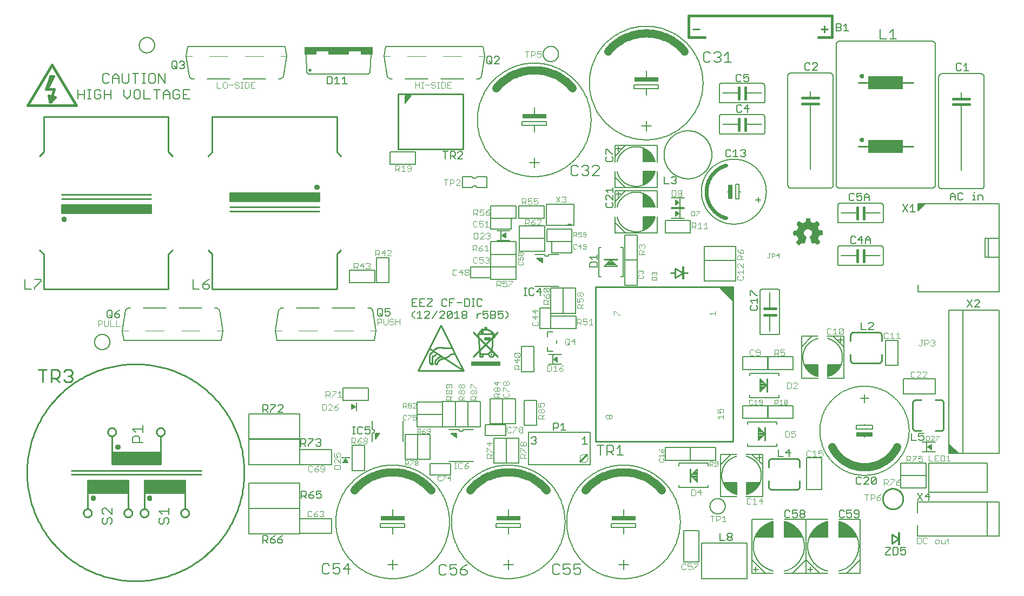
<source format=gto>
G75*
%MOIN*%
%OFA0B0*%
%FSLAX25Y25*%
%IPPOS*%
%LPD*%
%AMOC8*
5,1,8,0,0,1.08239X$1,22.5*
%
%ADD10C,0.00500*%
%ADD11C,0.01600*%
%ADD12C,0.00700*%
%ADD13C,0.00400*%
%ADD14R,0.01485X0.00015*%
%ADD15R,0.00045X0.00015*%
%ADD16R,0.00105X0.00015*%
%ADD17R,0.00165X0.00015*%
%ADD18R,0.00225X0.00015*%
%ADD19R,0.00285X0.00015*%
%ADD20R,0.00345X0.00015*%
%ADD21R,0.00405X0.00015*%
%ADD22R,0.00435X0.00015*%
%ADD23R,0.00465X0.00015*%
%ADD24R,0.00495X0.00015*%
%ADD25R,0.00540X0.00015*%
%ADD26R,0.00585X0.00015*%
%ADD27R,0.00645X0.00015*%
%ADD28R,0.00150X0.00015*%
%ADD29R,0.00675X0.00015*%
%ADD30R,0.00195X0.00015*%
%ADD31R,0.00705X0.00015*%
%ADD32R,0.00240X0.00015*%
%ADD33R,0.00735X0.00015*%
%ADD34R,0.00270X0.00015*%
%ADD35R,0.00765X0.00015*%
%ADD36R,0.00300X0.00015*%
%ADD37R,0.00810X0.00015*%
%ADD38R,0.00360X0.00015*%
%ADD39R,0.00855X0.00015*%
%ADD40R,0.00435X0.00015*%
%ADD41R,0.00915X0.00015*%
%ADD42R,0.00465X0.00015*%
%ADD43R,0.00945X0.00015*%
%ADD44R,0.00960X0.00015*%
%ADD45R,0.00525X0.00015*%
%ADD46R,0.00990X0.00015*%
%ADD47R,0.00555X0.00015*%
%ADD48R,0.01035X0.00015*%
%ADD49R,0.00600X0.00015*%
%ADD50R,0.01080X0.00015*%
%ADD51R,0.01125X0.00015*%
%ADD52R,0.01170X0.00015*%
%ADD53R,0.00720X0.00015*%
%ADD54R,0.01200X0.00015*%
%ADD55R,0.00750X0.00015*%
%ADD56R,0.01230X0.00015*%
%ADD57R,0.00780X0.00015*%
%ADD58R,0.01260X0.00015*%
%ADD59R,0.00810X0.00015*%
%ADD60R,0.01305X0.00015*%
%ADD61R,0.01365X0.00015*%
%ADD62R,0.00900X0.00015*%
%ADD63R,0.01395X0.00015*%
%ADD64R,0.01440X0.00015*%
%ADD65R,0.01470X0.00015*%
%ADD66R,0.01005X0.00015*%
%ADD67R,0.01500X0.00015*%
%ADD68R,0.01020X0.00015*%
%ADD69R,0.01530X0.00015*%
%ADD70R,0.01065X0.00015*%
%ADD71R,0.01575X0.00015*%
%ADD72R,0.01095X0.00015*%
%ADD73R,0.01635X0.00015*%
%ADD74R,0.01155X0.00015*%
%ADD75R,0.01680X0.00015*%
%ADD76R,0.01200X0.00015*%
%ADD77R,0.01710X0.00015*%
%ADD78R,0.01230X0.00015*%
%ADD79R,0.01725X0.00015*%
%ADD80R,0.01245X0.00015*%
%ADD81R,0.01755X0.00015*%
%ADD82R,0.01275X0.00015*%
%ADD83R,0.01800X0.00015*%
%ADD84R,0.01320X0.00015*%
%ADD85R,0.01860X0.00015*%
%ADD86R,0.01905X0.00015*%
%ADD87R,0.01410X0.00015*%
%ADD88R,0.01935X0.00015*%
%ADD89R,0.01455X0.00015*%
%ADD90R,0.01965X0.00015*%
%ADD91R,0.01485X0.00015*%
%ADD92R,0.01995X0.00015*%
%ADD93R,0.01515X0.00015*%
%ADD94R,0.02040X0.00015*%
%ADD95R,0.01530X0.00015*%
%ADD96R,0.02070X0.00015*%
%ADD97R,0.01575X0.00015*%
%ADD98R,0.02115X0.00015*%
%ADD99R,0.01620X0.00015*%
%ADD100R,0.02160X0.00015*%
%ADD101R,0.01665X0.00015*%
%ADD102R,0.02190X0.00015*%
%ADD103R,0.00075X0.00015*%
%ADD104R,0.01695X0.00015*%
%ADD105R,0.02220X0.00015*%
%ADD106R,0.00105X0.00015*%
%ADD107R,0.02235X0.00015*%
%ADD108R,0.00135X0.00015*%
%ADD109R,0.01755X0.00015*%
%ADD110R,0.02280X0.00015*%
%ADD111R,0.00180X0.00015*%
%ADD112R,0.01785X0.00015*%
%ADD113R,0.02340X0.00015*%
%ADD114R,0.00240X0.00015*%
%ADD115R,0.01830X0.00015*%
%ADD116R,0.02385X0.00015*%
%ADD117R,0.01890X0.00015*%
%ADD118R,0.02415X0.00015*%
%ADD119R,0.00330X0.00015*%
%ADD120R,0.00120X0.00015*%
%ADD121R,0.01920X0.00015*%
%ADD122R,0.02430X0.00015*%
%ADD123R,0.00375X0.00015*%
%ADD124R,0.02460X0.00015*%
%ADD125R,0.00405X0.00015*%
%ADD126R,0.00195X0.00015*%
%ADD127R,0.01965X0.00015*%
%ADD128R,0.02505X0.00015*%
%ADD129R,0.00210X0.00015*%
%ADD130R,0.02010X0.00015*%
%ADD131R,0.02535X0.00015*%
%ADD132R,0.00480X0.00015*%
%ADD133R,0.02580X0.00015*%
%ADD134R,0.00540X0.00015*%
%ADD135R,0.02085X0.00015*%
%ADD136R,0.02625X0.00015*%
%ADD137R,0.02130X0.00015*%
%ADD138R,0.02670X0.00015*%
%ADD139R,0.00630X0.00015*%
%ADD140R,0.02700X0.00015*%
%ADD141R,0.00660X0.00015*%
%ADD142R,0.00450X0.00015*%
%ADD143R,0.02190X0.00015*%
%ADD144R,0.02715X0.00015*%
%ADD145R,0.02205X0.00015*%
%ADD146R,0.02745X0.00015*%
%ADD147R,0.00510X0.00015*%
%ADD148R,0.02235X0.00015*%
%ADD149R,0.02775X0.00015*%
%ADD150R,0.02820X0.00015*%
%ADD151R,0.02310X0.00015*%
%ADD152R,0.02880X0.00015*%
%ADD153R,0.00855X0.00015*%
%ADD154R,0.02355X0.00015*%
%ADD155R,0.02895X0.00015*%
%ADD156R,0.00870X0.00015*%
%ADD157R,0.00660X0.00015*%
%ADD158R,0.02925X0.00015*%
%ADD159R,0.00690X0.00015*%
%ADD160R,0.02970X0.00015*%
%ADD161R,0.03000X0.00015*%
%ADD162R,0.00750X0.00015*%
%ADD163R,0.03045X0.00015*%
%ADD164R,0.01005X0.00015*%
%ADD165R,0.00780X0.00015*%
%ADD166R,0.02505X0.00015*%
%ADD167R,0.03090X0.00015*%
%ADD168R,0.01050X0.00015*%
%ADD169R,0.00825X0.00015*%
%ADD170R,0.02550X0.00015*%
%ADD171R,0.03135X0.00015*%
%ADD172R,0.01095X0.00015*%
%ADD173R,0.00870X0.00015*%
%ADD174R,0.03165X0.00015*%
%ADD175R,0.01125X0.00015*%
%ADD176R,0.02625X0.00015*%
%ADD177R,0.03195X0.00015*%
%ADD178R,0.01140X0.00015*%
%ADD179R,0.00930X0.00015*%
%ADD180R,0.02655X0.00015*%
%ADD181R,0.03210X0.00015*%
%ADD182R,0.00960X0.00015*%
%ADD183R,0.03240X0.00015*%
%ADD184R,0.02700X0.00015*%
%ADD185R,0.03285X0.00015*%
%ADD186R,0.01245X0.00015*%
%ADD187R,0.02745X0.00015*%
%ADD188R,0.03330X0.00015*%
%ADD189R,0.02790X0.00015*%
%ADD190R,0.03360X0.00015*%
%ADD191R,0.01110X0.00015*%
%ADD192R,0.02835X0.00015*%
%ADD193R,0.03390X0.00015*%
%ADD194R,0.01335X0.00015*%
%ADD195R,0.01140X0.00015*%
%ADD196R,0.02865X0.00015*%
%ADD197R,0.03420X0.00015*%
%ADD198R,0.01155X0.00015*%
%ADD199R,0.04905X0.00015*%
%ADD200R,0.04920X0.00015*%
%ADD201R,0.02940X0.00015*%
%ADD202R,0.04950X0.00015*%
%ADD203R,0.02985X0.00015*%
%ADD204R,0.04965X0.00015*%
%ADD205R,0.01275X0.00015*%
%ADD206R,0.03015X0.00015*%
%ADD207R,0.04980X0.00015*%
%ADD208R,0.03045X0.00015*%
%ADD209R,0.05010X0.00015*%
%ADD210R,0.01335X0.00015*%
%ADD211R,0.03075X0.00015*%
%ADD212R,0.01350X0.00015*%
%ADD213R,0.03105X0.00015*%
%ADD214R,0.05040X0.00015*%
%ADD215R,0.01380X0.00015*%
%ADD216R,0.05040X0.00015*%
%ADD217R,0.01410X0.00015*%
%ADD218R,0.03180X0.00015*%
%ADD219R,0.05070X0.00015*%
%ADD220R,0.03225X0.00015*%
%ADD221R,0.03255X0.00015*%
%ADD222R,0.05085X0.00015*%
%ADD223R,0.01515X0.00015*%
%ADD224R,0.03300X0.00015*%
%ADD225R,0.05100X0.00015*%
%ADD226R,0.04935X0.00015*%
%ADD227R,0.05115X0.00015*%
%ADD228R,0.04995X0.00015*%
%ADD229R,0.05130X0.00015*%
%ADD230R,0.05010X0.00015*%
%ADD231R,0.05130X0.00015*%
%ADD232R,0.05010X0.00015*%
%ADD233R,0.05025X0.00015*%
%ADD234R,0.05040X0.00015*%
%ADD235R,0.05055X0.00015*%
%ADD236R,0.05130X0.00015*%
%ADD237R,0.05085X0.00015*%
%ADD238R,0.05115X0.00015*%
%ADD239R,0.05145X0.00015*%
%ADD240R,0.05160X0.00015*%
%ADD241R,0.05130X0.00015*%
%ADD242R,0.05190X0.00015*%
%ADD243R,0.05190X0.00015*%
%ADD244R,0.05205X0.00015*%
%ADD245R,0.05220X0.00015*%
%ADD246R,0.05070X0.00015*%
%ADD247R,0.05085X0.00015*%
%ADD248R,0.05205X0.00015*%
%ADD249R,0.05220X0.00015*%
%ADD250R,0.05055X0.00015*%
%ADD251R,0.05025X0.00015*%
%ADD252R,0.05205X0.00015*%
%ADD253R,0.05025X0.00015*%
%ADD254R,0.05190X0.00015*%
%ADD255R,0.05190X0.00015*%
%ADD256R,0.04995X0.00015*%
%ADD257R,0.05175X0.00015*%
%ADD258R,0.04950X0.00015*%
%ADD259R,0.05145X0.00015*%
%ADD260R,0.05145X0.00015*%
%ADD261R,0.04920X0.00015*%
%ADD262R,0.04905X0.00015*%
%ADD263R,0.04905X0.00015*%
%ADD264R,0.05115X0.00015*%
%ADD265R,0.04890X0.00015*%
%ADD266R,0.04890X0.00015*%
%ADD267R,0.04875X0.00015*%
%ADD268R,0.04845X0.00015*%
%ADD269R,0.04830X0.00015*%
%ADD270R,0.04830X0.00015*%
%ADD271R,0.05070X0.00015*%
%ADD272R,0.04830X0.00015*%
%ADD273R,0.04815X0.00015*%
%ADD274R,0.04800X0.00015*%
%ADD275R,0.04800X0.00015*%
%ADD276R,0.05010X0.00015*%
%ADD277R,0.04785X0.00015*%
%ADD278R,0.04770X0.00015*%
%ADD279R,0.04770X0.00015*%
%ADD280R,0.04755X0.00015*%
%ADD281R,0.04740X0.00015*%
%ADD282R,0.04725X0.00015*%
%ADD283R,0.04725X0.00015*%
%ADD284R,0.04980X0.00015*%
%ADD285R,0.04710X0.00015*%
%ADD286R,0.04725X0.00015*%
%ADD287R,0.04710X0.00015*%
%ADD288R,0.04695X0.00015*%
%ADD289R,0.04680X0.00015*%
%ADD290R,0.04695X0.00015*%
%ADD291R,0.04680X0.00015*%
%ADD292R,0.04905X0.00015*%
%ADD293R,0.04665X0.00015*%
%ADD294R,0.04650X0.00015*%
%ADD295R,0.04635X0.00015*%
%ADD296R,0.04620X0.00015*%
%ADD297R,0.04620X0.00015*%
%ADD298R,0.04890X0.00015*%
%ADD299R,0.04605X0.00015*%
%ADD300R,0.04605X0.00015*%
%ADD301R,0.04590X0.00015*%
%ADD302R,0.04845X0.00015*%
%ADD303R,0.04575X0.00015*%
%ADD304R,0.04590X0.00015*%
%ADD305R,0.04575X0.00015*%
%ADD306R,0.04845X0.00015*%
%ADD307R,0.04560X0.00015*%
%ADD308R,0.04545X0.00015*%
%ADD309R,0.04530X0.00015*%
%ADD310R,0.04515X0.00015*%
%ADD311R,0.04530X0.00015*%
%ADD312R,0.04500X0.00015*%
%ADD313R,0.04515X0.00015*%
%ADD314R,0.04785X0.00015*%
%ADD315R,0.04485X0.00015*%
%ADD316R,0.04755X0.00015*%
%ADD317R,0.04470X0.00015*%
%ADD318R,0.04740X0.00015*%
%ADD319R,0.04485X0.00015*%
%ADD320R,0.04755X0.00015*%
%ADD321R,0.04545X0.00015*%
%ADD322R,0.04695X0.00015*%
%ADD323R,0.04680X0.00015*%
%ADD324R,0.04665X0.00015*%
%ADD325R,0.04725X0.00015*%
%ADD326R,0.04680X0.00015*%
%ADD327R,0.04860X0.00015*%
%ADD328R,0.04740X0.00015*%
%ADD329R,0.04875X0.00015*%
%ADD330R,0.04965X0.00015*%
%ADD331R,0.04860X0.00015*%
%ADD332R,0.04995X0.00015*%
%ADD333R,0.04875X0.00015*%
%ADD334R,0.04980X0.00015*%
%ADD335R,0.05235X0.00015*%
%ADD336R,0.05235X0.00015*%
%ADD337R,0.05250X0.00015*%
%ADD338R,0.05280X0.00015*%
%ADD339R,0.05295X0.00015*%
%ADD340R,0.05325X0.00015*%
%ADD341R,0.05340X0.00015*%
%ADD342R,0.05235X0.00015*%
%ADD343R,0.05355X0.00015*%
%ADD344R,0.05370X0.00015*%
%ADD345R,0.05265X0.00015*%
%ADD346R,0.05370X0.00015*%
%ADD347R,0.05280X0.00015*%
%ADD348R,0.05385X0.00015*%
%ADD349R,0.05295X0.00015*%
%ADD350R,0.05400X0.00015*%
%ADD351R,0.05415X0.00015*%
%ADD352R,0.05310X0.00015*%
%ADD353R,0.05430X0.00015*%
%ADD354R,0.05445X0.00015*%
%ADD355R,0.05460X0.00015*%
%ADD356R,0.05355X0.00015*%
%ADD357R,0.05475X0.00015*%
%ADD358R,0.05505X0.00015*%
%ADD359R,0.05520X0.00015*%
%ADD360R,0.05535X0.00015*%
%ADD361R,0.05550X0.00015*%
%ADD362R,0.05550X0.00015*%
%ADD363R,0.05475X0.00015*%
%ADD364R,0.05490X0.00015*%
%ADD365R,0.05475X0.00015*%
%ADD366R,0.05385X0.00015*%
%ADD367R,0.05370X0.00015*%
%ADD368R,0.05325X0.00015*%
%ADD369R,0.05310X0.00015*%
%ADD370R,0.05265X0.00015*%
%ADD371R,0.05175X0.00015*%
%ADD372R,0.04980X0.00015*%
%ADD373R,0.04965X0.00015*%
%ADD374R,0.04860X0.00015*%
%ADD375R,0.04845X0.00015*%
%ADD376R,0.04815X0.00015*%
%ADD377R,0.04770X0.00015*%
%ADD378R,0.05295X0.00015*%
%ADD379R,0.04635X0.00015*%
%ADD380R,0.05610X0.00015*%
%ADD381R,0.05700X0.00015*%
%ADD382R,0.05760X0.00015*%
%ADD383R,0.05805X0.00015*%
%ADD384R,0.05850X0.00015*%
%ADD385R,0.05895X0.00015*%
%ADD386R,0.06000X0.00015*%
%ADD387R,0.06135X0.00015*%
%ADD388R,0.06225X0.00015*%
%ADD389R,0.06300X0.00015*%
%ADD390R,0.06330X0.00015*%
%ADD391R,0.06375X0.00015*%
%ADD392R,0.06450X0.00015*%
%ADD393R,0.06570X0.00015*%
%ADD394R,0.05565X0.00015*%
%ADD395R,0.06690X0.00015*%
%ADD396R,0.06735X0.00015*%
%ADD397R,0.05790X0.00015*%
%ADD398R,0.06765X0.00015*%
%ADD399R,0.05850X0.00015*%
%ADD400R,0.06780X0.00015*%
%ADD401R,0.05895X0.00015*%
%ADD402R,0.06795X0.00015*%
%ADD403R,0.05955X0.00015*%
%ADD404R,0.06810X0.00015*%
%ADD405R,0.06060X0.00015*%
%ADD406R,0.06195X0.00015*%
%ADD407R,0.06825X0.00015*%
%ADD408R,0.06330X0.00015*%
%ADD409R,0.06840X0.00015*%
%ADD410R,0.06390X0.00015*%
%ADD411R,0.06495X0.00015*%
%ADD412R,0.06840X0.00015*%
%ADD413R,0.06555X0.00015*%
%ADD414R,0.06825X0.00015*%
%ADD415R,0.06645X0.00015*%
%ADD416R,0.06825X0.00015*%
%ADD417R,0.06705X0.00015*%
%ADD418R,0.06705X0.00015*%
%ADD419R,0.06810X0.00015*%
%ADD420R,0.06720X0.00015*%
%ADD421R,0.06795X0.00015*%
%ADD422R,0.06750X0.00015*%
%ADD423R,0.06765X0.00015*%
%ADD424R,0.06795X0.00015*%
%ADD425R,0.06780X0.00015*%
%ADD426R,0.06780X0.00015*%
%ADD427R,0.06750X0.00015*%
%ADD428R,0.06720X0.00015*%
%ADD429R,0.06720X0.00015*%
%ADD430R,0.06705X0.00015*%
%ADD431R,0.06705X0.00015*%
%ADD432R,0.06690X0.00015*%
%ADD433R,0.06675X0.00015*%
%ADD434R,0.06690X0.00015*%
%ADD435R,0.06675X0.00015*%
%ADD436R,0.06675X0.00015*%
%ADD437R,0.06660X0.00015*%
%ADD438R,0.06675X0.00015*%
%ADD439R,0.06660X0.00015*%
%ADD440R,0.06660X0.00015*%
%ADD441R,0.06645X0.00015*%
%ADD442R,0.06630X0.00015*%
%ADD443R,0.06660X0.00015*%
%ADD444R,0.06630X0.00015*%
%ADD445R,0.06645X0.00015*%
%ADD446R,0.06735X0.00015*%
%ADD447R,0.06765X0.00015*%
%ADD448R,0.06780X0.00015*%
%ADD449R,0.06825X0.00015*%
%ADD450R,0.06855X0.00015*%
%ADD451R,0.06855X0.00015*%
%ADD452R,0.06870X0.00015*%
%ADD453R,0.06885X0.00015*%
%ADD454R,0.06525X0.00015*%
%ADD455R,0.06405X0.00015*%
%ADD456R,0.06255X0.00015*%
%ADD457R,0.06165X0.00015*%
%ADD458R,0.06870X0.00015*%
%ADD459R,0.06120X0.00015*%
%ADD460R,0.06885X0.00015*%
%ADD461R,0.06060X0.00015*%
%ADD462R,0.06015X0.00015*%
%ADD463R,0.05910X0.00015*%
%ADD464R,0.05670X0.00015*%
%ADD465R,0.05595X0.00015*%
%ADD466R,0.06585X0.00015*%
%ADD467R,0.05160X0.00015*%
%ADD468R,0.06390X0.00015*%
%ADD469R,0.05025X0.00015*%
%ADD470R,0.06330X0.00015*%
%ADD471R,0.06075X0.00015*%
%ADD472R,0.05820X0.00015*%
%ADD473R,0.05775X0.00015*%
%ADD474R,0.05685X0.00015*%
%ADD475R,0.05460X0.00015*%
%ADD476R,0.04860X0.00015*%
%ADD477R,0.04935X0.00015*%
%ADD478R,0.05160X0.00015*%
%ADD479R,0.05325X0.00015*%
%ADD480R,0.05340X0.00015*%
%ADD481R,0.05355X0.00015*%
%ADD482R,0.05430X0.00015*%
%ADD483R,0.05535X0.00015*%
%ADD484R,0.05595X0.00015*%
%ADD485R,0.05640X0.00015*%
%ADD486R,0.05640X0.00015*%
%ADD487R,0.05670X0.00015*%
%ADD488R,0.05685X0.00015*%
%ADD489R,0.05700X0.00015*%
%ADD490R,0.05715X0.00015*%
%ADD491R,0.05715X0.00015*%
%ADD492R,0.05730X0.00015*%
%ADD493R,0.05745X0.00015*%
%ADD494R,0.05760X0.00015*%
%ADD495R,0.06000X0.00015*%
%ADD496R,0.06105X0.00015*%
%ADD497R,0.06180X0.00015*%
%ADD498R,0.06210X0.00015*%
%ADD499R,0.12690X0.00015*%
%ADD500R,0.12675X0.00015*%
%ADD501R,0.12660X0.00015*%
%ADD502R,0.12660X0.00015*%
%ADD503R,0.12645X0.00015*%
%ADD504R,0.12615X0.00015*%
%ADD505R,0.12600X0.00015*%
%ADD506R,0.12585X0.00015*%
%ADD507R,0.12555X0.00015*%
%ADD508R,0.12540X0.00015*%
%ADD509R,0.12525X0.00015*%
%ADD510R,0.12510X0.00015*%
%ADD511R,0.12510X0.00015*%
%ADD512R,0.12480X0.00015*%
%ADD513R,0.12450X0.00015*%
%ADD514R,0.12435X0.00015*%
%ADD515R,0.12420X0.00015*%
%ADD516R,0.12390X0.00015*%
%ADD517R,0.12375X0.00015*%
%ADD518R,0.12360X0.00015*%
%ADD519R,0.12330X0.00015*%
%ADD520R,0.12300X0.00015*%
%ADD521R,0.12285X0.00015*%
%ADD522R,0.12270X0.00015*%
%ADD523R,0.12255X0.00015*%
%ADD524R,0.12240X0.00015*%
%ADD525R,0.12225X0.00015*%
%ADD526R,0.12195X0.00015*%
%ADD527R,0.12165X0.00015*%
%ADD528R,0.12150X0.00015*%
%ADD529R,0.12135X0.00015*%
%ADD530R,0.12120X0.00015*%
%ADD531R,0.12090X0.00015*%
%ADD532R,0.12075X0.00015*%
%ADD533R,0.12060X0.00015*%
%ADD534R,0.12045X0.00015*%
%ADD535R,0.12015X0.00015*%
%ADD536R,0.12000X0.00015*%
%ADD537R,0.11985X0.00015*%
%ADD538R,0.11955X0.00015*%
%ADD539R,0.11940X0.00015*%
%ADD540R,0.11925X0.00015*%
%ADD541R,0.11910X0.00015*%
%ADD542R,0.11910X0.00015*%
%ADD543R,0.11880X0.00015*%
%ADD544R,0.11850X0.00015*%
%ADD545R,0.11835X0.00015*%
%ADD546R,0.11805X0.00015*%
%ADD547R,0.11775X0.00015*%
%ADD548R,0.11760X0.00015*%
%ADD549R,0.11745X0.00015*%
%ADD550R,0.11730X0.00015*%
%ADD551R,0.11700X0.00015*%
%ADD552R,0.11700X0.00015*%
%ADD553R,0.11685X0.00015*%
%ADD554R,0.11655X0.00015*%
%ADD555R,0.11640X0.00015*%
%ADD556R,0.11625X0.00015*%
%ADD557R,0.11625X0.00015*%
%ADD558R,0.11670X0.00015*%
%ADD559R,0.11715X0.00015*%
%ADD560R,0.11790X0.00015*%
%ADD561R,0.11820X0.00015*%
%ADD562R,0.11820X0.00015*%
%ADD563R,0.11880X0.00015*%
%ADD564R,0.11895X0.00015*%
%ADD565R,0.11970X0.00015*%
%ADD566R,0.12045X0.00015*%
%ADD567R,0.12075X0.00015*%
%ADD568R,0.12105X0.00015*%
%ADD569R,0.12135X0.00015*%
%ADD570R,0.12165X0.00015*%
%ADD571R,0.12180X0.00015*%
%ADD572R,0.12195X0.00015*%
%ADD573R,0.12210X0.00015*%
%ADD574R,0.12225X0.00015*%
%ADD575R,0.12255X0.00015*%
%ADD576R,0.12360X0.00015*%
%ADD577R,0.12390X0.00015*%
%ADD578R,0.12405X0.00015*%
%ADD579R,0.12435X0.00015*%
%ADD580R,0.12480X0.00015*%
%ADD581R,0.12480X0.00015*%
%ADD582R,0.12510X0.00015*%
%ADD583R,0.12570X0.00015*%
%ADD584R,0.12630X0.00015*%
%ADD585R,0.12675X0.00015*%
%ADD586R,0.12705X0.00015*%
%ADD587R,0.12735X0.00015*%
%ADD588R,0.12750X0.00015*%
%ADD589R,0.12780X0.00015*%
%ADD590R,0.12795X0.00015*%
%ADD591R,0.12810X0.00015*%
%ADD592R,0.12840X0.00015*%
%ADD593R,0.12855X0.00015*%
%ADD594R,0.12885X0.00015*%
%ADD595R,0.12900X0.00015*%
%ADD596R,0.12915X0.00015*%
%ADD597R,0.12945X0.00015*%
%ADD598R,0.12960X0.00015*%
%ADD599R,0.12990X0.00015*%
%ADD600R,0.13005X0.00015*%
%ADD601R,0.13020X0.00015*%
%ADD602R,0.13035X0.00015*%
%ADD603R,0.13065X0.00015*%
%ADD604R,0.13080X0.00015*%
%ADD605R,0.13110X0.00015*%
%ADD606R,0.13125X0.00015*%
%ADD607R,0.13155X0.00015*%
%ADD608R,0.13170X0.00015*%
%ADD609R,0.13200X0.00015*%
%ADD610R,0.13230X0.00015*%
%ADD611R,0.13260X0.00015*%
%ADD612R,0.13290X0.00015*%
%ADD613R,0.13320X0.00015*%
%ADD614R,0.13350X0.00015*%
%ADD615R,0.13365X0.00015*%
%ADD616R,0.13395X0.00015*%
%ADD617R,0.13425X0.00015*%
%ADD618R,0.13455X0.00015*%
%ADD619R,0.13470X0.00015*%
%ADD620R,0.13500X0.00015*%
%ADD621R,0.13530X0.00015*%
%ADD622R,0.13560X0.00015*%
%ADD623R,0.13575X0.00015*%
%ADD624R,0.13605X0.00015*%
%ADD625R,0.13635X0.00015*%
%ADD626R,0.13650X0.00015*%
%ADD627R,0.13680X0.00015*%
%ADD628R,0.13695X0.00015*%
%ADD629R,0.13725X0.00015*%
%ADD630R,0.13740X0.00015*%
%ADD631R,0.13770X0.00015*%
%ADD632R,0.13785X0.00015*%
%ADD633R,0.13800X0.00015*%
%ADD634R,0.13830X0.00015*%
%ADD635R,0.13860X0.00015*%
%ADD636R,0.13875X0.00015*%
%ADD637R,0.13905X0.00015*%
%ADD638R,0.13935X0.00015*%
%ADD639R,0.13950X0.00015*%
%ADD640R,0.13980X0.00015*%
%ADD641R,0.14010X0.00015*%
%ADD642R,0.14025X0.00015*%
%ADD643R,0.14055X0.00015*%
%ADD644R,0.14070X0.00015*%
%ADD645R,0.14085X0.00015*%
%ADD646R,0.14115X0.00015*%
%ADD647R,0.14145X0.00015*%
%ADD648R,0.14160X0.00015*%
%ADD649R,0.14190X0.00015*%
%ADD650R,0.14205X0.00015*%
%ADD651R,0.14220X0.00015*%
%ADD652R,0.14235X0.00015*%
%ADD653R,0.14265X0.00015*%
%ADD654R,0.14280X0.00015*%
%ADD655R,0.14295X0.00015*%
%ADD656R,0.14295X0.00015*%
%ADD657R,0.14250X0.00015*%
%ADD658R,0.14205X0.00015*%
%ADD659R,0.14175X0.00015*%
%ADD660R,0.14160X0.00015*%
%ADD661R,0.14130X0.00015*%
%ADD662R,0.14100X0.00015*%
%ADD663R,0.14040X0.00015*%
%ADD664R,0.14010X0.00015*%
%ADD665R,0.03465X0.00015*%
%ADD666R,0.10440X0.00015*%
%ADD667R,0.03420X0.00015*%
%ADD668R,0.10395X0.00015*%
%ADD669R,0.03375X0.00015*%
%ADD670R,0.10335X0.00015*%
%ADD671R,0.03570X0.00015*%
%ADD672R,0.06600X0.00015*%
%ADD673R,0.03525X0.00015*%
%ADD674R,0.03270X0.00015*%
%ADD675R,0.03495X0.00015*%
%ADD676R,0.03210X0.00015*%
%ADD677R,0.06480X0.00015*%
%ADD678R,0.03435X0.00015*%
%ADD679R,0.03165X0.00015*%
%ADD680R,0.03390X0.00015*%
%ADD681R,0.03120X0.00015*%
%ADD682R,0.06315X0.00015*%
%ADD683R,0.03345X0.00015*%
%ADD684R,0.03090X0.00015*%
%ADD685R,0.03075X0.00015*%
%ADD686R,0.06225X0.00015*%
%ADD687R,0.03270X0.00015*%
%ADD688R,0.06180X0.00015*%
%ADD689R,0.02970X0.00015*%
%ADD690R,0.06075X0.00015*%
%ADD691R,0.03195X0.00015*%
%ADD692R,0.02925X0.00015*%
%ADD693R,0.05985X0.00015*%
%ADD694R,0.03135X0.00015*%
%ADD695R,0.02850X0.00015*%
%ADD696R,0.05835X0.00015*%
%ADD697R,0.03030X0.00015*%
%ADD698R,0.02805X0.00015*%
%ADD699R,0.02730X0.00015*%
%ADD700R,0.05625X0.00015*%
%ADD701R,0.02925X0.00015*%
%ADD702R,0.02640X0.00015*%
%ADD703R,0.02595X0.00015*%
%ADD704R,0.02565X0.00015*%
%ADD705R,0.02760X0.00015*%
%ADD706R,0.02520X0.00015*%
%ADD707R,0.02730X0.00015*%
%ADD708R,0.02475X0.00015*%
%ADD709R,0.02685X0.00015*%
%ADD710R,0.02445X0.00015*%
%ADD711R,0.02400X0.00015*%
%ADD712R,0.02370X0.00015*%
%ADD713R,0.02565X0.00015*%
%ADD714R,0.02340X0.00015*%
%ADD715R,0.02325X0.00015*%
%ADD716R,0.02505X0.00015*%
%ADD717R,0.02280X0.00015*%
%ADD718R,0.02460X0.00015*%
%ADD719R,0.04560X0.00015*%
%ADD720R,0.02190X0.00015*%
%ADD721R,0.04440X0.00015*%
%ADD722R,0.02370X0.00015*%
%ADD723R,0.02145X0.00015*%
%ADD724R,0.04365X0.00015*%
%ADD725R,0.04320X0.00015*%
%ADD726R,0.02310X0.00015*%
%ADD727R,0.02100X0.00015*%
%ADD728R,0.04260X0.00015*%
%ADD729R,0.04200X0.00015*%
%ADD730R,0.02265X0.00015*%
%ADD731R,0.02040X0.00015*%
%ADD732R,0.04095X0.00015*%
%ADD733R,0.02220X0.00015*%
%ADD734R,0.03915X0.00015*%
%ADD735R,0.02175X0.00015*%
%ADD736R,0.03765X0.00015*%
%ADD737R,0.03675X0.00015*%
%ADD738R,0.01890X0.00015*%
%ADD739R,0.03615X0.00015*%
%ADD740R,0.02055X0.00015*%
%ADD741R,0.01860X0.00015*%
%ADD742R,0.03555X0.00015*%
%ADD743R,0.01815X0.00015*%
%ADD744R,0.03450X0.00015*%
%ADD745R,0.01725X0.00015*%
%ADD746R,0.03315X0.00015*%
%ADD747R,0.01905X0.00015*%
%ADD748R,0.01680X0.00015*%
%ADD749R,0.01650X0.00015*%
%ADD750R,0.01620X0.00015*%
%ADD751R,0.01590X0.00015*%
%ADD752R,0.01770X0.00015*%
%ADD753R,0.01560X0.00015*%
%ADD754R,0.03240X0.00015*%
%ADD755R,0.01740X0.00015*%
%ADD756R,0.01665X0.00015*%
%ADD757R,0.01455X0.00015*%
%ADD758R,0.01635X0.00015*%
%ADD759R,0.01410X0.00015*%
%ADD760R,0.01395X0.00015*%
%ADD761R,0.01365X0.00015*%
%ADD762R,0.01335X0.00015*%
%ADD763R,0.01290X0.00015*%
%ADD764R,0.03210X0.00015*%
%ADD765R,0.01455X0.00015*%
%ADD766R,0.01185X0.00015*%
%ADD767R,0.01290X0.00015*%
%ADD768R,0.01110X0.00015*%
%ADD769R,0.01260X0.00015*%
%ADD770R,0.03180X0.00015*%
%ADD771R,0.00975X0.00015*%
%ADD772R,0.03150X0.00015*%
%ADD773R,0.00885X0.00015*%
%ADD774R,0.03150X0.00015*%
%ADD775R,0.01050X0.00015*%
%ADD776R,0.00795X0.00015*%
%ADD777R,0.00885X0.00015*%
%ADD778R,0.00690X0.00015*%
%ADD779R,0.00840X0.00015*%
%ADD780R,0.00570X0.00015*%
%ADD781R,0.00525X0.00015*%
%ADD782R,0.03105X0.00015*%
%ADD783R,0.00660X0.00015*%
%ADD784R,0.00615X0.00015*%
%ADD785R,0.00420X0.00015*%
%ADD786R,0.00555X0.00015*%
%ADD787R,0.00390X0.00015*%
%ADD788R,0.00525X0.00015*%
%ADD789R,0.00360X0.00015*%
%ADD790R,0.00495X0.00015*%
%ADD791R,0.03075X0.00015*%
%ADD792R,0.00450X0.00015*%
%ADD793R,0.00225X0.00015*%
%ADD794R,0.00345X0.00015*%
%ADD795R,0.00255X0.00015*%
%ADD796R,0.03060X0.00015*%
%ADD797R,0.00180X0.00015*%
%ADD798R,0.00075X0.00015*%
%ADD799R,0.03000X0.00015*%
%ADD800R,0.02955X0.00015*%
%ADD801R,0.02940X0.00015*%
%ADD802R,0.02940X0.00015*%
%ADD803R,0.02910X0.00015*%
%ADD804R,0.02910X0.00015*%
%ADD805R,0.02865X0.00015*%
%ADD806R,0.02805X0.00015*%
%ADD807R,0.02775X0.00015*%
%ADD808R,0.02760X0.00015*%
%ADD809R,0.02655X0.00015*%
%ADD810R,0.02640X0.00015*%
%ADD811R,0.02610X0.00015*%
%ADD812R,0.02595X0.00015*%
%ADD813R,0.02535X0.00015*%
%ADD814R,0.02475X0.00015*%
%ADD815R,0.02175X0.00015*%
%ADD816R,0.01575X0.00015*%
%ADD817C,0.01000*%
%ADD818R,0.21654X0.07874*%
%ADD819C,0.01378*%
%ADD820C,0.00600*%
%ADD821C,0.00300*%
%ADD822C,0.05000*%
%ADD823R,0.15000X0.02500*%
%ADD824R,0.05512X0.00787*%
%ADD825R,0.00787X0.05512*%
%ADD826C,0.00800*%
%ADD827R,0.01181X0.08268*%
%ADD828R,0.02500X0.09000*%
%ADD829C,0.02400*%
%ADD830R,0.18000X0.03000*%
%ADD831R,0.10000X0.02500*%
%ADD832C,0.01200*%
%ADD833C,0.00200*%
%ADD834C,0.02000*%
%ADD835R,0.42000X0.03000*%
%ADD836R,0.07500X0.02000*%
%ADD837R,0.13000X0.02000*%
%ADD838C,0.01500*%
%ADD839R,0.55118X0.04724*%
%ADD840R,0.25000X0.07500*%
%ADD841R,0.30000X0.07500*%
%ADD842C,0.00900*%
D10*
X0191953Y0054906D02*
X0191953Y0070520D01*
X0223236Y0070520D01*
X0223236Y0054906D01*
X0191953Y0054906D01*
X0200594Y0053716D02*
X0202846Y0053716D01*
X0203597Y0052966D01*
X0203597Y0051465D01*
X0202846Y0050714D01*
X0200594Y0050714D01*
X0200594Y0049213D02*
X0200594Y0053716D01*
X0202096Y0050714D02*
X0203597Y0049213D01*
X0205198Y0049963D02*
X0205949Y0049213D01*
X0207450Y0049213D01*
X0208201Y0049963D01*
X0208201Y0050714D01*
X0207450Y0051465D01*
X0205198Y0051465D01*
X0205198Y0049963D01*
X0205198Y0051465D02*
X0206700Y0052966D01*
X0208201Y0053716D01*
X0209802Y0051465D02*
X0212054Y0051465D01*
X0212805Y0050714D01*
X0212805Y0049963D01*
X0212054Y0049213D01*
X0210553Y0049213D01*
X0209802Y0049963D01*
X0209802Y0051465D01*
X0211304Y0052966D01*
X0212805Y0053716D01*
X0223358Y0055093D02*
X0223358Y0064333D01*
X0242831Y0064333D01*
X0242831Y0055093D01*
X0223358Y0055093D01*
X0223236Y0070656D02*
X0191953Y0070656D01*
X0191953Y0086270D01*
X0223236Y0086270D01*
X0223236Y0070656D01*
X0224344Y0076713D02*
X0224344Y0081216D01*
X0226596Y0081216D01*
X0227347Y0080466D01*
X0227347Y0078965D01*
X0226596Y0078214D01*
X0224344Y0078214D01*
X0225846Y0078214D02*
X0227347Y0076713D01*
X0228948Y0077463D02*
X0229699Y0076713D01*
X0231200Y0076713D01*
X0231951Y0077463D01*
X0231951Y0078214D01*
X0231200Y0078965D01*
X0228948Y0078965D01*
X0228948Y0077463D01*
X0228948Y0078965D02*
X0230450Y0080466D01*
X0231951Y0081216D01*
X0233552Y0081216D02*
X0233552Y0078965D01*
X0235054Y0079715D01*
X0235804Y0079715D01*
X0236555Y0078965D01*
X0236555Y0077463D01*
X0235804Y0076713D01*
X0234303Y0076713D01*
X0233552Y0077463D01*
X0233552Y0081216D02*
X0236555Y0081216D01*
X0255724Y0093945D02*
X0263465Y0093945D01*
X0263465Y0109480D01*
X0255724Y0109480D01*
X0255724Y0093945D01*
X0242831Y0097593D02*
X0242831Y0106833D01*
X0223358Y0106833D01*
X0223358Y0097593D01*
X0242831Y0097593D01*
X0223236Y0097656D02*
X0191953Y0097656D01*
X0191953Y0113270D01*
X0223236Y0113270D01*
X0223236Y0097656D01*
X0224094Y0108963D02*
X0224094Y0113466D01*
X0226346Y0113466D01*
X0227097Y0112716D01*
X0227097Y0111215D01*
X0226346Y0110464D01*
X0224094Y0110464D01*
X0225596Y0110464D02*
X0227097Y0108963D01*
X0228698Y0108963D02*
X0228698Y0109713D01*
X0231701Y0112716D01*
X0231701Y0113466D01*
X0228698Y0113466D01*
X0233302Y0112716D02*
X0234053Y0113466D01*
X0235554Y0113466D01*
X0236305Y0112716D01*
X0236305Y0111965D01*
X0235554Y0111215D01*
X0236305Y0110464D01*
X0236305Y0109713D01*
X0235554Y0108963D01*
X0234053Y0108963D01*
X0233302Y0109713D01*
X0234804Y0111215D02*
X0235554Y0111215D01*
X0223236Y0113406D02*
X0191953Y0113406D01*
X0191953Y0129020D01*
X0223236Y0129020D01*
X0223236Y0113406D01*
X0212993Y0129963D02*
X0209991Y0129963D01*
X0212993Y0132965D01*
X0212993Y0133716D01*
X0212242Y0134466D01*
X0210741Y0134466D01*
X0209991Y0133716D01*
X0208389Y0133716D02*
X0205387Y0130713D01*
X0205387Y0129963D01*
X0203785Y0129963D02*
X0202284Y0131464D01*
X0203035Y0131464D02*
X0200783Y0131464D01*
X0200783Y0129963D02*
X0200783Y0134466D01*
X0203035Y0134466D01*
X0203785Y0133716D01*
X0203785Y0132215D01*
X0203035Y0131464D01*
X0205387Y0134466D02*
X0208389Y0134466D01*
X0208389Y0133716D01*
X0250077Y0137093D02*
X0250077Y0144833D01*
X0265612Y0144833D01*
X0265612Y0137093D01*
X0250077Y0137093D01*
X0256067Y0120966D02*
X0257569Y0120966D01*
X0256818Y0120966D02*
X0256818Y0116463D01*
X0256067Y0116463D02*
X0257569Y0116463D01*
X0259137Y0117213D02*
X0259887Y0116463D01*
X0261389Y0116463D01*
X0262139Y0117213D01*
X0263741Y0117213D02*
X0264491Y0116463D01*
X0265992Y0116463D01*
X0266743Y0117213D01*
X0266743Y0118715D01*
X0265992Y0119465D01*
X0265242Y0119465D01*
X0263741Y0118715D01*
X0263741Y0120966D01*
X0266743Y0120966D01*
X0262139Y0120216D02*
X0261389Y0120966D01*
X0259887Y0120966D01*
X0259137Y0120216D01*
X0259137Y0117213D01*
X0288224Y0116230D02*
X0288224Y0100695D01*
X0295965Y0100695D01*
X0295965Y0116230D01*
X0288224Y0116230D01*
X0295974Y0116230D02*
X0303715Y0116230D01*
X0303715Y0100695D01*
X0295974Y0100695D01*
X0295974Y0116230D01*
X0295827Y0120843D02*
X0295827Y0128583D01*
X0311362Y0128583D01*
X0311362Y0120843D01*
X0295827Y0120843D01*
X0295827Y0128593D02*
X0295827Y0136333D01*
X0311362Y0136333D01*
X0311362Y0128593D01*
X0295827Y0128593D01*
X0311474Y0120945D02*
X0311474Y0136480D01*
X0319215Y0136480D01*
X0319215Y0120945D01*
X0311474Y0120945D01*
X0319224Y0120945D02*
X0319224Y0136480D01*
X0326965Y0136480D01*
X0326965Y0120945D01*
X0319224Y0120945D01*
X0326974Y0120945D02*
X0334715Y0120945D01*
X0334715Y0136480D01*
X0326974Y0136480D01*
X0326974Y0120945D01*
X0337795Y0122333D02*
X0337795Y0115593D01*
X0350394Y0115593D01*
X0350394Y0122333D01*
X0337795Y0122333D01*
X0340724Y0122695D02*
X0348465Y0122695D01*
X0348465Y0138230D01*
X0340724Y0138230D01*
X0340724Y0122695D01*
X0348474Y0122695D02*
X0356215Y0122695D01*
X0356215Y0138230D01*
X0348474Y0138230D01*
X0348474Y0122695D01*
X0350715Y0113980D02*
X0342974Y0113980D01*
X0342974Y0098445D01*
X0350715Y0098445D01*
X0350715Y0113980D01*
X0350724Y0113980D02*
X0358465Y0113980D01*
X0358465Y0098445D01*
X0350724Y0098445D01*
X0350724Y0113980D01*
X0361724Y0121695D02*
X0369465Y0121695D01*
X0369465Y0137230D01*
X0361724Y0137230D01*
X0361724Y0121695D01*
X0366845Y0114716D02*
X0368346Y0114716D01*
X0369097Y0113966D01*
X0369097Y0113215D01*
X0368346Y0112465D01*
X0369097Y0111714D01*
X0369097Y0110963D01*
X0368346Y0110213D01*
X0366845Y0110213D01*
X0366094Y0110963D01*
X0367596Y0112465D02*
X0368346Y0112465D01*
X0366845Y0114716D02*
X0366094Y0113966D01*
X0379594Y0118763D02*
X0379594Y0123266D01*
X0381846Y0123266D01*
X0382597Y0122516D01*
X0382597Y0121015D01*
X0381846Y0120264D01*
X0379594Y0120264D01*
X0384198Y0121765D02*
X0385700Y0123266D01*
X0385700Y0118763D01*
X0387201Y0118763D02*
X0384198Y0118763D01*
X0397594Y0113215D02*
X0399096Y0114716D01*
X0399096Y0110213D01*
X0400597Y0110213D02*
X0397594Y0110213D01*
X0448577Y0108083D02*
X0448577Y0100343D01*
X0464112Y0100343D01*
X0464112Y0108083D01*
X0448577Y0108083D01*
X0464077Y0108083D02*
X0464077Y0100343D01*
X0479612Y0100343D01*
X0479612Y0108083D01*
X0464077Y0108083D01*
X0456844Y0098463D02*
X0456844Y0096963D01*
X0456844Y0098463D02*
X0474844Y0098463D01*
X0474844Y0096963D01*
X0474844Y0084963D02*
X0474844Y0083463D01*
X0456844Y0083463D01*
X0456844Y0084963D01*
X0476120Y0071963D02*
X0476122Y0072100D01*
X0476128Y0072238D01*
X0476138Y0072375D01*
X0476152Y0072511D01*
X0476170Y0072648D01*
X0476192Y0072783D01*
X0476218Y0072918D01*
X0476247Y0073052D01*
X0476281Y0073186D01*
X0476318Y0073318D01*
X0476360Y0073449D01*
X0476405Y0073579D01*
X0476454Y0073707D01*
X0476506Y0073834D01*
X0476563Y0073959D01*
X0476622Y0074083D01*
X0476686Y0074205D01*
X0476753Y0074325D01*
X0476823Y0074443D01*
X0476897Y0074559D01*
X0476974Y0074673D01*
X0477055Y0074784D01*
X0477138Y0074893D01*
X0477225Y0075000D01*
X0477315Y0075103D01*
X0477408Y0075205D01*
X0477504Y0075303D01*
X0477602Y0075399D01*
X0477704Y0075492D01*
X0477807Y0075582D01*
X0477914Y0075669D01*
X0478023Y0075752D01*
X0478134Y0075833D01*
X0478248Y0075910D01*
X0478364Y0075984D01*
X0478482Y0076054D01*
X0478602Y0076121D01*
X0478724Y0076185D01*
X0478848Y0076244D01*
X0478973Y0076301D01*
X0479100Y0076353D01*
X0479228Y0076402D01*
X0479358Y0076447D01*
X0479489Y0076489D01*
X0479621Y0076526D01*
X0479755Y0076560D01*
X0479889Y0076589D01*
X0480024Y0076615D01*
X0480159Y0076637D01*
X0480296Y0076655D01*
X0480432Y0076669D01*
X0480569Y0076679D01*
X0480707Y0076685D01*
X0480844Y0076687D01*
X0480981Y0076685D01*
X0481119Y0076679D01*
X0481256Y0076669D01*
X0481392Y0076655D01*
X0481529Y0076637D01*
X0481664Y0076615D01*
X0481799Y0076589D01*
X0481933Y0076560D01*
X0482067Y0076526D01*
X0482199Y0076489D01*
X0482330Y0076447D01*
X0482460Y0076402D01*
X0482588Y0076353D01*
X0482715Y0076301D01*
X0482840Y0076244D01*
X0482964Y0076185D01*
X0483086Y0076121D01*
X0483206Y0076054D01*
X0483324Y0075984D01*
X0483440Y0075910D01*
X0483554Y0075833D01*
X0483665Y0075752D01*
X0483774Y0075669D01*
X0483881Y0075582D01*
X0483984Y0075492D01*
X0484086Y0075399D01*
X0484184Y0075303D01*
X0484280Y0075205D01*
X0484373Y0075103D01*
X0484463Y0075000D01*
X0484550Y0074893D01*
X0484633Y0074784D01*
X0484714Y0074673D01*
X0484791Y0074559D01*
X0484865Y0074443D01*
X0484935Y0074325D01*
X0485002Y0074205D01*
X0485066Y0074083D01*
X0485125Y0073959D01*
X0485182Y0073834D01*
X0485234Y0073707D01*
X0485283Y0073579D01*
X0485328Y0073449D01*
X0485370Y0073318D01*
X0485407Y0073186D01*
X0485441Y0073052D01*
X0485470Y0072918D01*
X0485496Y0072783D01*
X0485518Y0072648D01*
X0485536Y0072511D01*
X0485550Y0072375D01*
X0485560Y0072238D01*
X0485566Y0072100D01*
X0485568Y0071963D01*
X0485566Y0071826D01*
X0485560Y0071688D01*
X0485550Y0071551D01*
X0485536Y0071415D01*
X0485518Y0071278D01*
X0485496Y0071143D01*
X0485470Y0071008D01*
X0485441Y0070874D01*
X0485407Y0070740D01*
X0485370Y0070608D01*
X0485328Y0070477D01*
X0485283Y0070347D01*
X0485234Y0070219D01*
X0485182Y0070092D01*
X0485125Y0069967D01*
X0485066Y0069843D01*
X0485002Y0069721D01*
X0484935Y0069601D01*
X0484865Y0069483D01*
X0484791Y0069367D01*
X0484714Y0069253D01*
X0484633Y0069142D01*
X0484550Y0069033D01*
X0484463Y0068926D01*
X0484373Y0068823D01*
X0484280Y0068721D01*
X0484184Y0068623D01*
X0484086Y0068527D01*
X0483984Y0068434D01*
X0483881Y0068344D01*
X0483774Y0068257D01*
X0483665Y0068174D01*
X0483554Y0068093D01*
X0483440Y0068016D01*
X0483324Y0067942D01*
X0483206Y0067872D01*
X0483086Y0067805D01*
X0482964Y0067741D01*
X0482840Y0067682D01*
X0482715Y0067625D01*
X0482588Y0067573D01*
X0482460Y0067524D01*
X0482330Y0067479D01*
X0482199Y0067437D01*
X0482067Y0067400D01*
X0481933Y0067366D01*
X0481799Y0067337D01*
X0481664Y0067311D01*
X0481529Y0067289D01*
X0481392Y0067271D01*
X0481256Y0067257D01*
X0481119Y0067247D01*
X0480981Y0067241D01*
X0480844Y0067239D01*
X0480707Y0067241D01*
X0480569Y0067247D01*
X0480432Y0067257D01*
X0480296Y0067271D01*
X0480159Y0067289D01*
X0480024Y0067311D01*
X0479889Y0067337D01*
X0479755Y0067366D01*
X0479621Y0067400D01*
X0479489Y0067437D01*
X0479358Y0067479D01*
X0479228Y0067524D01*
X0479100Y0067573D01*
X0478973Y0067625D01*
X0478848Y0067682D01*
X0478724Y0067741D01*
X0478602Y0067805D01*
X0478482Y0067872D01*
X0478364Y0067942D01*
X0478248Y0068016D01*
X0478134Y0068093D01*
X0478023Y0068174D01*
X0477914Y0068257D01*
X0477807Y0068344D01*
X0477704Y0068434D01*
X0477602Y0068527D01*
X0477504Y0068623D01*
X0477408Y0068721D01*
X0477315Y0068823D01*
X0477225Y0068926D01*
X0477138Y0069033D01*
X0477055Y0069142D01*
X0476974Y0069253D01*
X0476897Y0069367D01*
X0476823Y0069483D01*
X0476753Y0069601D01*
X0476686Y0069721D01*
X0476622Y0069843D01*
X0476563Y0069967D01*
X0476506Y0070092D01*
X0476454Y0070219D01*
X0476405Y0070347D01*
X0476360Y0070477D01*
X0476318Y0070608D01*
X0476281Y0070740D01*
X0476247Y0070874D01*
X0476218Y0071008D01*
X0476192Y0071143D01*
X0476170Y0071278D01*
X0476152Y0071415D01*
X0476138Y0071551D01*
X0476128Y0071688D01*
X0476122Y0071826D01*
X0476120Y0071963D01*
X0486989Y0082387D02*
X0488213Y0081311D01*
X0489573Y0080413D01*
X0491042Y0079709D01*
X0492594Y0079213D01*
X0492594Y0086463D01*
X0484344Y0086463D01*
X0485036Y0084987D01*
X0485923Y0083620D01*
X0486989Y0082387D01*
X0486862Y0082534D02*
X0492594Y0082534D01*
X0492594Y0083032D02*
X0486431Y0083032D01*
X0486000Y0083531D02*
X0492594Y0083531D01*
X0492594Y0084029D02*
X0485658Y0084029D01*
X0485334Y0084528D02*
X0492594Y0084528D01*
X0492594Y0085027D02*
X0485018Y0085027D01*
X0484784Y0085525D02*
X0492594Y0085525D01*
X0492594Y0086024D02*
X0484550Y0086024D01*
X0487389Y0082035D02*
X0492594Y0082035D01*
X0492594Y0081537D02*
X0487956Y0081537D01*
X0488626Y0081038D02*
X0492594Y0081038D01*
X0492594Y0080540D02*
X0489381Y0080540D01*
X0490349Y0080041D02*
X0492594Y0080041D01*
X0492594Y0079543D02*
X0491562Y0079543D01*
X0498594Y0079543D02*
X0499627Y0079543D01*
X0500147Y0079709D02*
X0498594Y0079213D01*
X0498594Y0086463D01*
X0506844Y0086463D01*
X0506153Y0084987D01*
X0505266Y0083620D01*
X0504200Y0082387D01*
X0502976Y0081311D01*
X0501616Y0080413D01*
X0500147Y0079709D01*
X0500840Y0080041D02*
X0498594Y0080041D01*
X0498594Y0080540D02*
X0501808Y0080540D01*
X0502563Y0081038D02*
X0498594Y0081038D01*
X0498594Y0081537D02*
X0503233Y0081537D01*
X0503800Y0082035D02*
X0498594Y0082035D01*
X0498594Y0082534D02*
X0504327Y0082534D01*
X0504758Y0083032D02*
X0498594Y0083032D01*
X0498594Y0083531D02*
X0505189Y0083531D01*
X0505531Y0084029D02*
X0498594Y0084029D01*
X0498594Y0084528D02*
X0505855Y0084528D01*
X0506171Y0085027D02*
X0498594Y0085027D01*
X0498594Y0085525D02*
X0506405Y0085525D01*
X0506639Y0086024D02*
X0498594Y0086024D01*
X0498595Y0079213D02*
X0498881Y0079286D01*
X0499165Y0079367D01*
X0499447Y0079454D01*
X0499727Y0079549D01*
X0500005Y0079650D01*
X0500279Y0079758D01*
X0500552Y0079873D01*
X0500821Y0079994D01*
X0501087Y0080122D01*
X0501350Y0080256D01*
X0501610Y0080397D01*
X0501866Y0080544D01*
X0502119Y0080697D01*
X0502368Y0080856D01*
X0502613Y0081022D01*
X0502853Y0081193D01*
X0503090Y0081370D01*
X0503322Y0081553D01*
X0503549Y0081741D01*
X0503772Y0081935D01*
X0503990Y0082134D01*
X0504203Y0082339D01*
X0504411Y0082549D01*
X0504614Y0082763D01*
X0504812Y0082983D01*
X0505004Y0083207D01*
X0505190Y0083436D01*
X0505371Y0083670D01*
X0505547Y0083908D01*
X0505716Y0084150D01*
X0505879Y0084396D01*
X0506037Y0084646D01*
X0506188Y0084900D01*
X0506333Y0085157D01*
X0506471Y0085418D01*
X0506603Y0085682D01*
X0506729Y0085949D01*
X0506848Y0086220D01*
X0506961Y0086493D01*
X0507067Y0086769D01*
X0507166Y0087047D01*
X0507258Y0087328D01*
X0507343Y0087610D01*
X0507422Y0087895D01*
X0507493Y0088182D01*
X0507557Y0088470D01*
X0507615Y0088760D01*
X0507665Y0089051D01*
X0507708Y0089343D01*
X0507744Y0089636D01*
X0507773Y0089930D01*
X0507794Y0090225D01*
X0507809Y0090520D01*
X0507816Y0090815D01*
X0507816Y0091111D01*
X0507809Y0091406D01*
X0507794Y0091701D01*
X0507773Y0091996D01*
X0507744Y0092290D01*
X0507708Y0092583D01*
X0507665Y0092875D01*
X0507615Y0093166D01*
X0507557Y0093456D01*
X0507493Y0093744D01*
X0507422Y0094031D01*
X0507343Y0094316D01*
X0507258Y0094598D01*
X0507166Y0094879D01*
X0507067Y0095157D01*
X0506961Y0095433D01*
X0506848Y0095706D01*
X0506729Y0095977D01*
X0506603Y0096244D01*
X0506471Y0096508D01*
X0506333Y0096769D01*
X0506188Y0097026D01*
X0506037Y0097280D01*
X0505879Y0097530D01*
X0505716Y0097776D01*
X0505547Y0098018D01*
X0505371Y0098256D01*
X0505190Y0098490D01*
X0505004Y0098719D01*
X0504812Y0098943D01*
X0504614Y0099163D01*
X0504411Y0099377D01*
X0504203Y0099587D01*
X0503990Y0099792D01*
X0503772Y0099991D01*
X0503549Y0100185D01*
X0503322Y0100373D01*
X0503090Y0100556D01*
X0502853Y0100733D01*
X0502613Y0100904D01*
X0502368Y0101070D01*
X0502119Y0101229D01*
X0501866Y0101382D01*
X0501610Y0101529D01*
X0501350Y0101670D01*
X0501087Y0101804D01*
X0500821Y0101932D01*
X0500552Y0102053D01*
X0500279Y0102168D01*
X0500005Y0102276D01*
X0499727Y0102377D01*
X0499447Y0102472D01*
X0499165Y0102559D01*
X0498881Y0102640D01*
X0498595Y0102713D01*
X0499344Y0108963D02*
X0499344Y0110463D01*
X0499344Y0108963D02*
X0517344Y0108963D01*
X0517344Y0110463D01*
X0518222Y0107010D02*
X0518222Y0102506D01*
X0521225Y0102506D01*
X0522826Y0104758D02*
X0525829Y0104758D01*
X0525078Y0107010D02*
X0522826Y0104758D01*
X0525078Y0102506D02*
X0525078Y0107010D01*
X0535724Y0101699D02*
X0544965Y0101699D01*
X0544965Y0082226D01*
X0535724Y0082226D01*
X0535724Y0101699D01*
X0566344Y0089266D02*
X0566344Y0086263D01*
X0567095Y0085513D01*
X0568596Y0085513D01*
X0569347Y0086263D01*
X0570948Y0085513D02*
X0573951Y0088515D01*
X0573951Y0089266D01*
X0573200Y0090016D01*
X0571699Y0090016D01*
X0570948Y0089266D01*
X0569347Y0089266D02*
X0568596Y0090016D01*
X0567095Y0090016D01*
X0566344Y0089266D01*
X0570948Y0085513D02*
X0573951Y0085513D01*
X0575552Y0086263D02*
X0578555Y0089266D01*
X0578555Y0086263D01*
X0577804Y0085513D01*
X0576303Y0085513D01*
X0575552Y0086263D01*
X0575552Y0089266D01*
X0576303Y0090016D01*
X0577804Y0090016D01*
X0578555Y0089266D01*
X0593827Y0090833D02*
X0593827Y0083093D01*
X0609362Y0083093D01*
X0609362Y0090833D01*
X0593827Y0090833D01*
X0593827Y0090843D02*
X0593827Y0098583D01*
X0609362Y0098583D01*
X0609362Y0090843D01*
X0593827Y0090843D01*
X0604094Y0079966D02*
X0607097Y0075463D01*
X0608698Y0077715D02*
X0610950Y0079966D01*
X0610950Y0075463D01*
X0611701Y0077715D02*
X0608698Y0077715D01*
X0607097Y0079966D02*
X0604094Y0075463D01*
X0604012Y0074681D02*
X0604012Y0067988D01*
X0604012Y0074681D02*
X0646925Y0074681D01*
X0646925Y0053421D01*
X0654406Y0053421D01*
X0654406Y0074681D01*
X0646925Y0074681D01*
X0646925Y0053421D02*
X0604012Y0053421D01*
X0604012Y0060114D01*
X0596661Y0046529D02*
X0593659Y0046529D01*
X0593659Y0044278D01*
X0595160Y0045028D01*
X0595911Y0045028D01*
X0596661Y0044278D01*
X0596661Y0042776D01*
X0595911Y0042026D01*
X0594409Y0042026D01*
X0593659Y0042776D01*
X0592057Y0042776D02*
X0592057Y0045779D01*
X0591307Y0046529D01*
X0589055Y0046529D01*
X0589055Y0042026D01*
X0591307Y0042026D01*
X0592057Y0042776D01*
X0587453Y0042026D02*
X0584451Y0042026D01*
X0584451Y0042776D01*
X0587453Y0045779D01*
X0587453Y0046529D01*
X0584451Y0046529D01*
X0566594Y0052963D02*
X0565662Y0054907D01*
X0564473Y0056706D01*
X0563049Y0058326D01*
X0561417Y0059735D01*
X0559607Y0060908D01*
X0557654Y0061823D01*
X0555594Y0062463D01*
X0555594Y0052963D01*
X0566594Y0052963D01*
X0566518Y0053122D02*
X0555594Y0053122D01*
X0555594Y0053620D02*
X0566279Y0053620D01*
X0566040Y0054119D02*
X0555594Y0054119D01*
X0555594Y0054617D02*
X0565801Y0054617D01*
X0565524Y0055116D02*
X0555594Y0055116D01*
X0555594Y0055614D02*
X0565195Y0055614D01*
X0564865Y0056113D02*
X0555594Y0056113D01*
X0555594Y0056611D02*
X0564536Y0056611D01*
X0564118Y0057110D02*
X0555594Y0057110D01*
X0555594Y0057608D02*
X0563679Y0057608D01*
X0563241Y0058107D02*
X0555594Y0058107D01*
X0555594Y0058605D02*
X0562725Y0058605D01*
X0562148Y0059104D02*
X0555594Y0059104D01*
X0555594Y0059602D02*
X0561570Y0059602D01*
X0560853Y0060101D02*
X0555594Y0060101D01*
X0555594Y0060599D02*
X0560084Y0060599D01*
X0559203Y0061098D02*
X0555594Y0061098D01*
X0555594Y0061596D02*
X0558138Y0061596D01*
X0556779Y0062095D02*
X0555594Y0062095D01*
X0556595Y0064863D02*
X0558096Y0064863D01*
X0558847Y0065613D01*
X0560448Y0065613D02*
X0561199Y0064863D01*
X0562700Y0064863D01*
X0563451Y0065613D01*
X0563451Y0067115D01*
X0562700Y0067865D01*
X0561950Y0067865D01*
X0560448Y0067115D01*
X0560448Y0069366D01*
X0563451Y0069366D01*
X0565052Y0068616D02*
X0565052Y0067865D01*
X0565803Y0067115D01*
X0568055Y0067115D01*
X0568055Y0068616D02*
X0567304Y0069366D01*
X0565803Y0069366D01*
X0565052Y0068616D01*
X0565052Y0065613D02*
X0565803Y0064863D01*
X0567304Y0064863D01*
X0568055Y0065613D01*
X0568055Y0068616D01*
X0558847Y0068616D02*
X0558096Y0069366D01*
X0556595Y0069366D01*
X0555844Y0068616D01*
X0555844Y0065613D01*
X0556595Y0064863D01*
X0548594Y0062463D02*
X0546535Y0061823D01*
X0544582Y0060908D01*
X0542772Y0059735D01*
X0541140Y0058326D01*
X0539716Y0056706D01*
X0538527Y0054907D01*
X0537594Y0052963D01*
X0548594Y0052963D01*
X0548594Y0062463D01*
X0548594Y0062095D02*
X0547410Y0062095D01*
X0548594Y0061596D02*
X0546051Y0061596D01*
X0544986Y0061098D02*
X0548594Y0061098D01*
X0548594Y0060599D02*
X0544105Y0060599D01*
X0543336Y0060101D02*
X0548594Y0060101D01*
X0548594Y0059602D02*
X0542619Y0059602D01*
X0542041Y0059104D02*
X0548594Y0059104D01*
X0548594Y0058605D02*
X0541464Y0058605D01*
X0540948Y0058107D02*
X0548594Y0058107D01*
X0548594Y0057608D02*
X0540510Y0057608D01*
X0540071Y0057110D02*
X0548594Y0057110D01*
X0548594Y0056611D02*
X0539653Y0056611D01*
X0539324Y0056113D02*
X0548594Y0056113D01*
X0548594Y0055614D02*
X0538994Y0055614D01*
X0538665Y0055116D02*
X0548594Y0055116D01*
X0548594Y0054617D02*
X0538388Y0054617D01*
X0538149Y0054119D02*
X0548594Y0054119D01*
X0548594Y0053620D02*
X0537910Y0053620D01*
X0537671Y0053122D02*
X0548594Y0053122D01*
X0548594Y0062463D02*
X0548223Y0062376D01*
X0547855Y0062280D01*
X0547489Y0062176D01*
X0547125Y0062062D01*
X0546765Y0061940D01*
X0546408Y0061808D01*
X0546053Y0061668D01*
X0545703Y0061520D01*
X0545356Y0061363D01*
X0545013Y0061198D01*
X0544674Y0061024D01*
X0544340Y0060842D01*
X0544010Y0060652D01*
X0543684Y0060454D01*
X0543364Y0060248D01*
X0543049Y0060034D01*
X0542739Y0059813D01*
X0542435Y0059584D01*
X0542136Y0059348D01*
X0541843Y0059105D01*
X0541556Y0058855D01*
X0541276Y0058597D01*
X0541001Y0058333D01*
X0540733Y0058063D01*
X0540472Y0057786D01*
X0540218Y0057502D01*
X0539971Y0057213D01*
X0539730Y0056917D01*
X0539498Y0056616D01*
X0539272Y0056309D01*
X0539054Y0055997D01*
X0538844Y0055680D01*
X0538641Y0055357D01*
X0538447Y0055030D01*
X0538260Y0054698D01*
X0538082Y0054361D01*
X0537912Y0054021D01*
X0537750Y0053676D01*
X0537597Y0053328D01*
X0537452Y0052975D01*
X0537316Y0052620D01*
X0537188Y0052261D01*
X0537070Y0051899D01*
X0536960Y0051535D01*
X0536859Y0051168D01*
X0536767Y0050798D01*
X0536684Y0050426D01*
X0536610Y0050053D01*
X0536546Y0049678D01*
X0536490Y0049301D01*
X0536444Y0048923D01*
X0536407Y0048544D01*
X0536379Y0048164D01*
X0536360Y0047784D01*
X0536351Y0047403D01*
X0536351Y0047023D01*
X0536360Y0046642D01*
X0536379Y0046262D01*
X0536407Y0045882D01*
X0536444Y0045503D01*
X0536490Y0045125D01*
X0536546Y0044748D01*
X0536610Y0044373D01*
X0536684Y0044000D01*
X0536767Y0043628D01*
X0536859Y0043258D01*
X0536960Y0042891D01*
X0537070Y0042527D01*
X0537188Y0042165D01*
X0537316Y0041806D01*
X0537452Y0041451D01*
X0537597Y0041098D01*
X0537750Y0040750D01*
X0537912Y0040405D01*
X0538082Y0040065D01*
X0538260Y0039728D01*
X0538447Y0039396D01*
X0538641Y0039069D01*
X0538844Y0038746D01*
X0539054Y0038429D01*
X0539272Y0038117D01*
X0539498Y0037810D01*
X0539730Y0037509D01*
X0539971Y0037213D01*
X0540218Y0036924D01*
X0540472Y0036640D01*
X0540733Y0036363D01*
X0541001Y0036093D01*
X0541276Y0035829D01*
X0541556Y0035571D01*
X0541843Y0035321D01*
X0542136Y0035078D01*
X0542435Y0034842D01*
X0542739Y0034613D01*
X0543049Y0034392D01*
X0543364Y0034178D01*
X0543684Y0033972D01*
X0544010Y0033774D01*
X0544340Y0033584D01*
X0544674Y0033402D01*
X0545013Y0033228D01*
X0545356Y0033063D01*
X0545703Y0032906D01*
X0546053Y0032758D01*
X0546408Y0032618D01*
X0546765Y0032486D01*
X0547125Y0032364D01*
X0547489Y0032250D01*
X0547855Y0032146D01*
X0548223Y0032050D01*
X0548594Y0031963D01*
X0555595Y0031963D02*
X0555966Y0032050D01*
X0556334Y0032146D01*
X0556700Y0032250D01*
X0557064Y0032364D01*
X0557424Y0032486D01*
X0557781Y0032618D01*
X0558136Y0032758D01*
X0558486Y0032906D01*
X0558833Y0033063D01*
X0559176Y0033228D01*
X0559515Y0033402D01*
X0559849Y0033584D01*
X0560179Y0033774D01*
X0560505Y0033972D01*
X0560825Y0034178D01*
X0561140Y0034392D01*
X0561450Y0034613D01*
X0561754Y0034842D01*
X0562053Y0035078D01*
X0562346Y0035321D01*
X0562633Y0035571D01*
X0562913Y0035829D01*
X0563188Y0036093D01*
X0563456Y0036363D01*
X0563717Y0036640D01*
X0563971Y0036924D01*
X0564218Y0037213D01*
X0564459Y0037509D01*
X0564691Y0037810D01*
X0564917Y0038117D01*
X0565135Y0038429D01*
X0565345Y0038746D01*
X0565548Y0039069D01*
X0565742Y0039396D01*
X0565929Y0039728D01*
X0566107Y0040065D01*
X0566277Y0040405D01*
X0566439Y0040750D01*
X0566592Y0041098D01*
X0566737Y0041451D01*
X0566873Y0041806D01*
X0567001Y0042165D01*
X0567119Y0042527D01*
X0567229Y0042891D01*
X0567330Y0043258D01*
X0567422Y0043628D01*
X0567505Y0044000D01*
X0567579Y0044373D01*
X0567643Y0044748D01*
X0567699Y0045125D01*
X0567745Y0045503D01*
X0567782Y0045882D01*
X0567810Y0046262D01*
X0567829Y0046642D01*
X0567838Y0047023D01*
X0567838Y0047403D01*
X0567829Y0047784D01*
X0567810Y0048164D01*
X0567782Y0048544D01*
X0567745Y0048923D01*
X0567699Y0049301D01*
X0567643Y0049678D01*
X0567579Y0050053D01*
X0567505Y0050426D01*
X0567422Y0050798D01*
X0567330Y0051168D01*
X0567229Y0051535D01*
X0567119Y0051899D01*
X0567001Y0052261D01*
X0566873Y0052620D01*
X0566737Y0052975D01*
X0566592Y0053328D01*
X0566439Y0053676D01*
X0566277Y0054021D01*
X0566107Y0054361D01*
X0565929Y0054698D01*
X0565742Y0055030D01*
X0565548Y0055357D01*
X0565345Y0055680D01*
X0565135Y0055997D01*
X0564917Y0056309D01*
X0564691Y0056616D01*
X0564459Y0056917D01*
X0564218Y0057213D01*
X0563971Y0057502D01*
X0563717Y0057786D01*
X0563456Y0058063D01*
X0563188Y0058333D01*
X0562913Y0058597D01*
X0562633Y0058855D01*
X0562346Y0059105D01*
X0562053Y0059348D01*
X0561754Y0059584D01*
X0561450Y0059813D01*
X0561140Y0060034D01*
X0560825Y0060248D01*
X0560505Y0060454D01*
X0560179Y0060652D01*
X0559849Y0060842D01*
X0559515Y0061024D01*
X0559176Y0061198D01*
X0558833Y0061363D01*
X0558486Y0061520D01*
X0558136Y0061668D01*
X0557781Y0061808D01*
X0557424Y0061940D01*
X0557064Y0062062D01*
X0556700Y0062176D01*
X0556334Y0062280D01*
X0555966Y0062376D01*
X0555595Y0062463D01*
X0534555Y0065613D02*
X0533804Y0064863D01*
X0532303Y0064863D01*
X0531552Y0065613D01*
X0531552Y0066364D01*
X0532303Y0067115D01*
X0533804Y0067115D01*
X0534555Y0066364D01*
X0534555Y0065613D01*
X0533804Y0067115D02*
X0534555Y0067865D01*
X0534555Y0068616D01*
X0533804Y0069366D01*
X0532303Y0069366D01*
X0531552Y0068616D01*
X0531552Y0067865D01*
X0532303Y0067115D01*
X0529951Y0067115D02*
X0529951Y0065613D01*
X0529200Y0064863D01*
X0527699Y0064863D01*
X0526948Y0065613D01*
X0526948Y0067115D02*
X0528450Y0067865D01*
X0529200Y0067865D01*
X0529951Y0067115D01*
X0529951Y0069366D02*
X0526948Y0069366D01*
X0526948Y0067115D01*
X0525347Y0068616D02*
X0524596Y0069366D01*
X0523095Y0069366D01*
X0522344Y0068616D01*
X0522344Y0065613D01*
X0523095Y0064863D01*
X0524596Y0064863D01*
X0525347Y0065613D01*
X0524154Y0061823D02*
X0522094Y0062463D01*
X0522094Y0052963D01*
X0533094Y0052963D01*
X0532162Y0054907D01*
X0530973Y0056706D01*
X0529549Y0058326D01*
X0527917Y0059735D01*
X0526107Y0060908D01*
X0524154Y0061823D01*
X0524638Y0061596D02*
X0522094Y0061596D01*
X0522094Y0061098D02*
X0525703Y0061098D01*
X0526584Y0060599D02*
X0522094Y0060599D01*
X0522094Y0060101D02*
X0527353Y0060101D01*
X0528070Y0059602D02*
X0522094Y0059602D01*
X0522094Y0059104D02*
X0528648Y0059104D01*
X0529225Y0058605D02*
X0522094Y0058605D01*
X0522094Y0058107D02*
X0529741Y0058107D01*
X0530179Y0057608D02*
X0522094Y0057608D01*
X0522094Y0057110D02*
X0530618Y0057110D01*
X0531036Y0056611D02*
X0522094Y0056611D01*
X0522094Y0056113D02*
X0531365Y0056113D01*
X0531695Y0055614D02*
X0522094Y0055614D01*
X0522094Y0055116D02*
X0532024Y0055116D01*
X0532301Y0054617D02*
X0522094Y0054617D01*
X0522094Y0054119D02*
X0532540Y0054119D01*
X0532779Y0053620D02*
X0522094Y0053620D01*
X0522094Y0053122D02*
X0533018Y0053122D01*
X0522095Y0062463D02*
X0522466Y0062376D01*
X0522834Y0062280D01*
X0523200Y0062176D01*
X0523564Y0062062D01*
X0523924Y0061940D01*
X0524281Y0061808D01*
X0524636Y0061668D01*
X0524986Y0061520D01*
X0525333Y0061363D01*
X0525676Y0061198D01*
X0526015Y0061024D01*
X0526349Y0060842D01*
X0526679Y0060652D01*
X0527005Y0060454D01*
X0527325Y0060248D01*
X0527640Y0060034D01*
X0527950Y0059813D01*
X0528254Y0059584D01*
X0528553Y0059348D01*
X0528846Y0059105D01*
X0529133Y0058855D01*
X0529413Y0058597D01*
X0529688Y0058333D01*
X0529956Y0058063D01*
X0530217Y0057786D01*
X0530471Y0057502D01*
X0530718Y0057213D01*
X0530959Y0056917D01*
X0531191Y0056616D01*
X0531417Y0056309D01*
X0531635Y0055997D01*
X0531845Y0055680D01*
X0532048Y0055357D01*
X0532242Y0055030D01*
X0532429Y0054698D01*
X0532607Y0054361D01*
X0532777Y0054021D01*
X0532939Y0053676D01*
X0533092Y0053328D01*
X0533237Y0052975D01*
X0533373Y0052620D01*
X0533501Y0052261D01*
X0533619Y0051899D01*
X0533729Y0051535D01*
X0533830Y0051168D01*
X0533922Y0050798D01*
X0534005Y0050426D01*
X0534079Y0050053D01*
X0534143Y0049678D01*
X0534199Y0049301D01*
X0534245Y0048923D01*
X0534282Y0048544D01*
X0534310Y0048164D01*
X0534329Y0047784D01*
X0534338Y0047403D01*
X0534338Y0047023D01*
X0534329Y0046642D01*
X0534310Y0046262D01*
X0534282Y0045882D01*
X0534245Y0045503D01*
X0534199Y0045125D01*
X0534143Y0044748D01*
X0534079Y0044373D01*
X0534005Y0044000D01*
X0533922Y0043628D01*
X0533830Y0043258D01*
X0533729Y0042891D01*
X0533619Y0042527D01*
X0533501Y0042165D01*
X0533373Y0041806D01*
X0533237Y0041451D01*
X0533092Y0041098D01*
X0532939Y0040750D01*
X0532777Y0040405D01*
X0532607Y0040065D01*
X0532429Y0039728D01*
X0532242Y0039396D01*
X0532048Y0039069D01*
X0531845Y0038746D01*
X0531635Y0038429D01*
X0531417Y0038117D01*
X0531191Y0037810D01*
X0530959Y0037509D01*
X0530718Y0037213D01*
X0530471Y0036924D01*
X0530217Y0036640D01*
X0529956Y0036363D01*
X0529688Y0036093D01*
X0529413Y0035829D01*
X0529133Y0035571D01*
X0528846Y0035321D01*
X0528553Y0035078D01*
X0528254Y0034842D01*
X0527950Y0034613D01*
X0527640Y0034392D01*
X0527325Y0034178D01*
X0527005Y0033972D01*
X0526679Y0033774D01*
X0526349Y0033584D01*
X0526015Y0033402D01*
X0525676Y0033228D01*
X0525333Y0033063D01*
X0524986Y0032906D01*
X0524636Y0032758D01*
X0524281Y0032618D01*
X0523924Y0032486D01*
X0523564Y0032364D01*
X0523200Y0032250D01*
X0522834Y0032146D01*
X0522466Y0032050D01*
X0522095Y0031963D01*
X0515094Y0031963D02*
X0514723Y0032050D01*
X0514355Y0032146D01*
X0513989Y0032250D01*
X0513625Y0032364D01*
X0513265Y0032486D01*
X0512908Y0032618D01*
X0512553Y0032758D01*
X0512203Y0032906D01*
X0511856Y0033063D01*
X0511513Y0033228D01*
X0511174Y0033402D01*
X0510840Y0033584D01*
X0510510Y0033774D01*
X0510184Y0033972D01*
X0509864Y0034178D01*
X0509549Y0034392D01*
X0509239Y0034613D01*
X0508935Y0034842D01*
X0508636Y0035078D01*
X0508343Y0035321D01*
X0508056Y0035571D01*
X0507776Y0035829D01*
X0507501Y0036093D01*
X0507233Y0036363D01*
X0506972Y0036640D01*
X0506718Y0036924D01*
X0506471Y0037213D01*
X0506230Y0037509D01*
X0505998Y0037810D01*
X0505772Y0038117D01*
X0505554Y0038429D01*
X0505344Y0038746D01*
X0505141Y0039069D01*
X0504947Y0039396D01*
X0504760Y0039728D01*
X0504582Y0040065D01*
X0504412Y0040405D01*
X0504250Y0040750D01*
X0504097Y0041098D01*
X0503952Y0041451D01*
X0503816Y0041806D01*
X0503688Y0042165D01*
X0503570Y0042527D01*
X0503460Y0042891D01*
X0503359Y0043258D01*
X0503267Y0043628D01*
X0503184Y0044000D01*
X0503110Y0044373D01*
X0503046Y0044748D01*
X0502990Y0045125D01*
X0502944Y0045503D01*
X0502907Y0045882D01*
X0502879Y0046262D01*
X0502860Y0046642D01*
X0502851Y0047023D01*
X0502851Y0047403D01*
X0502860Y0047784D01*
X0502879Y0048164D01*
X0502907Y0048544D01*
X0502944Y0048923D01*
X0502990Y0049301D01*
X0503046Y0049678D01*
X0503110Y0050053D01*
X0503184Y0050426D01*
X0503267Y0050798D01*
X0503359Y0051168D01*
X0503460Y0051535D01*
X0503570Y0051899D01*
X0503688Y0052261D01*
X0503816Y0052620D01*
X0503952Y0052975D01*
X0504097Y0053328D01*
X0504250Y0053676D01*
X0504412Y0054021D01*
X0504582Y0054361D01*
X0504760Y0054698D01*
X0504947Y0055030D01*
X0505141Y0055357D01*
X0505344Y0055680D01*
X0505554Y0055997D01*
X0505772Y0056309D01*
X0505998Y0056616D01*
X0506230Y0056917D01*
X0506471Y0057213D01*
X0506718Y0057502D01*
X0506972Y0057786D01*
X0507233Y0058063D01*
X0507501Y0058333D01*
X0507776Y0058597D01*
X0508056Y0058855D01*
X0508343Y0059105D01*
X0508636Y0059348D01*
X0508935Y0059584D01*
X0509239Y0059813D01*
X0509549Y0060034D01*
X0509864Y0060248D01*
X0510184Y0060454D01*
X0510510Y0060652D01*
X0510840Y0060842D01*
X0511174Y0061024D01*
X0511513Y0061198D01*
X0511856Y0061363D01*
X0512203Y0061520D01*
X0512553Y0061668D01*
X0512908Y0061808D01*
X0513265Y0061940D01*
X0513625Y0062062D01*
X0513989Y0062176D01*
X0514355Y0062280D01*
X0514723Y0062376D01*
X0515094Y0062463D01*
X0513035Y0061823D01*
X0511082Y0060908D01*
X0509272Y0059735D01*
X0507640Y0058326D01*
X0506216Y0056706D01*
X0505027Y0054907D01*
X0504094Y0052963D01*
X0515094Y0052963D01*
X0515094Y0062463D01*
X0515094Y0062095D02*
X0513910Y0062095D01*
X0515094Y0061596D02*
X0512551Y0061596D01*
X0511486Y0061098D02*
X0515094Y0061098D01*
X0515094Y0060599D02*
X0510605Y0060599D01*
X0509836Y0060101D02*
X0515094Y0060101D01*
X0515094Y0059602D02*
X0509119Y0059602D01*
X0508541Y0059104D02*
X0515094Y0059104D01*
X0515094Y0058605D02*
X0507964Y0058605D01*
X0507448Y0058107D02*
X0515094Y0058107D01*
X0515094Y0057608D02*
X0507010Y0057608D01*
X0506571Y0057110D02*
X0515094Y0057110D01*
X0515094Y0056611D02*
X0506153Y0056611D01*
X0505824Y0056113D02*
X0515094Y0056113D01*
X0515094Y0055614D02*
X0505494Y0055614D01*
X0505165Y0055116D02*
X0515094Y0055116D01*
X0515094Y0054617D02*
X0504888Y0054617D01*
X0504649Y0054119D02*
X0515094Y0054119D01*
X0515094Y0053620D02*
X0504410Y0053620D01*
X0504171Y0053122D02*
X0515094Y0053122D01*
X0522094Y0062095D02*
X0523279Y0062095D01*
X0489829Y0054509D02*
X0489829Y0053758D01*
X0489078Y0053008D01*
X0487577Y0053008D01*
X0486826Y0053758D01*
X0486826Y0054509D01*
X0487577Y0055260D01*
X0489078Y0055260D01*
X0489829Y0054509D01*
X0489078Y0053008D02*
X0489829Y0052257D01*
X0489829Y0051507D01*
X0489078Y0050756D01*
X0487577Y0050756D01*
X0486826Y0051507D01*
X0486826Y0052257D01*
X0487577Y0053008D01*
X0485225Y0050756D02*
X0482222Y0050756D01*
X0482222Y0055260D01*
X0469215Y0056949D02*
X0459974Y0056949D01*
X0459974Y0037476D01*
X0469215Y0037476D01*
X0469215Y0056949D01*
X0492594Y0079213D02*
X0492308Y0079286D01*
X0492024Y0079367D01*
X0491742Y0079454D01*
X0491462Y0079549D01*
X0491184Y0079650D01*
X0490910Y0079758D01*
X0490637Y0079873D01*
X0490368Y0079994D01*
X0490102Y0080122D01*
X0489839Y0080256D01*
X0489579Y0080397D01*
X0489323Y0080544D01*
X0489070Y0080697D01*
X0488821Y0080856D01*
X0488576Y0081022D01*
X0488336Y0081193D01*
X0488099Y0081370D01*
X0487867Y0081553D01*
X0487640Y0081741D01*
X0487417Y0081935D01*
X0487199Y0082134D01*
X0486986Y0082339D01*
X0486778Y0082549D01*
X0486575Y0082763D01*
X0486377Y0082983D01*
X0486185Y0083207D01*
X0485999Y0083436D01*
X0485818Y0083670D01*
X0485642Y0083908D01*
X0485473Y0084150D01*
X0485310Y0084396D01*
X0485152Y0084646D01*
X0485001Y0084900D01*
X0484856Y0085157D01*
X0484718Y0085418D01*
X0484586Y0085682D01*
X0484460Y0085949D01*
X0484341Y0086220D01*
X0484228Y0086493D01*
X0484122Y0086769D01*
X0484023Y0087047D01*
X0483931Y0087328D01*
X0483846Y0087610D01*
X0483767Y0087895D01*
X0483696Y0088182D01*
X0483632Y0088470D01*
X0483574Y0088760D01*
X0483524Y0089051D01*
X0483481Y0089343D01*
X0483445Y0089636D01*
X0483416Y0089930D01*
X0483395Y0090225D01*
X0483380Y0090520D01*
X0483373Y0090815D01*
X0483373Y0091111D01*
X0483380Y0091406D01*
X0483395Y0091701D01*
X0483416Y0091996D01*
X0483445Y0092290D01*
X0483481Y0092583D01*
X0483524Y0092875D01*
X0483574Y0093166D01*
X0483632Y0093456D01*
X0483696Y0093744D01*
X0483767Y0094031D01*
X0483846Y0094316D01*
X0483931Y0094598D01*
X0484023Y0094879D01*
X0484122Y0095157D01*
X0484228Y0095433D01*
X0484341Y0095706D01*
X0484460Y0095977D01*
X0484586Y0096244D01*
X0484718Y0096508D01*
X0484856Y0096769D01*
X0485001Y0097026D01*
X0485152Y0097280D01*
X0485310Y0097530D01*
X0485473Y0097776D01*
X0485642Y0098018D01*
X0485818Y0098256D01*
X0485999Y0098490D01*
X0486185Y0098719D01*
X0486377Y0098943D01*
X0486575Y0099163D01*
X0486778Y0099377D01*
X0486986Y0099587D01*
X0487199Y0099792D01*
X0487417Y0099991D01*
X0487640Y0100185D01*
X0487867Y0100373D01*
X0488099Y0100556D01*
X0488336Y0100733D01*
X0488576Y0100904D01*
X0488821Y0101070D01*
X0489070Y0101229D01*
X0489323Y0101382D01*
X0489579Y0101529D01*
X0489839Y0101670D01*
X0490102Y0101804D01*
X0490368Y0101932D01*
X0490637Y0102053D01*
X0490910Y0102168D01*
X0491184Y0102276D01*
X0491462Y0102377D01*
X0491742Y0102472D01*
X0492024Y0102559D01*
X0492308Y0102640D01*
X0492594Y0102713D01*
X0499344Y0122463D02*
X0499344Y0123963D01*
X0517344Y0123963D01*
X0517344Y0122463D01*
X0511862Y0126093D02*
X0511862Y0133833D01*
X0496327Y0133833D01*
X0496327Y0126093D01*
X0511862Y0126093D01*
X0511827Y0126093D02*
X0511827Y0133833D01*
X0527362Y0133833D01*
X0527362Y0126093D01*
X0511827Y0126093D01*
X0518594Y0138963D02*
X0500594Y0138963D01*
X0500594Y0140463D01*
X0518594Y0140463D02*
X0518594Y0138963D01*
X0518594Y0152463D02*
X0518594Y0153963D01*
X0500594Y0153963D01*
X0500594Y0152463D01*
X0496327Y0156343D02*
X0496327Y0164083D01*
X0511862Y0164083D01*
X0511862Y0156343D01*
X0496327Y0156343D01*
X0511827Y0156343D02*
X0511827Y0164083D01*
X0527362Y0164083D01*
X0527362Y0156343D01*
X0511827Y0156343D01*
X0534344Y0159213D02*
X0535036Y0157737D01*
X0535923Y0156370D01*
X0536989Y0155137D01*
X0538213Y0154061D01*
X0539573Y0153163D01*
X0541042Y0152459D01*
X0542594Y0151963D01*
X0542594Y0159213D01*
X0534344Y0159213D01*
X0534535Y0158806D02*
X0542594Y0158806D01*
X0542594Y0158308D02*
X0534769Y0158308D01*
X0535002Y0157809D02*
X0542594Y0157809D01*
X0542594Y0157311D02*
X0535313Y0157311D01*
X0535636Y0156812D02*
X0542594Y0156812D01*
X0542594Y0156314D02*
X0535972Y0156314D01*
X0536403Y0155815D02*
X0542594Y0155815D01*
X0542594Y0155317D02*
X0536834Y0155317D01*
X0537352Y0154818D02*
X0542594Y0154818D01*
X0542594Y0154320D02*
X0537919Y0154320D01*
X0538577Y0153821D02*
X0542594Y0153821D01*
X0542594Y0153323D02*
X0539331Y0153323D01*
X0540280Y0152824D02*
X0542594Y0152824D01*
X0542594Y0152326D02*
X0541460Y0152326D01*
X0548594Y0152326D02*
X0549729Y0152326D01*
X0550147Y0152459D02*
X0548594Y0151963D01*
X0548594Y0159213D01*
X0556844Y0159213D01*
X0556153Y0157737D01*
X0555266Y0156370D01*
X0554200Y0155137D01*
X0552976Y0154061D01*
X0551616Y0153163D01*
X0550147Y0152459D01*
X0550909Y0152824D02*
X0548594Y0152824D01*
X0548594Y0153323D02*
X0551858Y0153323D01*
X0552612Y0153821D02*
X0548594Y0153821D01*
X0548594Y0154320D02*
X0553270Y0154320D01*
X0553837Y0154818D02*
X0548594Y0154818D01*
X0548594Y0155317D02*
X0554355Y0155317D01*
X0554786Y0155815D02*
X0548594Y0155815D01*
X0548594Y0156314D02*
X0555217Y0156314D01*
X0555553Y0156812D02*
X0548594Y0156812D01*
X0548594Y0157311D02*
X0555876Y0157311D01*
X0556186Y0157809D02*
X0548594Y0157809D01*
X0548594Y0158308D02*
X0556420Y0158308D01*
X0556654Y0158806D02*
X0548594Y0158806D01*
X0548595Y0151963D02*
X0548881Y0152036D01*
X0549165Y0152117D01*
X0549447Y0152204D01*
X0549727Y0152299D01*
X0550005Y0152400D01*
X0550279Y0152508D01*
X0550552Y0152623D01*
X0550821Y0152744D01*
X0551087Y0152872D01*
X0551350Y0153006D01*
X0551610Y0153147D01*
X0551866Y0153294D01*
X0552119Y0153447D01*
X0552368Y0153606D01*
X0552613Y0153772D01*
X0552853Y0153943D01*
X0553090Y0154120D01*
X0553322Y0154303D01*
X0553549Y0154491D01*
X0553772Y0154685D01*
X0553990Y0154884D01*
X0554203Y0155089D01*
X0554411Y0155299D01*
X0554614Y0155513D01*
X0554812Y0155733D01*
X0555004Y0155957D01*
X0555190Y0156186D01*
X0555371Y0156420D01*
X0555547Y0156658D01*
X0555716Y0156900D01*
X0555879Y0157146D01*
X0556037Y0157396D01*
X0556188Y0157650D01*
X0556333Y0157907D01*
X0556471Y0158168D01*
X0556603Y0158432D01*
X0556729Y0158699D01*
X0556848Y0158970D01*
X0556961Y0159243D01*
X0557067Y0159519D01*
X0557166Y0159797D01*
X0557258Y0160078D01*
X0557343Y0160360D01*
X0557422Y0160645D01*
X0557493Y0160932D01*
X0557557Y0161220D01*
X0557615Y0161510D01*
X0557665Y0161801D01*
X0557708Y0162093D01*
X0557744Y0162386D01*
X0557773Y0162680D01*
X0557794Y0162975D01*
X0557809Y0163270D01*
X0557816Y0163565D01*
X0557816Y0163861D01*
X0557809Y0164156D01*
X0557794Y0164451D01*
X0557773Y0164746D01*
X0557744Y0165040D01*
X0557708Y0165333D01*
X0557665Y0165625D01*
X0557615Y0165916D01*
X0557557Y0166206D01*
X0557493Y0166494D01*
X0557422Y0166781D01*
X0557343Y0167066D01*
X0557258Y0167348D01*
X0557166Y0167629D01*
X0557067Y0167907D01*
X0556961Y0168183D01*
X0556848Y0168456D01*
X0556729Y0168727D01*
X0556603Y0168994D01*
X0556471Y0169258D01*
X0556333Y0169519D01*
X0556188Y0169776D01*
X0556037Y0170030D01*
X0555879Y0170280D01*
X0555716Y0170526D01*
X0555547Y0170768D01*
X0555371Y0171006D01*
X0555190Y0171240D01*
X0555004Y0171469D01*
X0554812Y0171693D01*
X0554614Y0171913D01*
X0554411Y0172127D01*
X0554203Y0172337D01*
X0553990Y0172542D01*
X0553772Y0172741D01*
X0553549Y0172935D01*
X0553322Y0173123D01*
X0553090Y0173306D01*
X0552853Y0173483D01*
X0552613Y0173654D01*
X0552368Y0173820D01*
X0552119Y0173979D01*
X0551866Y0174132D01*
X0551610Y0174279D01*
X0551350Y0174420D01*
X0551087Y0174554D01*
X0550821Y0174682D01*
X0550552Y0174803D01*
X0550279Y0174918D01*
X0550005Y0175026D01*
X0549727Y0175127D01*
X0549447Y0175222D01*
X0549165Y0175309D01*
X0548881Y0175390D01*
X0548595Y0175463D01*
X0542594Y0175463D02*
X0542308Y0175390D01*
X0542024Y0175309D01*
X0541742Y0175222D01*
X0541462Y0175127D01*
X0541184Y0175026D01*
X0540910Y0174918D01*
X0540637Y0174803D01*
X0540368Y0174682D01*
X0540102Y0174554D01*
X0539839Y0174420D01*
X0539579Y0174279D01*
X0539323Y0174132D01*
X0539070Y0173979D01*
X0538821Y0173820D01*
X0538576Y0173654D01*
X0538336Y0173483D01*
X0538099Y0173306D01*
X0537867Y0173123D01*
X0537640Y0172935D01*
X0537417Y0172741D01*
X0537199Y0172542D01*
X0536986Y0172337D01*
X0536778Y0172127D01*
X0536575Y0171913D01*
X0536377Y0171693D01*
X0536185Y0171469D01*
X0535999Y0171240D01*
X0535818Y0171006D01*
X0535642Y0170768D01*
X0535473Y0170526D01*
X0535310Y0170280D01*
X0535152Y0170030D01*
X0535001Y0169776D01*
X0534856Y0169519D01*
X0534718Y0169258D01*
X0534586Y0168994D01*
X0534460Y0168727D01*
X0534341Y0168456D01*
X0534228Y0168183D01*
X0534122Y0167907D01*
X0534023Y0167629D01*
X0533931Y0167348D01*
X0533846Y0167066D01*
X0533767Y0166781D01*
X0533696Y0166494D01*
X0533632Y0166206D01*
X0533574Y0165916D01*
X0533524Y0165625D01*
X0533481Y0165333D01*
X0533445Y0165040D01*
X0533416Y0164746D01*
X0533395Y0164451D01*
X0533380Y0164156D01*
X0533373Y0163861D01*
X0533373Y0163565D01*
X0533380Y0163270D01*
X0533395Y0162975D01*
X0533416Y0162680D01*
X0533445Y0162386D01*
X0533481Y0162093D01*
X0533524Y0161801D01*
X0533574Y0161510D01*
X0533632Y0161220D01*
X0533696Y0160932D01*
X0533767Y0160645D01*
X0533846Y0160360D01*
X0533931Y0160078D01*
X0534023Y0159797D01*
X0534122Y0159519D01*
X0534228Y0159243D01*
X0534341Y0158970D01*
X0534460Y0158699D01*
X0534586Y0158432D01*
X0534718Y0158168D01*
X0534856Y0157907D01*
X0535001Y0157650D01*
X0535152Y0157396D01*
X0535310Y0157146D01*
X0535473Y0156900D01*
X0535642Y0156658D01*
X0535818Y0156420D01*
X0535999Y0156186D01*
X0536185Y0155957D01*
X0536377Y0155733D01*
X0536575Y0155513D01*
X0536778Y0155299D01*
X0536986Y0155089D01*
X0537199Y0154884D01*
X0537417Y0154685D01*
X0537640Y0154491D01*
X0537867Y0154303D01*
X0538099Y0154120D01*
X0538336Y0153943D01*
X0538576Y0153772D01*
X0538821Y0153606D01*
X0539070Y0153447D01*
X0539323Y0153294D01*
X0539579Y0153147D01*
X0539839Y0153006D01*
X0540102Y0152872D01*
X0540368Y0152744D01*
X0540637Y0152623D01*
X0540910Y0152508D01*
X0541184Y0152400D01*
X0541462Y0152299D01*
X0541742Y0152204D01*
X0542024Y0152117D01*
X0542308Y0152036D01*
X0542594Y0151963D01*
X0584224Y0158695D02*
X0584224Y0174230D01*
X0591965Y0174230D01*
X0591965Y0158695D01*
X0584224Y0158695D01*
X0595358Y0150583D02*
X0595358Y0141343D01*
X0614831Y0141343D01*
X0614831Y0150583D01*
X0595358Y0150583D01*
X0576829Y0180756D02*
X0573826Y0180756D01*
X0576829Y0183758D01*
X0576829Y0184509D01*
X0576078Y0185260D01*
X0574577Y0185260D01*
X0573826Y0184509D01*
X0572225Y0180756D02*
X0569222Y0180756D01*
X0569222Y0185260D01*
X0604406Y0204209D02*
X0604406Y0208539D01*
X0604406Y0204209D02*
X0654406Y0204209D01*
X0654406Y0225469D01*
X0654406Y0237280D01*
X0647713Y0237280D01*
X0645744Y0237280D01*
X0645744Y0225469D01*
X0647713Y0225469D01*
X0647713Y0237280D01*
X0654406Y0237280D02*
X0654406Y0258539D01*
X0604406Y0258539D01*
X0604406Y0254209D01*
X0608736Y0258539D01*
X0604406Y0258539D01*
X0604406Y0254209D01*
X0604406Y0254520D02*
X0604717Y0254520D01*
X0604406Y0255019D02*
X0605216Y0255019D01*
X0605714Y0255517D02*
X0604406Y0255517D01*
X0604406Y0256016D02*
X0606213Y0256016D01*
X0606711Y0256514D02*
X0604406Y0256514D01*
X0604406Y0257013D02*
X0607210Y0257013D01*
X0607708Y0257511D02*
X0604406Y0257511D01*
X0604406Y0258010D02*
X0608207Y0258010D01*
X0608705Y0258508D02*
X0604406Y0258508D01*
X0601003Y0258160D02*
X0601003Y0253656D01*
X0599502Y0253656D02*
X0602504Y0253656D01*
X0599502Y0256659D02*
X0601003Y0258160D01*
X0597900Y0258160D02*
X0594898Y0253656D01*
X0597900Y0253656D02*
X0594898Y0258160D01*
X0574258Y0260406D02*
X0574258Y0263408D01*
X0572756Y0264909D01*
X0571255Y0263408D01*
X0571255Y0260406D01*
X0569654Y0261156D02*
X0568903Y0260406D01*
X0567402Y0260406D01*
X0566651Y0261156D01*
X0566651Y0262657D02*
X0568152Y0263408D01*
X0568903Y0263408D01*
X0569654Y0262657D01*
X0569654Y0261156D01*
X0571255Y0262657D02*
X0574258Y0262657D01*
X0569654Y0264909D02*
X0566651Y0264909D01*
X0566651Y0262657D01*
X0565050Y0261156D02*
X0564299Y0260406D01*
X0562798Y0260406D01*
X0562047Y0261156D01*
X0562047Y0264159D01*
X0562798Y0264909D01*
X0564299Y0264909D01*
X0565050Y0264159D01*
X0555943Y0268286D02*
X0613030Y0268286D01*
X0613030Y0268285D02*
X0613116Y0268287D01*
X0613202Y0268292D01*
X0613287Y0268302D01*
X0613372Y0268315D01*
X0613456Y0268332D01*
X0613540Y0268352D01*
X0613622Y0268376D01*
X0613703Y0268404D01*
X0613784Y0268435D01*
X0613862Y0268469D01*
X0613939Y0268507D01*
X0614015Y0268549D01*
X0614088Y0268593D01*
X0614159Y0268641D01*
X0614229Y0268692D01*
X0614296Y0268746D01*
X0614360Y0268802D01*
X0614422Y0268862D01*
X0614482Y0268924D01*
X0614538Y0268988D01*
X0614592Y0269055D01*
X0614643Y0269125D01*
X0614691Y0269196D01*
X0614735Y0269270D01*
X0614777Y0269345D01*
X0614815Y0269422D01*
X0614849Y0269500D01*
X0614880Y0269581D01*
X0614908Y0269662D01*
X0614932Y0269744D01*
X0614952Y0269828D01*
X0614969Y0269912D01*
X0614982Y0269997D01*
X0614992Y0270082D01*
X0614997Y0270168D01*
X0614999Y0270254D01*
X0614998Y0270254D02*
X0614998Y0356869D01*
X0614999Y0356869D02*
X0614997Y0356955D01*
X0614992Y0357041D01*
X0614982Y0357126D01*
X0614969Y0357211D01*
X0614952Y0357295D01*
X0614932Y0357379D01*
X0614908Y0357461D01*
X0614880Y0357542D01*
X0614849Y0357623D01*
X0614815Y0357701D01*
X0614777Y0357778D01*
X0614735Y0357854D01*
X0614691Y0357927D01*
X0614643Y0357998D01*
X0614592Y0358068D01*
X0614538Y0358135D01*
X0614482Y0358199D01*
X0614422Y0358261D01*
X0614360Y0358321D01*
X0614296Y0358377D01*
X0614229Y0358431D01*
X0614159Y0358482D01*
X0614088Y0358530D01*
X0614015Y0358574D01*
X0613939Y0358616D01*
X0613862Y0358654D01*
X0613784Y0358688D01*
X0613703Y0358719D01*
X0613622Y0358747D01*
X0613540Y0358771D01*
X0613456Y0358791D01*
X0613372Y0358808D01*
X0613287Y0358821D01*
X0613202Y0358831D01*
X0613116Y0358836D01*
X0613030Y0358838D01*
X0613030Y0358837D02*
X0555943Y0358837D01*
X0555943Y0358838D02*
X0555857Y0358836D01*
X0555771Y0358831D01*
X0555686Y0358821D01*
X0555601Y0358808D01*
X0555517Y0358791D01*
X0555433Y0358771D01*
X0555351Y0358747D01*
X0555270Y0358719D01*
X0555189Y0358688D01*
X0555111Y0358654D01*
X0555034Y0358616D01*
X0554959Y0358574D01*
X0554885Y0358530D01*
X0554814Y0358482D01*
X0554744Y0358431D01*
X0554677Y0358377D01*
X0554613Y0358321D01*
X0554551Y0358261D01*
X0554491Y0358199D01*
X0554435Y0358135D01*
X0554381Y0358068D01*
X0554330Y0357998D01*
X0554282Y0357927D01*
X0554238Y0357854D01*
X0554196Y0357778D01*
X0554158Y0357701D01*
X0554124Y0357623D01*
X0554093Y0357542D01*
X0554065Y0357461D01*
X0554041Y0357379D01*
X0554021Y0357295D01*
X0554004Y0357211D01*
X0553991Y0357126D01*
X0553981Y0357041D01*
X0553976Y0356955D01*
X0553974Y0356869D01*
X0553975Y0356869D02*
X0553975Y0270254D01*
X0553974Y0270254D02*
X0553976Y0270168D01*
X0553981Y0270082D01*
X0553991Y0269997D01*
X0554004Y0269912D01*
X0554021Y0269828D01*
X0554041Y0269744D01*
X0554065Y0269662D01*
X0554093Y0269581D01*
X0554124Y0269500D01*
X0554158Y0269422D01*
X0554196Y0269345D01*
X0554238Y0269270D01*
X0554282Y0269196D01*
X0554330Y0269125D01*
X0554381Y0269055D01*
X0554435Y0268988D01*
X0554491Y0268924D01*
X0554551Y0268862D01*
X0554613Y0268802D01*
X0554677Y0268746D01*
X0554744Y0268692D01*
X0554814Y0268641D01*
X0554885Y0268593D01*
X0554959Y0268549D01*
X0555034Y0268507D01*
X0555111Y0268469D01*
X0555189Y0268435D01*
X0555270Y0268404D01*
X0555351Y0268376D01*
X0555433Y0268352D01*
X0555517Y0268332D01*
X0555601Y0268315D01*
X0555686Y0268302D01*
X0555771Y0268292D01*
X0555857Y0268287D01*
X0555943Y0268285D01*
X0563579Y0238364D02*
X0562829Y0237613D01*
X0562829Y0234611D01*
X0563579Y0233860D01*
X0565081Y0233860D01*
X0565831Y0234611D01*
X0567433Y0236112D02*
X0570435Y0236112D01*
X0572037Y0236112D02*
X0575039Y0236112D01*
X0575039Y0236863D02*
X0575039Y0233860D01*
X0572037Y0233860D02*
X0572037Y0236863D01*
X0573538Y0238364D01*
X0575039Y0236863D01*
X0569685Y0238364D02*
X0569685Y0233860D01*
X0567433Y0236112D02*
X0569685Y0238364D01*
X0565831Y0237613D02*
X0565081Y0238364D01*
X0563579Y0238364D01*
X0624291Y0260705D02*
X0624291Y0263707D01*
X0625792Y0265209D01*
X0627293Y0263707D01*
X0627293Y0260705D01*
X0628894Y0261455D02*
X0628894Y0264458D01*
X0629645Y0265209D01*
X0631146Y0265209D01*
X0631897Y0264458D01*
X0631897Y0261455D02*
X0631146Y0260705D01*
X0629645Y0260705D01*
X0628894Y0261455D01*
X0627293Y0262957D02*
X0624291Y0262957D01*
X0638102Y0263707D02*
X0638853Y0263707D01*
X0638853Y0260705D01*
X0638102Y0260705D02*
X0639604Y0260705D01*
X0641172Y0260705D02*
X0641172Y0263707D01*
X0643424Y0263707D01*
X0644174Y0262957D01*
X0644174Y0260705D01*
X0638853Y0265209D02*
X0638853Y0265959D01*
X0647713Y0225469D02*
X0654406Y0225469D01*
X0641450Y0199216D02*
X0639949Y0199216D01*
X0639198Y0198466D01*
X0637597Y0199216D02*
X0634594Y0194713D01*
X0637597Y0194713D02*
X0634594Y0199216D01*
X0639198Y0194713D02*
X0642201Y0197715D01*
X0642201Y0198466D01*
X0641450Y0199216D01*
X0642201Y0194713D02*
X0639198Y0194713D01*
X0607829Y0117010D02*
X0604826Y0117010D01*
X0604826Y0114758D01*
X0606328Y0115508D01*
X0607078Y0115508D01*
X0607829Y0114758D01*
X0607829Y0113257D01*
X0607078Y0112506D01*
X0605577Y0112506D01*
X0604826Y0113257D01*
X0603225Y0112506D02*
X0600222Y0112506D01*
X0600222Y0117010D01*
X0505344Y0193463D02*
X0505344Y0194965D01*
X0504594Y0195715D01*
X0505344Y0197317D02*
X0505344Y0200319D01*
X0505344Y0198818D02*
X0500841Y0198818D01*
X0502342Y0197317D01*
X0501591Y0195715D02*
X0500841Y0194965D01*
X0500841Y0193463D01*
X0501591Y0192713D01*
X0504594Y0192713D01*
X0505344Y0193463D01*
X0505344Y0201920D02*
X0504594Y0201920D01*
X0501591Y0204923D01*
X0500841Y0204923D01*
X0500841Y0201920D01*
X0492081Y0210874D02*
X0492081Y0223551D01*
X0472608Y0223551D01*
X0472608Y0210874D01*
X0492081Y0210874D01*
X0492081Y0223593D02*
X0472608Y0223593D01*
X0472608Y0232333D01*
X0492081Y0232333D01*
X0492081Y0223593D01*
X0464112Y0240593D02*
X0464112Y0248333D01*
X0448577Y0248333D01*
X0448577Y0240593D01*
X0464112Y0240593D01*
X0441848Y0248910D02*
X0442344Y0250463D01*
X0435094Y0250463D01*
X0435094Y0242213D01*
X0436570Y0242904D01*
X0437937Y0243791D01*
X0439170Y0244857D01*
X0440246Y0246081D01*
X0441144Y0247441D01*
X0441848Y0248910D01*
X0441888Y0249037D02*
X0435094Y0249037D01*
X0435094Y0249535D02*
X0442048Y0249535D01*
X0442207Y0250034D02*
X0435094Y0250034D01*
X0435094Y0248538D02*
X0441670Y0248538D01*
X0441431Y0248040D02*
X0435094Y0248040D01*
X0435094Y0247541D02*
X0441192Y0247541D01*
X0440881Y0247043D02*
X0435094Y0247043D01*
X0435094Y0246544D02*
X0440552Y0246544D01*
X0440215Y0246046D02*
X0435094Y0246046D01*
X0435094Y0245547D02*
X0439777Y0245547D01*
X0439338Y0245049D02*
X0435094Y0245049D01*
X0435094Y0244550D02*
X0438815Y0244550D01*
X0438238Y0244052D02*
X0435094Y0244052D01*
X0435094Y0243553D02*
X0437570Y0243553D01*
X0436801Y0243055D02*
X0435094Y0243055D01*
X0435094Y0242556D02*
X0435827Y0242556D01*
X0431465Y0239230D02*
X0423724Y0239230D01*
X0423724Y0223695D01*
X0431465Y0223695D01*
X0431465Y0239230D01*
X0422594Y0231463D02*
X0421094Y0231463D01*
X0422594Y0231463D02*
X0422594Y0213463D01*
X0421094Y0213463D01*
X0423724Y0208195D02*
X0431465Y0208195D01*
X0431465Y0223730D01*
X0423724Y0223730D01*
X0423724Y0208195D01*
X0409094Y0213463D02*
X0407594Y0213463D01*
X0407594Y0231463D01*
X0409094Y0231463D01*
X0406594Y0227069D02*
X0406594Y0224067D01*
X0406594Y0225568D02*
X0402091Y0225568D01*
X0403592Y0224067D01*
X0402841Y0222465D02*
X0402091Y0221715D01*
X0402091Y0219463D01*
X0406594Y0219463D01*
X0406594Y0221715D01*
X0405844Y0222465D01*
X0402841Y0222465D01*
X0391144Y0228343D02*
X0391144Y0235083D01*
X0378545Y0235083D01*
X0378545Y0228343D01*
X0391144Y0228343D01*
X0391112Y0235093D02*
X0375577Y0235093D01*
X0375577Y0242833D01*
X0391112Y0242833D01*
X0391112Y0235093D01*
X0374362Y0237083D02*
X0374362Y0229343D01*
X0358827Y0229343D01*
X0358827Y0237083D01*
X0374362Y0237083D01*
X0374362Y0237093D02*
X0358827Y0237093D01*
X0358827Y0244833D01*
X0374362Y0244833D01*
X0374362Y0237093D01*
X0373862Y0249593D02*
X0358327Y0249593D01*
X0358327Y0257333D01*
X0373862Y0257333D01*
X0373862Y0249593D01*
X0356612Y0249593D02*
X0356612Y0257333D01*
X0341077Y0257333D01*
X0341077Y0249593D01*
X0356612Y0249593D01*
X0353644Y0249583D02*
X0353644Y0242843D01*
X0341045Y0242843D01*
X0341045Y0249583D01*
X0353644Y0249583D01*
X0356612Y0235083D02*
X0341077Y0235083D01*
X0341077Y0227343D01*
X0356612Y0227343D01*
X0356612Y0235083D01*
X0356612Y0227333D02*
X0341077Y0227333D01*
X0341077Y0219593D01*
X0356612Y0219593D01*
X0356612Y0227333D01*
X0356612Y0219583D02*
X0341077Y0219583D01*
X0341077Y0211843D01*
X0356612Y0211843D01*
X0356612Y0219583D01*
X0341144Y0219583D02*
X0341144Y0212843D01*
X0328545Y0212843D01*
X0328545Y0219583D01*
X0341144Y0219583D01*
X0361667Y0206466D02*
X0363169Y0206466D01*
X0362418Y0206466D02*
X0362418Y0201963D01*
X0361667Y0201963D02*
X0363169Y0201963D01*
X0364737Y0202713D02*
X0365487Y0201963D01*
X0366989Y0201963D01*
X0367739Y0202713D01*
X0369341Y0204215D02*
X0372343Y0204215D01*
X0371592Y0206466D02*
X0371592Y0201963D01*
X0369341Y0204215D02*
X0371592Y0206466D01*
X0367739Y0205716D02*
X0366989Y0206466D01*
X0365487Y0206466D01*
X0364737Y0205716D01*
X0364737Y0202713D01*
X0371224Y0194262D02*
X0377965Y0194262D01*
X0377965Y0181663D01*
X0371224Y0181663D01*
X0371224Y0194262D01*
X0377974Y0190945D02*
X0377974Y0206480D01*
X0385715Y0206480D01*
X0385715Y0190945D01*
X0377974Y0190945D01*
X0378077Y0189333D02*
X0378077Y0181593D01*
X0393612Y0181593D01*
X0393612Y0189333D01*
X0378077Y0189333D01*
X0385724Y0190945D02*
X0393465Y0190945D01*
X0393465Y0206480D01*
X0385724Y0206480D01*
X0385724Y0190945D01*
X0367715Y0170480D02*
X0359974Y0170480D01*
X0359974Y0154945D01*
X0367715Y0154945D01*
X0367715Y0170480D01*
X0350260Y0187697D02*
X0351761Y0189198D01*
X0351761Y0190699D01*
X0350260Y0192201D01*
X0348658Y0192201D02*
X0345656Y0192201D01*
X0345656Y0189949D01*
X0347157Y0190699D01*
X0347908Y0190699D01*
X0348658Y0189949D01*
X0348658Y0188447D01*
X0347908Y0187697D01*
X0346406Y0187697D01*
X0345656Y0188447D01*
X0344054Y0188447D02*
X0343304Y0187697D01*
X0341052Y0187697D01*
X0341052Y0192201D01*
X0343304Y0192201D01*
X0344054Y0191450D01*
X0344054Y0190699D01*
X0343304Y0189949D01*
X0341052Y0189949D01*
X0339450Y0189949D02*
X0339450Y0188447D01*
X0338700Y0187697D01*
X0337199Y0187697D01*
X0336448Y0188447D01*
X0336448Y0189949D02*
X0337949Y0190699D01*
X0338700Y0190699D01*
X0339450Y0189949D01*
X0339450Y0192201D02*
X0336448Y0192201D01*
X0336448Y0189949D01*
X0334863Y0190699D02*
X0334113Y0190699D01*
X0332611Y0189198D01*
X0332611Y0187697D02*
X0332611Y0190699D01*
X0333362Y0195197D02*
X0334863Y0195197D01*
X0335614Y0195947D01*
X0333362Y0195197D02*
X0332611Y0195947D01*
X0332611Y0198950D01*
X0333362Y0199701D01*
X0334863Y0199701D01*
X0335614Y0198950D01*
X0331043Y0199701D02*
X0329542Y0199701D01*
X0330293Y0199701D02*
X0330293Y0195197D01*
X0331043Y0195197D02*
X0329542Y0195197D01*
X0327941Y0195947D02*
X0327941Y0198950D01*
X0327190Y0199701D01*
X0324938Y0199701D01*
X0324938Y0195197D01*
X0327190Y0195197D01*
X0327941Y0195947D01*
X0325655Y0192201D02*
X0324154Y0192201D01*
X0323403Y0191450D01*
X0323403Y0190699D01*
X0324154Y0189949D01*
X0325655Y0189949D01*
X0326406Y0189198D01*
X0326406Y0188447D01*
X0325655Y0187697D01*
X0324154Y0187697D01*
X0323403Y0188447D01*
X0323403Y0189198D01*
X0324154Y0189949D01*
X0325655Y0189949D02*
X0326406Y0190699D01*
X0326406Y0191450D01*
X0325655Y0192201D01*
X0320301Y0192201D02*
X0320301Y0187697D01*
X0318800Y0187697D02*
X0321802Y0187697D01*
X0318800Y0190699D02*
X0320301Y0192201D01*
X0317198Y0191450D02*
X0314196Y0188447D01*
X0314946Y0187697D01*
X0316448Y0187697D01*
X0317198Y0188447D01*
X0317198Y0191450D01*
X0316448Y0192201D01*
X0314946Y0192201D01*
X0314196Y0191450D01*
X0314196Y0188447D01*
X0312594Y0187697D02*
X0309592Y0187697D01*
X0312594Y0190699D01*
X0312594Y0191450D01*
X0311844Y0192201D01*
X0310342Y0192201D01*
X0309592Y0191450D01*
X0307990Y0192201D02*
X0304988Y0187697D01*
X0303386Y0187697D02*
X0300384Y0187697D01*
X0303386Y0190699D01*
X0303386Y0191450D01*
X0302636Y0192201D01*
X0301134Y0192201D01*
X0300384Y0191450D01*
X0297281Y0192201D02*
X0297281Y0187697D01*
X0295780Y0187697D02*
X0298782Y0187697D01*
X0295780Y0190699D02*
X0297281Y0192201D01*
X0297315Y0195197D02*
X0300317Y0195197D01*
X0301918Y0195197D02*
X0304921Y0195197D01*
X0301918Y0195197D02*
X0301918Y0195947D01*
X0304921Y0198950D01*
X0304921Y0199701D01*
X0301918Y0199701D01*
X0300317Y0199701D02*
X0297315Y0199701D01*
X0297315Y0195197D01*
X0295713Y0195197D02*
X0292711Y0195197D01*
X0292711Y0199701D01*
X0295713Y0199701D01*
X0294212Y0197449D02*
X0292711Y0197449D01*
X0297315Y0197449D02*
X0298816Y0197449D01*
X0294212Y0192201D02*
X0292711Y0190699D01*
X0292711Y0189198D01*
X0294212Y0187697D01*
X0278833Y0190036D02*
X0278082Y0189285D01*
X0276581Y0189285D01*
X0275830Y0190036D01*
X0275830Y0191537D02*
X0277332Y0192288D01*
X0278082Y0192288D01*
X0278833Y0191537D01*
X0278833Y0190036D01*
X0275830Y0191537D02*
X0275830Y0193789D01*
X0278833Y0193789D01*
X0274229Y0193039D02*
X0274229Y0190036D01*
X0273478Y0189285D01*
X0271977Y0189285D01*
X0271226Y0190036D01*
X0271226Y0193039D01*
X0271977Y0193789D01*
X0273478Y0193789D01*
X0274229Y0193039D01*
X0272728Y0190787D02*
X0274229Y0189285D01*
X0270724Y0209695D02*
X0270724Y0225230D01*
X0278465Y0225230D01*
X0278465Y0209695D01*
X0270724Y0209695D01*
X0269612Y0209843D02*
X0269612Y0217583D01*
X0254077Y0217583D01*
X0254077Y0209843D01*
X0269612Y0209843D01*
X0311126Y0198950D02*
X0311126Y0195947D01*
X0311877Y0195197D01*
X0313378Y0195197D01*
X0314129Y0195947D01*
X0315730Y0195197D02*
X0315730Y0199701D01*
X0318733Y0199701D01*
X0317232Y0197449D02*
X0315730Y0197449D01*
X0314129Y0198950D02*
X0313378Y0199701D01*
X0311877Y0199701D01*
X0311126Y0198950D01*
X0320334Y0197449D02*
X0323337Y0197449D01*
X0343304Y0189949D02*
X0344054Y0189198D01*
X0344054Y0188447D01*
X0418844Y0250462D02*
X0418917Y0250176D01*
X0418998Y0249892D01*
X0419085Y0249610D01*
X0419180Y0249330D01*
X0419281Y0249052D01*
X0419389Y0248778D01*
X0419504Y0248505D01*
X0419625Y0248236D01*
X0419753Y0247970D01*
X0419887Y0247707D01*
X0420028Y0247447D01*
X0420175Y0247191D01*
X0420328Y0246938D01*
X0420487Y0246689D01*
X0420653Y0246444D01*
X0420824Y0246204D01*
X0421001Y0245967D01*
X0421184Y0245735D01*
X0421372Y0245508D01*
X0421566Y0245285D01*
X0421765Y0245067D01*
X0421970Y0244854D01*
X0422180Y0244646D01*
X0422394Y0244443D01*
X0422614Y0244245D01*
X0422838Y0244053D01*
X0423067Y0243867D01*
X0423301Y0243686D01*
X0423539Y0243510D01*
X0423781Y0243341D01*
X0424027Y0243178D01*
X0424277Y0243020D01*
X0424531Y0242869D01*
X0424788Y0242724D01*
X0425049Y0242586D01*
X0425313Y0242454D01*
X0425580Y0242328D01*
X0425851Y0242209D01*
X0426124Y0242096D01*
X0426400Y0241990D01*
X0426678Y0241891D01*
X0426959Y0241799D01*
X0427241Y0241714D01*
X0427526Y0241635D01*
X0427813Y0241564D01*
X0428101Y0241500D01*
X0428391Y0241442D01*
X0428682Y0241392D01*
X0428974Y0241349D01*
X0429267Y0241313D01*
X0429561Y0241284D01*
X0429856Y0241263D01*
X0430151Y0241248D01*
X0430446Y0241241D01*
X0430742Y0241241D01*
X0431037Y0241248D01*
X0431332Y0241263D01*
X0431627Y0241284D01*
X0431921Y0241313D01*
X0432214Y0241349D01*
X0432506Y0241392D01*
X0432797Y0241442D01*
X0433087Y0241500D01*
X0433375Y0241564D01*
X0433662Y0241635D01*
X0433947Y0241714D01*
X0434229Y0241799D01*
X0434510Y0241891D01*
X0434788Y0241990D01*
X0435064Y0242096D01*
X0435337Y0242209D01*
X0435608Y0242328D01*
X0435875Y0242454D01*
X0436139Y0242586D01*
X0436400Y0242724D01*
X0436657Y0242869D01*
X0436911Y0243020D01*
X0437161Y0243178D01*
X0437407Y0243341D01*
X0437649Y0243510D01*
X0437887Y0243686D01*
X0438121Y0243867D01*
X0438350Y0244053D01*
X0438574Y0244245D01*
X0438794Y0244443D01*
X0439008Y0244646D01*
X0439218Y0244854D01*
X0439423Y0245067D01*
X0439622Y0245285D01*
X0439816Y0245508D01*
X0440004Y0245735D01*
X0440187Y0245967D01*
X0440364Y0246204D01*
X0440535Y0246444D01*
X0440701Y0246689D01*
X0440860Y0246938D01*
X0441013Y0247191D01*
X0441160Y0247447D01*
X0441301Y0247707D01*
X0441435Y0247970D01*
X0441563Y0248236D01*
X0441684Y0248505D01*
X0441799Y0248778D01*
X0441907Y0249052D01*
X0442008Y0249330D01*
X0442103Y0249610D01*
X0442190Y0249892D01*
X0442271Y0250176D01*
X0442344Y0250462D01*
X0442344Y0256463D02*
X0435094Y0256463D01*
X0435094Y0264713D01*
X0436570Y0264021D01*
X0437937Y0263134D01*
X0439170Y0262068D01*
X0440246Y0260844D01*
X0441144Y0259484D01*
X0441848Y0258015D01*
X0442344Y0256463D01*
X0442328Y0256514D02*
X0435094Y0256514D01*
X0435094Y0257013D02*
X0442168Y0257013D01*
X0442009Y0257511D02*
X0435094Y0257511D01*
X0435094Y0258010D02*
X0441850Y0258010D01*
X0441612Y0258508D02*
X0435094Y0258508D01*
X0435094Y0259007D02*
X0441373Y0259007D01*
X0441130Y0259505D02*
X0435094Y0259505D01*
X0435094Y0260004D02*
X0440801Y0260004D01*
X0440471Y0260502D02*
X0435094Y0260502D01*
X0435094Y0261001D02*
X0440108Y0261001D01*
X0439670Y0261500D02*
X0435094Y0261500D01*
X0435094Y0261998D02*
X0439232Y0261998D01*
X0438674Y0262497D02*
X0435094Y0262497D01*
X0435094Y0262995D02*
X0438098Y0262995D01*
X0437383Y0263494D02*
X0435094Y0263494D01*
X0435094Y0263992D02*
X0436614Y0263992D01*
X0435568Y0264491D02*
X0435094Y0264491D01*
X0435094Y0270213D02*
X0436570Y0270904D01*
X0437937Y0271791D01*
X0439170Y0272857D01*
X0440246Y0274081D01*
X0441144Y0275441D01*
X0441848Y0276910D01*
X0442344Y0278463D01*
X0435094Y0278463D01*
X0435094Y0270213D01*
X0435094Y0270473D02*
X0435649Y0270473D01*
X0435094Y0270971D02*
X0436673Y0270971D01*
X0437441Y0271470D02*
X0435094Y0271470D01*
X0435094Y0271968D02*
X0438142Y0271968D01*
X0438719Y0272467D02*
X0435094Y0272467D01*
X0435094Y0272965D02*
X0439265Y0272965D01*
X0439703Y0273464D02*
X0435094Y0273464D01*
X0435094Y0273962D02*
X0440141Y0273962D01*
X0440497Y0274461D02*
X0435094Y0274461D01*
X0435094Y0274959D02*
X0440826Y0274959D01*
X0441152Y0275458D02*
X0435094Y0275458D01*
X0435094Y0275956D02*
X0441391Y0275956D01*
X0441630Y0276455D02*
X0435094Y0276455D01*
X0435094Y0276953D02*
X0441862Y0276953D01*
X0442021Y0277452D02*
X0435094Y0277452D01*
X0435094Y0277950D02*
X0442181Y0277950D01*
X0442340Y0278449D02*
X0435094Y0278449D01*
X0442344Y0278462D02*
X0442271Y0278176D01*
X0442190Y0277892D01*
X0442103Y0277610D01*
X0442008Y0277330D01*
X0441907Y0277052D01*
X0441799Y0276778D01*
X0441684Y0276505D01*
X0441563Y0276236D01*
X0441435Y0275970D01*
X0441301Y0275707D01*
X0441160Y0275447D01*
X0441013Y0275191D01*
X0440860Y0274938D01*
X0440701Y0274689D01*
X0440535Y0274444D01*
X0440364Y0274204D01*
X0440187Y0273967D01*
X0440004Y0273735D01*
X0439816Y0273508D01*
X0439622Y0273285D01*
X0439423Y0273067D01*
X0439218Y0272854D01*
X0439008Y0272646D01*
X0438794Y0272443D01*
X0438574Y0272245D01*
X0438350Y0272053D01*
X0438121Y0271867D01*
X0437887Y0271686D01*
X0437649Y0271510D01*
X0437407Y0271341D01*
X0437161Y0271178D01*
X0436911Y0271020D01*
X0436657Y0270869D01*
X0436400Y0270724D01*
X0436139Y0270586D01*
X0435875Y0270454D01*
X0435608Y0270328D01*
X0435337Y0270209D01*
X0435064Y0270096D01*
X0434788Y0269990D01*
X0434510Y0269891D01*
X0434229Y0269799D01*
X0433947Y0269714D01*
X0433662Y0269635D01*
X0433375Y0269564D01*
X0433087Y0269500D01*
X0432797Y0269442D01*
X0432506Y0269392D01*
X0432214Y0269349D01*
X0431921Y0269313D01*
X0431627Y0269284D01*
X0431332Y0269263D01*
X0431037Y0269248D01*
X0430742Y0269241D01*
X0430446Y0269241D01*
X0430151Y0269248D01*
X0429856Y0269263D01*
X0429561Y0269284D01*
X0429267Y0269313D01*
X0428974Y0269349D01*
X0428682Y0269392D01*
X0428391Y0269442D01*
X0428101Y0269500D01*
X0427813Y0269564D01*
X0427526Y0269635D01*
X0427241Y0269714D01*
X0426959Y0269799D01*
X0426678Y0269891D01*
X0426400Y0269990D01*
X0426124Y0270096D01*
X0425851Y0270209D01*
X0425580Y0270328D01*
X0425313Y0270454D01*
X0425049Y0270586D01*
X0424788Y0270724D01*
X0424531Y0270869D01*
X0424277Y0271020D01*
X0424027Y0271178D01*
X0423781Y0271341D01*
X0423539Y0271510D01*
X0423301Y0271686D01*
X0423067Y0271867D01*
X0422838Y0272053D01*
X0422614Y0272245D01*
X0422394Y0272443D01*
X0422180Y0272646D01*
X0421970Y0272854D01*
X0421765Y0273067D01*
X0421566Y0273285D01*
X0421372Y0273508D01*
X0421184Y0273735D01*
X0421001Y0273967D01*
X0420824Y0274204D01*
X0420653Y0274444D01*
X0420487Y0274689D01*
X0420328Y0274938D01*
X0420175Y0275191D01*
X0420028Y0275447D01*
X0419887Y0275707D01*
X0419753Y0275970D01*
X0419625Y0276236D01*
X0419504Y0276505D01*
X0419389Y0276778D01*
X0419281Y0277052D01*
X0419180Y0277330D01*
X0419085Y0277610D01*
X0418998Y0277892D01*
X0418917Y0278176D01*
X0418844Y0278462D01*
X0418844Y0284463D02*
X0418917Y0284749D01*
X0418998Y0285033D01*
X0419085Y0285315D01*
X0419180Y0285595D01*
X0419281Y0285873D01*
X0419389Y0286147D01*
X0419504Y0286420D01*
X0419625Y0286689D01*
X0419753Y0286955D01*
X0419887Y0287218D01*
X0420028Y0287478D01*
X0420175Y0287734D01*
X0420328Y0287987D01*
X0420487Y0288236D01*
X0420653Y0288481D01*
X0420824Y0288721D01*
X0421001Y0288958D01*
X0421184Y0289190D01*
X0421372Y0289417D01*
X0421566Y0289640D01*
X0421765Y0289858D01*
X0421970Y0290071D01*
X0422180Y0290279D01*
X0422394Y0290482D01*
X0422614Y0290680D01*
X0422838Y0290872D01*
X0423067Y0291058D01*
X0423301Y0291239D01*
X0423539Y0291415D01*
X0423781Y0291584D01*
X0424027Y0291747D01*
X0424277Y0291905D01*
X0424531Y0292056D01*
X0424788Y0292201D01*
X0425049Y0292339D01*
X0425313Y0292471D01*
X0425580Y0292597D01*
X0425851Y0292716D01*
X0426124Y0292829D01*
X0426400Y0292935D01*
X0426678Y0293034D01*
X0426959Y0293126D01*
X0427241Y0293211D01*
X0427526Y0293290D01*
X0427813Y0293361D01*
X0428101Y0293425D01*
X0428391Y0293483D01*
X0428682Y0293533D01*
X0428974Y0293576D01*
X0429267Y0293612D01*
X0429561Y0293641D01*
X0429856Y0293662D01*
X0430151Y0293677D01*
X0430446Y0293684D01*
X0430742Y0293684D01*
X0431037Y0293677D01*
X0431332Y0293662D01*
X0431627Y0293641D01*
X0431921Y0293612D01*
X0432214Y0293576D01*
X0432506Y0293533D01*
X0432797Y0293483D01*
X0433087Y0293425D01*
X0433375Y0293361D01*
X0433662Y0293290D01*
X0433947Y0293211D01*
X0434229Y0293126D01*
X0434510Y0293034D01*
X0434788Y0292935D01*
X0435064Y0292829D01*
X0435337Y0292716D01*
X0435608Y0292597D01*
X0435875Y0292471D01*
X0436139Y0292339D01*
X0436400Y0292201D01*
X0436657Y0292056D01*
X0436911Y0291905D01*
X0437161Y0291747D01*
X0437407Y0291584D01*
X0437649Y0291415D01*
X0437887Y0291239D01*
X0438121Y0291058D01*
X0438350Y0290872D01*
X0438574Y0290680D01*
X0438794Y0290482D01*
X0439008Y0290279D01*
X0439218Y0290071D01*
X0439423Y0289858D01*
X0439622Y0289640D01*
X0439816Y0289417D01*
X0440004Y0289190D01*
X0440187Y0288958D01*
X0440364Y0288721D01*
X0440535Y0288481D01*
X0440701Y0288236D01*
X0440860Y0287987D01*
X0441013Y0287734D01*
X0441160Y0287478D01*
X0441301Y0287218D01*
X0441435Y0286955D01*
X0441563Y0286689D01*
X0441684Y0286420D01*
X0441799Y0286147D01*
X0441907Y0285873D01*
X0442008Y0285595D01*
X0442103Y0285315D01*
X0442190Y0285033D01*
X0442271Y0284749D01*
X0442344Y0284463D01*
X0441848Y0286015D01*
X0441144Y0287484D01*
X0440246Y0288844D01*
X0439170Y0290068D01*
X0437937Y0291134D01*
X0436570Y0292021D01*
X0435094Y0292713D01*
X0435094Y0284463D01*
X0442344Y0284463D01*
X0442195Y0284930D02*
X0435094Y0284930D01*
X0435094Y0285428D02*
X0442036Y0285428D01*
X0441876Y0285927D02*
X0435094Y0285927D01*
X0435094Y0286425D02*
X0441651Y0286425D01*
X0441413Y0286924D02*
X0435094Y0286924D01*
X0435094Y0287422D02*
X0441174Y0287422D01*
X0440856Y0287921D02*
X0435094Y0287921D01*
X0435094Y0288419D02*
X0440527Y0288419D01*
X0440181Y0288918D02*
X0435094Y0288918D01*
X0435094Y0289416D02*
X0439743Y0289416D01*
X0439305Y0289915D02*
X0435094Y0289915D01*
X0435094Y0290413D02*
X0438771Y0290413D01*
X0438194Y0290912D02*
X0435094Y0290912D01*
X0435094Y0291410D02*
X0437511Y0291410D01*
X0436743Y0291909D02*
X0435094Y0291909D01*
X0435094Y0292407D02*
X0435746Y0292407D01*
X0416444Y0289167D02*
X0415694Y0289167D01*
X0412691Y0292169D01*
X0411941Y0292169D01*
X0411941Y0289167D01*
X0412691Y0287565D02*
X0411941Y0286815D01*
X0411941Y0285313D01*
X0412691Y0284563D01*
X0415694Y0284563D01*
X0416444Y0285313D01*
X0416444Y0286815D01*
X0415694Y0287565D01*
X0416444Y0268523D02*
X0416444Y0265520D01*
X0416444Y0267022D02*
X0411941Y0267022D01*
X0413442Y0265520D01*
X0413442Y0263919D02*
X0412691Y0263919D01*
X0411941Y0263168D01*
X0411941Y0261667D01*
X0412691Y0260917D01*
X0412691Y0259315D02*
X0411941Y0258565D01*
X0411941Y0257063D01*
X0412691Y0256313D01*
X0415694Y0256313D01*
X0416444Y0257063D01*
X0416444Y0258565D01*
X0415694Y0259315D01*
X0416444Y0260917D02*
X0413442Y0263919D01*
X0416444Y0263919D02*
X0416444Y0260917D01*
X0418844Y0256463D02*
X0418917Y0256749D01*
X0418998Y0257033D01*
X0419085Y0257315D01*
X0419180Y0257595D01*
X0419281Y0257873D01*
X0419389Y0258147D01*
X0419504Y0258420D01*
X0419625Y0258689D01*
X0419753Y0258955D01*
X0419887Y0259218D01*
X0420028Y0259478D01*
X0420175Y0259734D01*
X0420328Y0259987D01*
X0420487Y0260236D01*
X0420653Y0260481D01*
X0420824Y0260721D01*
X0421001Y0260958D01*
X0421184Y0261190D01*
X0421372Y0261417D01*
X0421566Y0261640D01*
X0421765Y0261858D01*
X0421970Y0262071D01*
X0422180Y0262279D01*
X0422394Y0262482D01*
X0422614Y0262680D01*
X0422838Y0262872D01*
X0423067Y0263058D01*
X0423301Y0263239D01*
X0423539Y0263415D01*
X0423781Y0263584D01*
X0424027Y0263747D01*
X0424277Y0263905D01*
X0424531Y0264056D01*
X0424788Y0264201D01*
X0425049Y0264339D01*
X0425313Y0264471D01*
X0425580Y0264597D01*
X0425851Y0264716D01*
X0426124Y0264829D01*
X0426400Y0264935D01*
X0426678Y0265034D01*
X0426959Y0265126D01*
X0427241Y0265211D01*
X0427526Y0265290D01*
X0427813Y0265361D01*
X0428101Y0265425D01*
X0428391Y0265483D01*
X0428682Y0265533D01*
X0428974Y0265576D01*
X0429267Y0265612D01*
X0429561Y0265641D01*
X0429856Y0265662D01*
X0430151Y0265677D01*
X0430446Y0265684D01*
X0430742Y0265684D01*
X0431037Y0265677D01*
X0431332Y0265662D01*
X0431627Y0265641D01*
X0431921Y0265612D01*
X0432214Y0265576D01*
X0432506Y0265533D01*
X0432797Y0265483D01*
X0433087Y0265425D01*
X0433375Y0265361D01*
X0433662Y0265290D01*
X0433947Y0265211D01*
X0434229Y0265126D01*
X0434510Y0265034D01*
X0434788Y0264935D01*
X0435064Y0264829D01*
X0435337Y0264716D01*
X0435608Y0264597D01*
X0435875Y0264471D01*
X0436139Y0264339D01*
X0436400Y0264201D01*
X0436657Y0264056D01*
X0436911Y0263905D01*
X0437161Y0263747D01*
X0437407Y0263584D01*
X0437649Y0263415D01*
X0437887Y0263239D01*
X0438121Y0263058D01*
X0438350Y0262872D01*
X0438574Y0262680D01*
X0438794Y0262482D01*
X0439008Y0262279D01*
X0439218Y0262071D01*
X0439423Y0261858D01*
X0439622Y0261640D01*
X0439816Y0261417D01*
X0440004Y0261190D01*
X0440187Y0260958D01*
X0440364Y0260721D01*
X0440535Y0260481D01*
X0440701Y0260236D01*
X0440860Y0259987D01*
X0441013Y0259734D01*
X0441160Y0259478D01*
X0441301Y0259218D01*
X0441435Y0258955D01*
X0441563Y0258689D01*
X0441684Y0258420D01*
X0441799Y0258147D01*
X0441907Y0257873D01*
X0442008Y0257595D01*
X0442103Y0257315D01*
X0442190Y0257033D01*
X0442271Y0256749D01*
X0442344Y0256463D01*
X0447844Y0270713D02*
X0450847Y0270713D01*
X0452448Y0271463D02*
X0453199Y0270713D01*
X0454700Y0270713D01*
X0455451Y0271463D01*
X0455451Y0272214D01*
X0454700Y0272965D01*
X0453950Y0272965D01*
X0454700Y0272965D02*
X0455451Y0273715D01*
X0455451Y0274466D01*
X0454700Y0275216D01*
X0453199Y0275216D01*
X0452448Y0274466D01*
X0447844Y0275216D02*
X0447844Y0270713D01*
X0447830Y0288713D02*
X0447834Y0289075D01*
X0447848Y0289437D01*
X0447870Y0289799D01*
X0447901Y0290160D01*
X0447941Y0290520D01*
X0447990Y0290879D01*
X0448047Y0291237D01*
X0448114Y0291593D01*
X0448189Y0291948D01*
X0448272Y0292300D01*
X0448365Y0292651D01*
X0448466Y0292999D01*
X0448575Y0293344D01*
X0448693Y0293687D01*
X0448819Y0294026D01*
X0448954Y0294363D01*
X0449097Y0294696D01*
X0449248Y0295025D01*
X0449406Y0295351D01*
X0449573Y0295673D01*
X0449748Y0295990D01*
X0449930Y0296303D01*
X0450121Y0296612D01*
X0450318Y0296915D01*
X0450523Y0297214D01*
X0450735Y0297508D01*
X0450955Y0297796D01*
X0451181Y0298079D01*
X0451415Y0298356D01*
X0451655Y0298628D01*
X0451901Y0298893D01*
X0452154Y0299153D01*
X0452414Y0299406D01*
X0452679Y0299652D01*
X0452951Y0299892D01*
X0453228Y0300126D01*
X0453511Y0300352D01*
X0453799Y0300572D01*
X0454093Y0300784D01*
X0454392Y0300989D01*
X0454695Y0301186D01*
X0455004Y0301377D01*
X0455317Y0301559D01*
X0455634Y0301734D01*
X0455956Y0301901D01*
X0456282Y0302059D01*
X0456611Y0302210D01*
X0456944Y0302353D01*
X0457281Y0302488D01*
X0457620Y0302614D01*
X0457963Y0302732D01*
X0458308Y0302841D01*
X0458656Y0302942D01*
X0459007Y0303035D01*
X0459359Y0303118D01*
X0459714Y0303193D01*
X0460070Y0303260D01*
X0460428Y0303317D01*
X0460787Y0303366D01*
X0461147Y0303406D01*
X0461508Y0303437D01*
X0461870Y0303459D01*
X0462232Y0303473D01*
X0462594Y0303477D01*
X0462956Y0303473D01*
X0463318Y0303459D01*
X0463680Y0303437D01*
X0464041Y0303406D01*
X0464401Y0303366D01*
X0464760Y0303317D01*
X0465118Y0303260D01*
X0465474Y0303193D01*
X0465829Y0303118D01*
X0466181Y0303035D01*
X0466532Y0302942D01*
X0466880Y0302841D01*
X0467225Y0302732D01*
X0467568Y0302614D01*
X0467907Y0302488D01*
X0468244Y0302353D01*
X0468577Y0302210D01*
X0468906Y0302059D01*
X0469232Y0301901D01*
X0469554Y0301734D01*
X0469871Y0301559D01*
X0470184Y0301377D01*
X0470493Y0301186D01*
X0470796Y0300989D01*
X0471095Y0300784D01*
X0471389Y0300572D01*
X0471677Y0300352D01*
X0471960Y0300126D01*
X0472237Y0299892D01*
X0472509Y0299652D01*
X0472774Y0299406D01*
X0473034Y0299153D01*
X0473287Y0298893D01*
X0473533Y0298628D01*
X0473773Y0298356D01*
X0474007Y0298079D01*
X0474233Y0297796D01*
X0474453Y0297508D01*
X0474665Y0297214D01*
X0474870Y0296915D01*
X0475067Y0296612D01*
X0475258Y0296303D01*
X0475440Y0295990D01*
X0475615Y0295673D01*
X0475782Y0295351D01*
X0475940Y0295025D01*
X0476091Y0294696D01*
X0476234Y0294363D01*
X0476369Y0294026D01*
X0476495Y0293687D01*
X0476613Y0293344D01*
X0476722Y0292999D01*
X0476823Y0292651D01*
X0476916Y0292300D01*
X0476999Y0291948D01*
X0477074Y0291593D01*
X0477141Y0291237D01*
X0477198Y0290879D01*
X0477247Y0290520D01*
X0477287Y0290160D01*
X0477318Y0289799D01*
X0477340Y0289437D01*
X0477354Y0289075D01*
X0477358Y0288713D01*
X0477354Y0288351D01*
X0477340Y0287989D01*
X0477318Y0287627D01*
X0477287Y0287266D01*
X0477247Y0286906D01*
X0477198Y0286547D01*
X0477141Y0286189D01*
X0477074Y0285833D01*
X0476999Y0285478D01*
X0476916Y0285126D01*
X0476823Y0284775D01*
X0476722Y0284427D01*
X0476613Y0284082D01*
X0476495Y0283739D01*
X0476369Y0283400D01*
X0476234Y0283063D01*
X0476091Y0282730D01*
X0475940Y0282401D01*
X0475782Y0282075D01*
X0475615Y0281753D01*
X0475440Y0281436D01*
X0475258Y0281123D01*
X0475067Y0280814D01*
X0474870Y0280511D01*
X0474665Y0280212D01*
X0474453Y0279918D01*
X0474233Y0279630D01*
X0474007Y0279347D01*
X0473773Y0279070D01*
X0473533Y0278798D01*
X0473287Y0278533D01*
X0473034Y0278273D01*
X0472774Y0278020D01*
X0472509Y0277774D01*
X0472237Y0277534D01*
X0471960Y0277300D01*
X0471677Y0277074D01*
X0471389Y0276854D01*
X0471095Y0276642D01*
X0470796Y0276437D01*
X0470493Y0276240D01*
X0470184Y0276049D01*
X0469871Y0275867D01*
X0469554Y0275692D01*
X0469232Y0275525D01*
X0468906Y0275367D01*
X0468577Y0275216D01*
X0468244Y0275073D01*
X0467907Y0274938D01*
X0467568Y0274812D01*
X0467225Y0274694D01*
X0466880Y0274585D01*
X0466532Y0274484D01*
X0466181Y0274391D01*
X0465829Y0274308D01*
X0465474Y0274233D01*
X0465118Y0274166D01*
X0464760Y0274109D01*
X0464401Y0274060D01*
X0464041Y0274020D01*
X0463680Y0273989D01*
X0463318Y0273967D01*
X0462956Y0273953D01*
X0462594Y0273949D01*
X0462232Y0273953D01*
X0461870Y0273967D01*
X0461508Y0273989D01*
X0461147Y0274020D01*
X0460787Y0274060D01*
X0460428Y0274109D01*
X0460070Y0274166D01*
X0459714Y0274233D01*
X0459359Y0274308D01*
X0459007Y0274391D01*
X0458656Y0274484D01*
X0458308Y0274585D01*
X0457963Y0274694D01*
X0457620Y0274812D01*
X0457281Y0274938D01*
X0456944Y0275073D01*
X0456611Y0275216D01*
X0456282Y0275367D01*
X0455956Y0275525D01*
X0455634Y0275692D01*
X0455317Y0275867D01*
X0455004Y0276049D01*
X0454695Y0276240D01*
X0454392Y0276437D01*
X0454093Y0276642D01*
X0453799Y0276854D01*
X0453511Y0277074D01*
X0453228Y0277300D01*
X0452951Y0277534D01*
X0452679Y0277774D01*
X0452414Y0278020D01*
X0452154Y0278273D01*
X0451901Y0278533D01*
X0451655Y0278798D01*
X0451415Y0279070D01*
X0451181Y0279347D01*
X0450955Y0279630D01*
X0450735Y0279918D01*
X0450523Y0280212D01*
X0450318Y0280511D01*
X0450121Y0280814D01*
X0449930Y0281123D01*
X0449748Y0281436D01*
X0449573Y0281753D01*
X0449406Y0282075D01*
X0449248Y0282401D01*
X0449097Y0282730D01*
X0448954Y0283063D01*
X0448819Y0283400D01*
X0448693Y0283739D01*
X0448575Y0284082D01*
X0448466Y0284427D01*
X0448365Y0284775D01*
X0448272Y0285126D01*
X0448189Y0285478D01*
X0448114Y0285833D01*
X0448047Y0286189D01*
X0447990Y0286547D01*
X0447941Y0286906D01*
X0447901Y0287266D01*
X0447870Y0287627D01*
X0447848Y0287989D01*
X0447834Y0288351D01*
X0447830Y0288713D01*
X0485844Y0288263D02*
X0486595Y0287513D01*
X0488096Y0287513D01*
X0488847Y0288263D01*
X0490448Y0287513D02*
X0493451Y0287513D01*
X0491950Y0287513D02*
X0491950Y0292016D01*
X0490448Y0290515D01*
X0488847Y0291266D02*
X0488096Y0292016D01*
X0486595Y0292016D01*
X0485844Y0291266D01*
X0485844Y0288263D01*
X0495052Y0288263D02*
X0495803Y0287513D01*
X0497304Y0287513D01*
X0498055Y0288263D01*
X0498055Y0289014D01*
X0497304Y0289765D01*
X0496554Y0289765D01*
X0497304Y0289765D02*
X0498055Y0290515D01*
X0498055Y0291266D01*
X0497304Y0292016D01*
X0495803Y0292016D01*
X0495052Y0291266D01*
X0494846Y0314963D02*
X0495597Y0315713D01*
X0494846Y0314963D02*
X0493345Y0314963D01*
X0492594Y0315713D01*
X0492594Y0318716D01*
X0493345Y0319466D01*
X0494846Y0319466D01*
X0495597Y0318716D01*
X0497198Y0317215D02*
X0500201Y0317215D01*
X0499450Y0319466D02*
X0499450Y0314963D01*
X0497198Y0317215D02*
X0499450Y0319466D01*
X0499235Y0333710D02*
X0497733Y0333710D01*
X0496983Y0334461D01*
X0496983Y0335962D02*
X0498484Y0336713D01*
X0499235Y0336713D01*
X0499985Y0335962D01*
X0499985Y0334461D01*
X0499235Y0333710D01*
X0496983Y0335962D02*
X0496983Y0338214D01*
X0499985Y0338214D01*
X0495381Y0337463D02*
X0494631Y0338214D01*
X0493129Y0338214D01*
X0492379Y0337463D01*
X0492379Y0334461D01*
X0493129Y0333710D01*
X0494631Y0333710D01*
X0495381Y0334461D01*
X0534801Y0341622D02*
X0535552Y0340872D01*
X0537053Y0340872D01*
X0537804Y0341622D01*
X0539405Y0340872D02*
X0542408Y0343874D01*
X0542408Y0344625D01*
X0541657Y0345375D01*
X0540156Y0345375D01*
X0539405Y0344625D01*
X0537804Y0344625D02*
X0537053Y0345375D01*
X0535552Y0345375D01*
X0534801Y0344625D01*
X0534801Y0341622D01*
X0539405Y0340872D02*
X0542408Y0340872D01*
X0553974Y0365083D02*
X0556226Y0365083D01*
X0556977Y0365833D01*
X0556977Y0366584D01*
X0556226Y0367335D01*
X0553974Y0367335D01*
X0553974Y0369587D02*
X0556226Y0369587D01*
X0556977Y0368836D01*
X0556977Y0368085D01*
X0556226Y0367335D01*
X0558578Y0368085D02*
X0560080Y0369587D01*
X0560080Y0365083D01*
X0561581Y0365083D02*
X0558578Y0365083D01*
X0553974Y0365083D02*
X0553974Y0369587D01*
X0628033Y0344388D02*
X0628033Y0341386D01*
X0628784Y0340635D01*
X0630285Y0340635D01*
X0631036Y0341386D01*
X0632637Y0340635D02*
X0635640Y0340635D01*
X0634138Y0340635D02*
X0634138Y0345139D01*
X0632637Y0343638D01*
X0631036Y0344388D02*
X0630285Y0345139D01*
X0628784Y0345139D01*
X0628033Y0344388D01*
X0373370Y0350963D02*
X0373372Y0351100D01*
X0373378Y0351238D01*
X0373388Y0351375D01*
X0373402Y0351511D01*
X0373420Y0351648D01*
X0373442Y0351783D01*
X0373468Y0351918D01*
X0373497Y0352052D01*
X0373531Y0352186D01*
X0373568Y0352318D01*
X0373610Y0352449D01*
X0373655Y0352579D01*
X0373704Y0352707D01*
X0373756Y0352834D01*
X0373813Y0352959D01*
X0373872Y0353083D01*
X0373936Y0353205D01*
X0374003Y0353325D01*
X0374073Y0353443D01*
X0374147Y0353559D01*
X0374224Y0353673D01*
X0374305Y0353784D01*
X0374388Y0353893D01*
X0374475Y0354000D01*
X0374565Y0354103D01*
X0374658Y0354205D01*
X0374754Y0354303D01*
X0374852Y0354399D01*
X0374954Y0354492D01*
X0375057Y0354582D01*
X0375164Y0354669D01*
X0375273Y0354752D01*
X0375384Y0354833D01*
X0375498Y0354910D01*
X0375614Y0354984D01*
X0375732Y0355054D01*
X0375852Y0355121D01*
X0375974Y0355185D01*
X0376098Y0355244D01*
X0376223Y0355301D01*
X0376350Y0355353D01*
X0376478Y0355402D01*
X0376608Y0355447D01*
X0376739Y0355489D01*
X0376871Y0355526D01*
X0377005Y0355560D01*
X0377139Y0355589D01*
X0377274Y0355615D01*
X0377409Y0355637D01*
X0377546Y0355655D01*
X0377682Y0355669D01*
X0377819Y0355679D01*
X0377957Y0355685D01*
X0378094Y0355687D01*
X0378231Y0355685D01*
X0378369Y0355679D01*
X0378506Y0355669D01*
X0378642Y0355655D01*
X0378779Y0355637D01*
X0378914Y0355615D01*
X0379049Y0355589D01*
X0379183Y0355560D01*
X0379317Y0355526D01*
X0379449Y0355489D01*
X0379580Y0355447D01*
X0379710Y0355402D01*
X0379838Y0355353D01*
X0379965Y0355301D01*
X0380090Y0355244D01*
X0380214Y0355185D01*
X0380336Y0355121D01*
X0380456Y0355054D01*
X0380574Y0354984D01*
X0380690Y0354910D01*
X0380804Y0354833D01*
X0380915Y0354752D01*
X0381024Y0354669D01*
X0381131Y0354582D01*
X0381234Y0354492D01*
X0381336Y0354399D01*
X0381434Y0354303D01*
X0381530Y0354205D01*
X0381623Y0354103D01*
X0381713Y0354000D01*
X0381800Y0353893D01*
X0381883Y0353784D01*
X0381964Y0353673D01*
X0382041Y0353559D01*
X0382115Y0353443D01*
X0382185Y0353325D01*
X0382252Y0353205D01*
X0382316Y0353083D01*
X0382375Y0352959D01*
X0382432Y0352834D01*
X0382484Y0352707D01*
X0382533Y0352579D01*
X0382578Y0352449D01*
X0382620Y0352318D01*
X0382657Y0352186D01*
X0382691Y0352052D01*
X0382720Y0351918D01*
X0382746Y0351783D01*
X0382768Y0351648D01*
X0382786Y0351511D01*
X0382800Y0351375D01*
X0382810Y0351238D01*
X0382816Y0351100D01*
X0382818Y0350963D01*
X0382816Y0350826D01*
X0382810Y0350688D01*
X0382800Y0350551D01*
X0382786Y0350415D01*
X0382768Y0350278D01*
X0382746Y0350143D01*
X0382720Y0350008D01*
X0382691Y0349874D01*
X0382657Y0349740D01*
X0382620Y0349608D01*
X0382578Y0349477D01*
X0382533Y0349347D01*
X0382484Y0349219D01*
X0382432Y0349092D01*
X0382375Y0348967D01*
X0382316Y0348843D01*
X0382252Y0348721D01*
X0382185Y0348601D01*
X0382115Y0348483D01*
X0382041Y0348367D01*
X0381964Y0348253D01*
X0381883Y0348142D01*
X0381800Y0348033D01*
X0381713Y0347926D01*
X0381623Y0347823D01*
X0381530Y0347721D01*
X0381434Y0347623D01*
X0381336Y0347527D01*
X0381234Y0347434D01*
X0381131Y0347344D01*
X0381024Y0347257D01*
X0380915Y0347174D01*
X0380804Y0347093D01*
X0380690Y0347016D01*
X0380574Y0346942D01*
X0380456Y0346872D01*
X0380336Y0346805D01*
X0380214Y0346741D01*
X0380090Y0346682D01*
X0379965Y0346625D01*
X0379838Y0346573D01*
X0379710Y0346524D01*
X0379580Y0346479D01*
X0379449Y0346437D01*
X0379317Y0346400D01*
X0379183Y0346366D01*
X0379049Y0346337D01*
X0378914Y0346311D01*
X0378779Y0346289D01*
X0378642Y0346271D01*
X0378506Y0346257D01*
X0378369Y0346247D01*
X0378231Y0346241D01*
X0378094Y0346239D01*
X0377957Y0346241D01*
X0377819Y0346247D01*
X0377682Y0346257D01*
X0377546Y0346271D01*
X0377409Y0346289D01*
X0377274Y0346311D01*
X0377139Y0346337D01*
X0377005Y0346366D01*
X0376871Y0346400D01*
X0376739Y0346437D01*
X0376608Y0346479D01*
X0376478Y0346524D01*
X0376350Y0346573D01*
X0376223Y0346625D01*
X0376098Y0346682D01*
X0375974Y0346741D01*
X0375852Y0346805D01*
X0375732Y0346872D01*
X0375614Y0346942D01*
X0375498Y0347016D01*
X0375384Y0347093D01*
X0375273Y0347174D01*
X0375164Y0347257D01*
X0375057Y0347344D01*
X0374954Y0347434D01*
X0374852Y0347527D01*
X0374754Y0347623D01*
X0374658Y0347721D01*
X0374565Y0347823D01*
X0374475Y0347926D01*
X0374388Y0348033D01*
X0374305Y0348142D01*
X0374224Y0348253D01*
X0374147Y0348367D01*
X0374073Y0348483D01*
X0374003Y0348601D01*
X0373936Y0348721D01*
X0373872Y0348843D01*
X0373813Y0348967D01*
X0373756Y0349092D01*
X0373704Y0349219D01*
X0373655Y0349347D01*
X0373610Y0349477D01*
X0373568Y0349608D01*
X0373531Y0349740D01*
X0373497Y0349874D01*
X0373468Y0350008D01*
X0373442Y0350143D01*
X0373420Y0350278D01*
X0373402Y0350415D01*
X0373388Y0350551D01*
X0373378Y0350688D01*
X0373372Y0350826D01*
X0373370Y0350963D01*
X0346230Y0348643D02*
X0345480Y0349394D01*
X0343979Y0349394D01*
X0343228Y0348643D01*
X0341627Y0348643D02*
X0341627Y0345640D01*
X0340876Y0344890D01*
X0339375Y0344890D01*
X0338624Y0345640D01*
X0338624Y0348643D01*
X0339375Y0349394D01*
X0340876Y0349394D01*
X0341627Y0348643D01*
X0340125Y0346391D02*
X0341627Y0344890D01*
X0343228Y0344890D02*
X0346230Y0347892D01*
X0346230Y0348643D01*
X0346230Y0344890D02*
X0343228Y0344890D01*
X0323054Y0290716D02*
X0321553Y0290716D01*
X0320802Y0289966D01*
X0319201Y0289966D02*
X0319201Y0288465D01*
X0318450Y0287714D01*
X0316198Y0287714D01*
X0316198Y0286213D02*
X0316198Y0290716D01*
X0318450Y0290716D01*
X0319201Y0289966D01*
X0317700Y0287714D02*
X0319201Y0286213D01*
X0320802Y0286213D02*
X0323805Y0289215D01*
X0323805Y0289966D01*
X0323054Y0290716D01*
X0323805Y0286213D02*
X0320802Y0286213D01*
X0314597Y0290716D02*
X0311594Y0290716D01*
X0313096Y0290716D02*
X0313096Y0286213D01*
X0294612Y0282943D02*
X0294612Y0290683D01*
X0279077Y0290683D01*
X0279077Y0282943D01*
X0294612Y0282943D01*
X0252529Y0332390D02*
X0249527Y0332390D01*
X0251028Y0332390D02*
X0251028Y0336894D01*
X0249527Y0335392D01*
X0247925Y0332390D02*
X0244923Y0332390D01*
X0246424Y0332390D02*
X0246424Y0336894D01*
X0244923Y0335392D01*
X0243321Y0336143D02*
X0242571Y0336894D01*
X0240319Y0336894D01*
X0240319Y0332390D01*
X0242571Y0332390D01*
X0243321Y0333140D01*
X0243321Y0336143D01*
X0152183Y0342640D02*
X0151433Y0341890D01*
X0149931Y0341890D01*
X0149181Y0342640D01*
X0147579Y0342640D02*
X0146829Y0341890D01*
X0145327Y0341890D01*
X0144577Y0342640D01*
X0144577Y0345643D01*
X0145327Y0346394D01*
X0146829Y0346394D01*
X0147579Y0345643D01*
X0147579Y0342640D01*
X0147579Y0341890D02*
X0146078Y0343391D01*
X0149181Y0345643D02*
X0149931Y0346394D01*
X0151433Y0346394D01*
X0152183Y0345643D01*
X0152183Y0344892D01*
X0151433Y0344142D01*
X0152183Y0343391D01*
X0152183Y0342640D01*
X0151433Y0344142D02*
X0150682Y0344142D01*
X0124485Y0356374D02*
X0124487Y0356511D01*
X0124493Y0356649D01*
X0124503Y0356786D01*
X0124517Y0356922D01*
X0124535Y0357059D01*
X0124557Y0357194D01*
X0124583Y0357329D01*
X0124612Y0357463D01*
X0124646Y0357597D01*
X0124683Y0357729D01*
X0124725Y0357860D01*
X0124770Y0357990D01*
X0124819Y0358118D01*
X0124871Y0358245D01*
X0124928Y0358370D01*
X0124987Y0358494D01*
X0125051Y0358616D01*
X0125118Y0358736D01*
X0125188Y0358854D01*
X0125262Y0358970D01*
X0125339Y0359084D01*
X0125420Y0359195D01*
X0125503Y0359304D01*
X0125590Y0359411D01*
X0125680Y0359514D01*
X0125773Y0359616D01*
X0125869Y0359714D01*
X0125967Y0359810D01*
X0126069Y0359903D01*
X0126172Y0359993D01*
X0126279Y0360080D01*
X0126388Y0360163D01*
X0126499Y0360244D01*
X0126613Y0360321D01*
X0126729Y0360395D01*
X0126847Y0360465D01*
X0126967Y0360532D01*
X0127089Y0360596D01*
X0127213Y0360655D01*
X0127338Y0360712D01*
X0127465Y0360764D01*
X0127593Y0360813D01*
X0127723Y0360858D01*
X0127854Y0360900D01*
X0127986Y0360937D01*
X0128120Y0360971D01*
X0128254Y0361000D01*
X0128389Y0361026D01*
X0128524Y0361048D01*
X0128661Y0361066D01*
X0128797Y0361080D01*
X0128934Y0361090D01*
X0129072Y0361096D01*
X0129209Y0361098D01*
X0129346Y0361096D01*
X0129484Y0361090D01*
X0129621Y0361080D01*
X0129757Y0361066D01*
X0129894Y0361048D01*
X0130029Y0361026D01*
X0130164Y0361000D01*
X0130298Y0360971D01*
X0130432Y0360937D01*
X0130564Y0360900D01*
X0130695Y0360858D01*
X0130825Y0360813D01*
X0130953Y0360764D01*
X0131080Y0360712D01*
X0131205Y0360655D01*
X0131329Y0360596D01*
X0131451Y0360532D01*
X0131571Y0360465D01*
X0131689Y0360395D01*
X0131805Y0360321D01*
X0131919Y0360244D01*
X0132030Y0360163D01*
X0132139Y0360080D01*
X0132246Y0359993D01*
X0132349Y0359903D01*
X0132451Y0359810D01*
X0132549Y0359714D01*
X0132645Y0359616D01*
X0132738Y0359514D01*
X0132828Y0359411D01*
X0132915Y0359304D01*
X0132998Y0359195D01*
X0133079Y0359084D01*
X0133156Y0358970D01*
X0133230Y0358854D01*
X0133300Y0358736D01*
X0133367Y0358616D01*
X0133431Y0358494D01*
X0133490Y0358370D01*
X0133547Y0358245D01*
X0133599Y0358118D01*
X0133648Y0357990D01*
X0133693Y0357860D01*
X0133735Y0357729D01*
X0133772Y0357597D01*
X0133806Y0357463D01*
X0133835Y0357329D01*
X0133861Y0357194D01*
X0133883Y0357059D01*
X0133901Y0356922D01*
X0133915Y0356786D01*
X0133925Y0356649D01*
X0133931Y0356511D01*
X0133933Y0356374D01*
X0133931Y0356237D01*
X0133925Y0356099D01*
X0133915Y0355962D01*
X0133901Y0355826D01*
X0133883Y0355689D01*
X0133861Y0355554D01*
X0133835Y0355419D01*
X0133806Y0355285D01*
X0133772Y0355151D01*
X0133735Y0355019D01*
X0133693Y0354888D01*
X0133648Y0354758D01*
X0133599Y0354630D01*
X0133547Y0354503D01*
X0133490Y0354378D01*
X0133431Y0354254D01*
X0133367Y0354132D01*
X0133300Y0354012D01*
X0133230Y0353894D01*
X0133156Y0353778D01*
X0133079Y0353664D01*
X0132998Y0353553D01*
X0132915Y0353444D01*
X0132828Y0353337D01*
X0132738Y0353234D01*
X0132645Y0353132D01*
X0132549Y0353034D01*
X0132451Y0352938D01*
X0132349Y0352845D01*
X0132246Y0352755D01*
X0132139Y0352668D01*
X0132030Y0352585D01*
X0131919Y0352504D01*
X0131805Y0352427D01*
X0131689Y0352353D01*
X0131571Y0352283D01*
X0131451Y0352216D01*
X0131329Y0352152D01*
X0131205Y0352093D01*
X0131080Y0352036D01*
X0130953Y0351984D01*
X0130825Y0351935D01*
X0130695Y0351890D01*
X0130564Y0351848D01*
X0130432Y0351811D01*
X0130298Y0351777D01*
X0130164Y0351748D01*
X0130029Y0351722D01*
X0129894Y0351700D01*
X0129757Y0351682D01*
X0129621Y0351668D01*
X0129484Y0351658D01*
X0129346Y0351652D01*
X0129209Y0351650D01*
X0129072Y0351652D01*
X0128934Y0351658D01*
X0128797Y0351668D01*
X0128661Y0351682D01*
X0128524Y0351700D01*
X0128389Y0351722D01*
X0128254Y0351748D01*
X0128120Y0351777D01*
X0127986Y0351811D01*
X0127854Y0351848D01*
X0127723Y0351890D01*
X0127593Y0351935D01*
X0127465Y0351984D01*
X0127338Y0352036D01*
X0127213Y0352093D01*
X0127089Y0352152D01*
X0126967Y0352216D01*
X0126847Y0352283D01*
X0126729Y0352353D01*
X0126613Y0352427D01*
X0126499Y0352504D01*
X0126388Y0352585D01*
X0126279Y0352668D01*
X0126172Y0352755D01*
X0126069Y0352845D01*
X0125967Y0352938D01*
X0125869Y0353034D01*
X0125773Y0353132D01*
X0125680Y0353234D01*
X0125590Y0353337D01*
X0125503Y0353444D01*
X0125420Y0353553D01*
X0125339Y0353664D01*
X0125262Y0353778D01*
X0125188Y0353894D01*
X0125118Y0354012D01*
X0125051Y0354132D01*
X0124987Y0354254D01*
X0124928Y0354378D01*
X0124871Y0354503D01*
X0124819Y0354630D01*
X0124770Y0354758D01*
X0124725Y0354888D01*
X0124683Y0355019D01*
X0124646Y0355151D01*
X0124612Y0355285D01*
X0124583Y0355419D01*
X0124557Y0355554D01*
X0124535Y0355689D01*
X0124517Y0355826D01*
X0124503Y0355962D01*
X0124493Y0356099D01*
X0124487Y0356237D01*
X0124485Y0356374D01*
X0112424Y0192799D02*
X0110923Y0192048D01*
X0109422Y0190547D01*
X0111674Y0190547D01*
X0112424Y0189797D01*
X0112424Y0189046D01*
X0111674Y0188295D01*
X0110172Y0188295D01*
X0109422Y0189046D01*
X0109422Y0190547D01*
X0107820Y0189046D02*
X0107070Y0188295D01*
X0105568Y0188295D01*
X0104818Y0189046D01*
X0104818Y0192048D01*
X0105568Y0192799D01*
X0107070Y0192799D01*
X0107820Y0192048D01*
X0107820Y0189046D01*
X0107820Y0188295D02*
X0106319Y0189797D01*
X0096926Y0173303D02*
X0096928Y0173440D01*
X0096934Y0173578D01*
X0096944Y0173715D01*
X0096958Y0173851D01*
X0096976Y0173988D01*
X0096998Y0174123D01*
X0097024Y0174258D01*
X0097053Y0174392D01*
X0097087Y0174526D01*
X0097124Y0174658D01*
X0097166Y0174789D01*
X0097211Y0174919D01*
X0097260Y0175047D01*
X0097312Y0175174D01*
X0097369Y0175299D01*
X0097428Y0175423D01*
X0097492Y0175545D01*
X0097559Y0175665D01*
X0097629Y0175783D01*
X0097703Y0175899D01*
X0097780Y0176013D01*
X0097861Y0176124D01*
X0097944Y0176233D01*
X0098031Y0176340D01*
X0098121Y0176443D01*
X0098214Y0176545D01*
X0098310Y0176643D01*
X0098408Y0176739D01*
X0098510Y0176832D01*
X0098613Y0176922D01*
X0098720Y0177009D01*
X0098829Y0177092D01*
X0098940Y0177173D01*
X0099054Y0177250D01*
X0099170Y0177324D01*
X0099288Y0177394D01*
X0099408Y0177461D01*
X0099530Y0177525D01*
X0099654Y0177584D01*
X0099779Y0177641D01*
X0099906Y0177693D01*
X0100034Y0177742D01*
X0100164Y0177787D01*
X0100295Y0177829D01*
X0100427Y0177866D01*
X0100561Y0177900D01*
X0100695Y0177929D01*
X0100830Y0177955D01*
X0100965Y0177977D01*
X0101102Y0177995D01*
X0101238Y0178009D01*
X0101375Y0178019D01*
X0101513Y0178025D01*
X0101650Y0178027D01*
X0101787Y0178025D01*
X0101925Y0178019D01*
X0102062Y0178009D01*
X0102198Y0177995D01*
X0102335Y0177977D01*
X0102470Y0177955D01*
X0102605Y0177929D01*
X0102739Y0177900D01*
X0102873Y0177866D01*
X0103005Y0177829D01*
X0103136Y0177787D01*
X0103266Y0177742D01*
X0103394Y0177693D01*
X0103521Y0177641D01*
X0103646Y0177584D01*
X0103770Y0177525D01*
X0103892Y0177461D01*
X0104012Y0177394D01*
X0104130Y0177324D01*
X0104246Y0177250D01*
X0104360Y0177173D01*
X0104471Y0177092D01*
X0104580Y0177009D01*
X0104687Y0176922D01*
X0104790Y0176832D01*
X0104892Y0176739D01*
X0104990Y0176643D01*
X0105086Y0176545D01*
X0105179Y0176443D01*
X0105269Y0176340D01*
X0105356Y0176233D01*
X0105439Y0176124D01*
X0105520Y0176013D01*
X0105597Y0175899D01*
X0105671Y0175783D01*
X0105741Y0175665D01*
X0105808Y0175545D01*
X0105872Y0175423D01*
X0105931Y0175299D01*
X0105988Y0175174D01*
X0106040Y0175047D01*
X0106089Y0174919D01*
X0106134Y0174789D01*
X0106176Y0174658D01*
X0106213Y0174526D01*
X0106247Y0174392D01*
X0106276Y0174258D01*
X0106302Y0174123D01*
X0106324Y0173988D01*
X0106342Y0173851D01*
X0106356Y0173715D01*
X0106366Y0173578D01*
X0106372Y0173440D01*
X0106374Y0173303D01*
X0106372Y0173166D01*
X0106366Y0173028D01*
X0106356Y0172891D01*
X0106342Y0172755D01*
X0106324Y0172618D01*
X0106302Y0172483D01*
X0106276Y0172348D01*
X0106247Y0172214D01*
X0106213Y0172080D01*
X0106176Y0171948D01*
X0106134Y0171817D01*
X0106089Y0171687D01*
X0106040Y0171559D01*
X0105988Y0171432D01*
X0105931Y0171307D01*
X0105872Y0171183D01*
X0105808Y0171061D01*
X0105741Y0170941D01*
X0105671Y0170823D01*
X0105597Y0170707D01*
X0105520Y0170593D01*
X0105439Y0170482D01*
X0105356Y0170373D01*
X0105269Y0170266D01*
X0105179Y0170163D01*
X0105086Y0170061D01*
X0104990Y0169963D01*
X0104892Y0169867D01*
X0104790Y0169774D01*
X0104687Y0169684D01*
X0104580Y0169597D01*
X0104471Y0169514D01*
X0104360Y0169433D01*
X0104246Y0169356D01*
X0104130Y0169282D01*
X0104012Y0169212D01*
X0103892Y0169145D01*
X0103770Y0169081D01*
X0103646Y0169022D01*
X0103521Y0168965D01*
X0103394Y0168913D01*
X0103266Y0168864D01*
X0103136Y0168819D01*
X0103005Y0168777D01*
X0102873Y0168740D01*
X0102739Y0168706D01*
X0102605Y0168677D01*
X0102470Y0168651D01*
X0102335Y0168629D01*
X0102198Y0168611D01*
X0102062Y0168597D01*
X0101925Y0168587D01*
X0101787Y0168581D01*
X0101650Y0168579D01*
X0101513Y0168581D01*
X0101375Y0168587D01*
X0101238Y0168597D01*
X0101102Y0168611D01*
X0100965Y0168629D01*
X0100830Y0168651D01*
X0100695Y0168677D01*
X0100561Y0168706D01*
X0100427Y0168740D01*
X0100295Y0168777D01*
X0100164Y0168819D01*
X0100034Y0168864D01*
X0099906Y0168913D01*
X0099779Y0168965D01*
X0099654Y0169022D01*
X0099530Y0169081D01*
X0099408Y0169145D01*
X0099288Y0169212D01*
X0099170Y0169282D01*
X0099054Y0169356D01*
X0098940Y0169433D01*
X0098829Y0169514D01*
X0098720Y0169597D01*
X0098613Y0169684D01*
X0098510Y0169774D01*
X0098408Y0169867D01*
X0098310Y0169963D01*
X0098214Y0170061D01*
X0098121Y0170163D01*
X0098031Y0170266D01*
X0097944Y0170373D01*
X0097861Y0170482D01*
X0097780Y0170593D01*
X0097703Y0170707D01*
X0097629Y0170823D01*
X0097559Y0170941D01*
X0097492Y0171061D01*
X0097428Y0171183D01*
X0097369Y0171307D01*
X0097312Y0171432D01*
X0097260Y0171559D01*
X0097211Y0171687D01*
X0097166Y0171817D01*
X0097124Y0171948D01*
X0097087Y0172080D01*
X0097053Y0172214D01*
X0097024Y0172348D01*
X0096998Y0172483D01*
X0096976Y0172618D01*
X0096958Y0172755D01*
X0096944Y0172891D01*
X0096934Y0173028D01*
X0096928Y0173166D01*
X0096926Y0173303D01*
X0303795Y0098083D02*
X0303795Y0091343D01*
X0316394Y0091343D01*
X0316394Y0098083D01*
X0303795Y0098083D01*
D11*
X0509594Y0189713D02*
X0513094Y0189713D01*
X0516594Y0189713D01*
X0516594Y0193713D02*
X0513094Y0193713D01*
X0509594Y0193713D01*
X0566844Y0222963D02*
X0566844Y0226463D01*
X0566844Y0229963D01*
X0570844Y0229963D02*
X0570844Y0226463D01*
X0570844Y0222963D01*
X0570844Y0249213D02*
X0570844Y0252713D01*
X0570844Y0256213D01*
X0566844Y0256213D02*
X0566844Y0252713D01*
X0566844Y0249213D01*
X0497844Y0303963D02*
X0497844Y0307463D01*
X0497844Y0310963D01*
X0493844Y0310963D02*
X0493844Y0307463D01*
X0493844Y0303963D01*
X0493844Y0323213D02*
X0493844Y0326713D01*
X0493844Y0330213D01*
X0497844Y0330213D02*
X0497844Y0326713D01*
X0497844Y0323213D01*
X0533094Y0323713D02*
X0538094Y0323713D01*
X0543094Y0323713D01*
X0543094Y0320213D02*
X0538094Y0320213D01*
X0533094Y0320213D01*
X0542988Y0361295D02*
X0551256Y0361295D01*
X0551256Y0374681D01*
X0463067Y0374681D01*
X0463067Y0361295D01*
X0472909Y0361295D01*
X0626094Y0323213D02*
X0631094Y0323213D01*
X0636094Y0323213D01*
X0636094Y0319713D02*
X0631094Y0319713D01*
X0626094Y0319713D01*
X0085620Y0319081D02*
X0070620Y0344081D01*
X0055620Y0319081D01*
X0085620Y0319081D01*
X0072620Y0324081D02*
X0069620Y0321081D01*
X0068620Y0325081D01*
X0072620Y0324081D01*
X0071772Y0323233D02*
X0069082Y0323233D01*
X0068682Y0324831D02*
X0069618Y0324831D01*
X0069482Y0321634D02*
X0070174Y0321634D01*
X0069620Y0321581D02*
X0072120Y0329081D01*
X0067120Y0329081D01*
X0069620Y0336581D01*
X0069620Y0337081D02*
X0067620Y0329081D01*
X0071620Y0337081D01*
X0069620Y0337081D01*
X0069355Y0336021D02*
X0071090Y0336021D01*
X0070291Y0334422D02*
X0068955Y0334422D01*
X0068556Y0332824D02*
X0069492Y0332824D01*
X0068692Y0331225D02*
X0068156Y0331225D01*
X0067893Y0329627D02*
X0067757Y0329627D01*
D12*
X0101689Y0061892D02*
X0102674Y0060908D01*
X0103658Y0060908D01*
X0104642Y0061892D01*
X0104642Y0063861D01*
X0105626Y0064845D01*
X0106610Y0064845D01*
X0107594Y0063861D01*
X0107594Y0061892D01*
X0106610Y0060908D01*
X0101689Y0061892D02*
X0101689Y0063861D01*
X0102674Y0064845D01*
X0102674Y0066985D02*
X0101689Y0067970D01*
X0101689Y0069938D01*
X0102674Y0070922D01*
X0103658Y0070922D01*
X0107594Y0066985D01*
X0107594Y0070922D01*
X0136689Y0068954D02*
X0142594Y0068954D01*
X0142594Y0070922D02*
X0142594Y0066985D01*
X0141610Y0064845D02*
X0142594Y0063861D01*
X0142594Y0061892D01*
X0141610Y0060908D01*
X0139642Y0061892D02*
X0138658Y0060908D01*
X0137674Y0060908D01*
X0136689Y0061892D01*
X0136689Y0063861D01*
X0137674Y0064845D01*
X0139642Y0063861D02*
X0140626Y0064845D01*
X0141610Y0064845D01*
X0139642Y0063861D02*
X0139642Y0061892D01*
X0138658Y0066985D02*
X0136689Y0068954D01*
X0126654Y0111094D02*
X0120349Y0111094D01*
X0120349Y0114247D01*
X0121399Y0115298D01*
X0123501Y0115298D01*
X0124552Y0114247D01*
X0124552Y0111094D01*
X0122450Y0117540D02*
X0120349Y0119641D01*
X0126654Y0119641D01*
X0126654Y0117540D02*
X0126654Y0121743D01*
X0157540Y0205963D02*
X0161477Y0205963D01*
X0163617Y0206947D02*
X0164601Y0205963D01*
X0166570Y0205963D01*
X0167554Y0206947D01*
X0167554Y0207931D01*
X0166570Y0208915D01*
X0163617Y0208915D01*
X0163617Y0206947D01*
X0163617Y0208915D02*
X0165586Y0210883D01*
X0167554Y0211868D01*
X0157540Y0211868D02*
X0157540Y0205963D01*
X0064054Y0210883D02*
X0060117Y0206947D01*
X0060117Y0205963D01*
X0057977Y0205963D02*
X0054040Y0205963D01*
X0054040Y0211868D01*
X0060117Y0211868D02*
X0064054Y0211868D01*
X0064054Y0210883D01*
X0086744Y0323063D02*
X0086744Y0328968D01*
X0086744Y0326015D02*
X0090681Y0326015D01*
X0090681Y0323063D02*
X0090681Y0328968D01*
X0092821Y0328968D02*
X0094790Y0328968D01*
X0093806Y0328968D02*
X0093806Y0323063D01*
X0094790Y0323063D02*
X0092821Y0323063D01*
X0096873Y0324047D02*
X0096873Y0327983D01*
X0097857Y0328968D01*
X0099825Y0328968D01*
X0100810Y0327983D01*
X0100810Y0326015D02*
X0098841Y0326015D01*
X0100810Y0326015D02*
X0100810Y0324047D01*
X0099825Y0323063D01*
X0097857Y0323063D01*
X0096873Y0324047D01*
X0102950Y0323063D02*
X0102950Y0328968D01*
X0102950Y0326015D02*
X0106887Y0326015D01*
X0106887Y0323063D02*
X0106887Y0328968D01*
X0108014Y0332963D02*
X0108014Y0336899D01*
X0109983Y0338868D01*
X0111951Y0336899D01*
X0111951Y0332963D01*
X0114092Y0333947D02*
X0115076Y0332963D01*
X0117044Y0332963D01*
X0118028Y0333947D01*
X0118028Y0338868D01*
X0120169Y0338868D02*
X0124105Y0338868D01*
X0122137Y0338868D02*
X0122137Y0332963D01*
X0122166Y0328968D02*
X0121182Y0327983D01*
X0121182Y0324047D01*
X0122166Y0323063D01*
X0124134Y0323063D01*
X0125118Y0324047D01*
X0125118Y0327983D01*
X0124134Y0328968D01*
X0122166Y0328968D01*
X0119041Y0328968D02*
X0119041Y0325031D01*
X0117073Y0323063D01*
X0115104Y0325031D01*
X0115104Y0328968D01*
X0126246Y0332963D02*
X0128214Y0332963D01*
X0127230Y0332963D02*
X0127230Y0338868D01*
X0126246Y0338868D02*
X0128214Y0338868D01*
X0130297Y0337883D02*
X0130297Y0333947D01*
X0131282Y0332963D01*
X0133250Y0332963D01*
X0134234Y0333947D01*
X0134234Y0337883D01*
X0133250Y0338868D01*
X0131282Y0338868D01*
X0130297Y0337883D01*
X0136375Y0338868D02*
X0140311Y0332963D01*
X0140311Y0338868D01*
X0136375Y0338868D02*
X0136375Y0332963D01*
X0137273Y0328968D02*
X0133336Y0328968D01*
X0135304Y0328968D02*
X0135304Y0323063D01*
X0131195Y0323063D02*
X0127259Y0323063D01*
X0127259Y0328968D01*
X0139413Y0326999D02*
X0139413Y0323063D01*
X0139413Y0326015D02*
X0143350Y0326015D01*
X0143350Y0326999D02*
X0143350Y0323063D01*
X0145490Y0324047D02*
X0146475Y0323063D01*
X0148443Y0323063D01*
X0149427Y0324047D01*
X0149427Y0326015D01*
X0147459Y0326015D01*
X0149427Y0327983D02*
X0148443Y0328968D01*
X0146475Y0328968D01*
X0145490Y0327983D01*
X0145490Y0324047D01*
X0143350Y0326999D02*
X0141382Y0328968D01*
X0139413Y0326999D01*
X0151568Y0326015D02*
X0153536Y0326015D01*
X0151568Y0323063D02*
X0155504Y0323063D01*
X0151568Y0323063D02*
X0151568Y0328968D01*
X0155504Y0328968D01*
X0114092Y0333947D02*
X0114092Y0338868D01*
X0111951Y0335915D02*
X0108014Y0335915D01*
X0105874Y0333947D02*
X0104890Y0332963D01*
X0102921Y0332963D01*
X0101937Y0333947D01*
X0101937Y0337883D01*
X0102921Y0338868D01*
X0104890Y0338868D01*
X0105874Y0337883D01*
X0390763Y0281193D02*
X0390763Y0276989D01*
X0391814Y0275939D01*
X0393916Y0275939D01*
X0394967Y0276989D01*
X0397209Y0276989D02*
X0398260Y0275939D01*
X0400362Y0275939D01*
X0401412Y0276989D01*
X0401412Y0278040D01*
X0400362Y0279091D01*
X0399311Y0279091D01*
X0400362Y0279091D02*
X0401412Y0280142D01*
X0401412Y0281193D01*
X0400362Y0282244D01*
X0398260Y0282244D01*
X0397209Y0281193D01*
X0394967Y0281193D02*
X0393916Y0282244D01*
X0391814Y0282244D01*
X0390763Y0281193D01*
X0403654Y0281193D02*
X0404705Y0282244D01*
X0406807Y0282244D01*
X0407858Y0281193D01*
X0407858Y0280142D01*
X0403654Y0275939D01*
X0407858Y0275939D01*
X0473245Y0345813D02*
X0475347Y0345813D01*
X0476398Y0346863D01*
X0478640Y0346863D02*
X0479691Y0345813D01*
X0481793Y0345813D01*
X0482844Y0346863D01*
X0482844Y0347914D01*
X0481793Y0348965D01*
X0480742Y0348965D01*
X0481793Y0348965D02*
X0482844Y0350016D01*
X0482844Y0351067D01*
X0481793Y0352118D01*
X0479691Y0352118D01*
X0478640Y0351067D01*
X0476398Y0351067D02*
X0475347Y0352118D01*
X0473245Y0352118D01*
X0472194Y0351067D01*
X0472194Y0346863D01*
X0473245Y0345813D01*
X0485085Y0345813D02*
X0489289Y0345813D01*
X0487187Y0345813D02*
X0487187Y0352118D01*
X0485085Y0350016D01*
X0581003Y0360330D02*
X0584940Y0360330D01*
X0587080Y0360330D02*
X0591017Y0360330D01*
X0589049Y0360330D02*
X0589049Y0366235D01*
X0587080Y0364267D01*
X0581003Y0366235D02*
X0581003Y0360330D01*
X0420817Y0109418D02*
X0420817Y0103513D01*
X0418849Y0103513D02*
X0422786Y0103513D01*
X0418849Y0107449D02*
X0420817Y0109418D01*
X0416708Y0108433D02*
X0416708Y0106465D01*
X0415724Y0105481D01*
X0412772Y0105481D01*
X0414740Y0105481D02*
X0416708Y0103513D01*
X0412772Y0103513D02*
X0412772Y0109418D01*
X0415724Y0109418D01*
X0416708Y0108433D01*
X0410631Y0109418D02*
X0406694Y0109418D01*
X0408663Y0109418D02*
X0408663Y0103513D01*
X0396453Y0036118D02*
X0392249Y0036118D01*
X0392249Y0032965D01*
X0394351Y0034016D01*
X0395402Y0034016D01*
X0396453Y0032965D01*
X0396453Y0030863D01*
X0395402Y0029813D01*
X0393300Y0029813D01*
X0392249Y0030863D01*
X0390007Y0030863D02*
X0390007Y0032965D01*
X0388956Y0034016D01*
X0387905Y0034016D01*
X0385803Y0032965D01*
X0385803Y0036118D01*
X0390007Y0036118D01*
X0390007Y0030863D02*
X0388956Y0029813D01*
X0386854Y0029813D01*
X0385803Y0030863D01*
X0383562Y0030863D02*
X0382511Y0029813D01*
X0380409Y0029813D01*
X0379358Y0030863D01*
X0379358Y0035067D01*
X0380409Y0036118D01*
X0382511Y0036118D01*
X0383562Y0035067D01*
X0326503Y0035868D02*
X0324401Y0034817D01*
X0322299Y0032715D01*
X0325452Y0032715D01*
X0326503Y0031664D01*
X0326503Y0030613D01*
X0325452Y0029563D01*
X0323350Y0029563D01*
X0322299Y0030613D01*
X0322299Y0032715D01*
X0320057Y0032715D02*
X0320057Y0030613D01*
X0319006Y0029563D01*
X0316904Y0029563D01*
X0315853Y0030613D01*
X0315853Y0032715D02*
X0317955Y0033766D01*
X0319006Y0033766D01*
X0320057Y0032715D01*
X0320057Y0035868D02*
X0315853Y0035868D01*
X0315853Y0032715D01*
X0313612Y0030613D02*
X0312561Y0029563D01*
X0310459Y0029563D01*
X0309408Y0030613D01*
X0309408Y0034817D01*
X0310459Y0035868D01*
X0312561Y0035868D01*
X0313612Y0034817D01*
X0254503Y0033215D02*
X0250299Y0033215D01*
X0253452Y0036368D01*
X0253452Y0030063D01*
X0248057Y0031113D02*
X0248057Y0033215D01*
X0247006Y0034266D01*
X0245955Y0034266D01*
X0243853Y0033215D01*
X0243853Y0036368D01*
X0248057Y0036368D01*
X0248057Y0031113D02*
X0247006Y0030063D01*
X0244904Y0030063D01*
X0243853Y0031113D01*
X0241612Y0031113D02*
X0240561Y0030063D01*
X0238459Y0030063D01*
X0237408Y0031113D01*
X0237408Y0035317D01*
X0238459Y0036368D01*
X0240561Y0036368D01*
X0241612Y0035317D01*
D13*
X0237462Y0065413D02*
X0236261Y0065413D01*
X0235661Y0066013D01*
X0234380Y0066013D02*
X0234380Y0066614D01*
X0233779Y0067214D01*
X0231978Y0067214D01*
X0231978Y0066013D01*
X0232578Y0065413D01*
X0233779Y0065413D01*
X0234380Y0066013D01*
X0233179Y0068415D02*
X0231978Y0067214D01*
X0233179Y0068415D02*
X0234380Y0069016D01*
X0235661Y0068415D02*
X0236261Y0069016D01*
X0237462Y0069016D01*
X0238063Y0068415D01*
X0238063Y0067815D01*
X0237462Y0067214D01*
X0238063Y0066614D01*
X0238063Y0066013D01*
X0237462Y0065413D01*
X0237462Y0067214D02*
X0236862Y0067214D01*
X0230697Y0066013D02*
X0230096Y0065413D01*
X0228895Y0065413D01*
X0228294Y0066013D01*
X0228294Y0068415D01*
X0228895Y0069016D01*
X0230096Y0069016D01*
X0230697Y0068415D01*
X0230596Y0093163D02*
X0229395Y0093163D01*
X0228794Y0093763D01*
X0228794Y0096165D01*
X0229395Y0096766D01*
X0230596Y0096766D01*
X0231197Y0096165D01*
X0232478Y0094964D02*
X0234279Y0094964D01*
X0234880Y0094364D01*
X0234880Y0093763D01*
X0234279Y0093163D01*
X0233078Y0093163D01*
X0232478Y0093763D01*
X0232478Y0094964D01*
X0233679Y0096165D01*
X0234880Y0096766D01*
X0236161Y0096165D02*
X0236161Y0095565D01*
X0236761Y0094964D01*
X0238563Y0094964D01*
X0238563Y0093763D02*
X0238563Y0096165D01*
X0237962Y0096766D01*
X0236761Y0096766D01*
X0236161Y0096165D01*
X0236161Y0093763D02*
X0236761Y0093163D01*
X0237962Y0093163D01*
X0238563Y0093763D01*
X0244728Y0094944D02*
X0244728Y0096745D01*
X0245329Y0097346D01*
X0247731Y0097346D01*
X0248331Y0096745D01*
X0248331Y0094944D01*
X0244728Y0094944D01*
X0245329Y0098627D02*
X0244728Y0099228D01*
X0244728Y0100429D01*
X0245329Y0101029D01*
X0245929Y0101029D01*
X0248331Y0098627D01*
X0248331Y0101029D01*
X0247731Y0102310D02*
X0248331Y0102911D01*
X0248331Y0104112D01*
X0247731Y0104712D01*
X0246530Y0104712D01*
X0245929Y0104112D01*
X0245929Y0103511D01*
X0246530Y0102310D01*
X0244728Y0102310D01*
X0244728Y0104712D01*
X0255243Y0110487D02*
X0255243Y0114090D01*
X0257045Y0114090D01*
X0257645Y0113490D01*
X0257645Y0112289D01*
X0257045Y0111688D01*
X0255243Y0111688D01*
X0256444Y0111688D02*
X0257645Y0110487D01*
X0258926Y0111088D02*
X0259527Y0110487D01*
X0260728Y0110487D01*
X0261328Y0111088D01*
X0261328Y0111688D01*
X0260728Y0112289D01*
X0258926Y0112289D01*
X0258926Y0111088D01*
X0258926Y0112289D02*
X0260127Y0113490D01*
X0261328Y0114090D01*
X0262610Y0113490D02*
X0262610Y0112889D01*
X0263210Y0112289D01*
X0264411Y0112289D01*
X0265012Y0111688D01*
X0265012Y0111088D01*
X0264411Y0110487D01*
X0263210Y0110487D01*
X0262610Y0111088D01*
X0262610Y0111688D01*
X0263210Y0112289D01*
X0264411Y0112289D02*
X0265012Y0112889D01*
X0265012Y0113490D01*
X0264411Y0114090D01*
X0263210Y0114090D01*
X0262610Y0113490D01*
X0246494Y0131226D02*
X0247094Y0131826D01*
X0247094Y0132427D01*
X0246494Y0133027D01*
X0244692Y0133027D01*
X0244692Y0131826D01*
X0245293Y0131226D01*
X0246494Y0131226D01*
X0244692Y0133027D02*
X0245893Y0134228D01*
X0247094Y0134829D01*
X0243411Y0134228D02*
X0242810Y0134829D01*
X0241609Y0134829D01*
X0241009Y0134228D01*
X0239728Y0134228D02*
X0239127Y0134829D01*
X0237326Y0134829D01*
X0237326Y0131226D01*
X0239127Y0131226D01*
X0239728Y0131826D01*
X0239728Y0134228D01*
X0241009Y0131226D02*
X0243411Y0133628D01*
X0243411Y0134228D01*
X0243411Y0131226D02*
X0241009Y0131226D01*
X0241897Y0139163D02*
X0240696Y0140364D01*
X0241297Y0140364D02*
X0239495Y0140364D01*
X0239495Y0139163D02*
X0239495Y0142766D01*
X0241297Y0142766D01*
X0241897Y0142165D01*
X0241897Y0140964D01*
X0241297Y0140364D01*
X0243178Y0139763D02*
X0243178Y0139163D01*
X0243178Y0139763D02*
X0245580Y0142165D01*
X0245580Y0142766D01*
X0243178Y0142766D01*
X0246861Y0141565D02*
X0248062Y0142766D01*
X0248062Y0139163D01*
X0246861Y0139163D02*
X0249263Y0139163D01*
X0313541Y0139214D02*
X0314142Y0139815D01*
X0315343Y0139815D01*
X0315943Y0139214D01*
X0315943Y0137413D01*
X0315943Y0138614D02*
X0317144Y0139815D01*
X0316544Y0141096D02*
X0315943Y0141096D01*
X0315343Y0141696D01*
X0315343Y0142897D01*
X0315943Y0143498D01*
X0316544Y0143498D01*
X0317144Y0142897D01*
X0317144Y0141696D01*
X0316544Y0141096D01*
X0315343Y0141696D02*
X0314742Y0141096D01*
X0314142Y0141096D01*
X0313541Y0141696D01*
X0313541Y0142897D01*
X0314142Y0143498D01*
X0314742Y0143498D01*
X0315343Y0142897D01*
X0314742Y0144779D02*
X0315343Y0145379D01*
X0315343Y0147181D01*
X0316544Y0147181D02*
X0314142Y0147181D01*
X0313541Y0146580D01*
X0313541Y0145379D01*
X0314142Y0144779D01*
X0314742Y0144779D01*
X0316544Y0144779D02*
X0317144Y0145379D01*
X0317144Y0146580D01*
X0316544Y0147181D01*
X0321291Y0146580D02*
X0321892Y0147181D01*
X0322492Y0147181D01*
X0323093Y0146580D01*
X0323093Y0145379D01*
X0322492Y0144779D01*
X0321892Y0144779D01*
X0321291Y0145379D01*
X0321291Y0146580D01*
X0323093Y0146580D02*
X0323693Y0147181D01*
X0324294Y0147181D01*
X0324894Y0146580D01*
X0324894Y0145379D01*
X0324294Y0144779D01*
X0323693Y0144779D01*
X0323093Y0145379D01*
X0323693Y0143498D02*
X0324294Y0143498D01*
X0324894Y0142897D01*
X0324894Y0141696D01*
X0324294Y0141096D01*
X0323693Y0141096D01*
X0323093Y0141696D01*
X0323093Y0142897D01*
X0323693Y0143498D01*
X0323093Y0142897D02*
X0322492Y0143498D01*
X0321892Y0143498D01*
X0321291Y0142897D01*
X0321291Y0141696D01*
X0321892Y0141096D01*
X0322492Y0141096D01*
X0323093Y0141696D01*
X0323093Y0139815D02*
X0323693Y0139214D01*
X0323693Y0137413D01*
X0323693Y0138614D02*
X0324894Y0139815D01*
X0323093Y0139815D02*
X0321892Y0139815D01*
X0321291Y0139214D01*
X0321291Y0137413D01*
X0324894Y0137413D01*
X0328791Y0137413D02*
X0328791Y0139214D01*
X0329392Y0139815D01*
X0330593Y0139815D01*
X0331193Y0139214D01*
X0331193Y0137413D01*
X0331193Y0138614D02*
X0332394Y0139815D01*
X0331794Y0141096D02*
X0331193Y0141096D01*
X0330593Y0141696D01*
X0330593Y0142897D01*
X0331193Y0143498D01*
X0331794Y0143498D01*
X0332394Y0142897D01*
X0332394Y0141696D01*
X0331794Y0141096D01*
X0330593Y0141696D02*
X0329992Y0141096D01*
X0329392Y0141096D01*
X0328791Y0141696D01*
X0328791Y0142897D01*
X0329392Y0143498D01*
X0329992Y0143498D01*
X0330593Y0142897D01*
X0331794Y0144779D02*
X0329392Y0147181D01*
X0328791Y0147181D01*
X0328791Y0144779D01*
X0331794Y0144779D02*
X0332394Y0144779D01*
X0343041Y0144647D02*
X0343041Y0143446D01*
X0343642Y0142846D01*
X0344242Y0142846D01*
X0344843Y0143446D01*
X0344843Y0144647D01*
X0345443Y0145248D01*
X0346044Y0145248D01*
X0346644Y0144647D01*
X0346644Y0143446D01*
X0346044Y0142846D01*
X0345443Y0142846D01*
X0344843Y0143446D01*
X0344843Y0144647D02*
X0344242Y0145248D01*
X0343642Y0145248D01*
X0343041Y0144647D01*
X0344843Y0146529D02*
X0343041Y0148330D01*
X0346644Y0148330D01*
X0344843Y0148931D02*
X0344843Y0146529D01*
X0348791Y0147129D02*
X0348791Y0148330D01*
X0349392Y0148931D01*
X0349992Y0148931D01*
X0350593Y0148330D01*
X0350593Y0147129D01*
X0349992Y0146529D01*
X0349392Y0146529D01*
X0348791Y0147129D01*
X0350593Y0147129D02*
X0351193Y0146529D01*
X0351794Y0146529D01*
X0352394Y0147129D01*
X0352394Y0148330D01*
X0351794Y0148931D01*
X0351193Y0148931D01*
X0350593Y0148330D01*
X0349392Y0145248D02*
X0351794Y0142846D01*
X0352394Y0142846D01*
X0351794Y0141565D02*
X0352394Y0140964D01*
X0352394Y0139763D01*
X0351794Y0139163D01*
X0349392Y0139163D01*
X0348791Y0139763D01*
X0348791Y0140964D01*
X0349392Y0141565D01*
X0348791Y0142846D02*
X0348791Y0145248D01*
X0349392Y0145248D01*
X0346644Y0141565D02*
X0345443Y0140364D01*
X0345443Y0140964D02*
X0345443Y0139163D01*
X0346644Y0139163D02*
X0343041Y0139163D01*
X0343041Y0140964D01*
X0343642Y0141565D01*
X0344843Y0141565D01*
X0345443Y0140964D01*
X0332394Y0137413D02*
X0328791Y0137413D01*
X0317144Y0137413D02*
X0313541Y0137413D01*
X0313541Y0139214D01*
X0351044Y0120165D02*
X0351044Y0117763D01*
X0351645Y0117163D01*
X0352846Y0117163D01*
X0353447Y0117763D01*
X0354728Y0117763D02*
X0354728Y0117163D01*
X0354728Y0117763D02*
X0357130Y0120165D01*
X0357130Y0120766D01*
X0354728Y0120766D01*
X0353447Y0120165D02*
X0352846Y0120766D01*
X0351645Y0120766D01*
X0351044Y0120165D01*
X0358411Y0120165D02*
X0358411Y0117763D01*
X0360813Y0120165D01*
X0360813Y0117763D01*
X0360212Y0117163D01*
X0359011Y0117163D01*
X0358411Y0117763D01*
X0358411Y0120165D02*
X0359011Y0120766D01*
X0360212Y0120766D01*
X0360813Y0120165D01*
X0370291Y0125863D02*
X0370291Y0127665D01*
X0370892Y0128265D01*
X0372093Y0128265D01*
X0372693Y0127665D01*
X0372693Y0125863D01*
X0372693Y0127064D02*
X0373894Y0128265D01*
X0373294Y0129546D02*
X0372693Y0129546D01*
X0372093Y0130147D01*
X0372093Y0131348D01*
X0372693Y0131948D01*
X0373294Y0131948D01*
X0373894Y0131348D01*
X0373894Y0130147D01*
X0373294Y0129546D01*
X0372093Y0130147D02*
X0371492Y0129546D01*
X0370892Y0129546D01*
X0370291Y0130147D01*
X0370291Y0131348D01*
X0370892Y0131948D01*
X0371492Y0131948D01*
X0372093Y0131348D01*
X0372093Y0133229D02*
X0371492Y0134430D01*
X0371492Y0135031D01*
X0372093Y0135631D01*
X0373294Y0135631D01*
X0373894Y0135031D01*
X0373894Y0133830D01*
X0373294Y0133229D01*
X0372093Y0133229D02*
X0370291Y0133229D01*
X0370291Y0135631D01*
X0370291Y0125863D02*
X0373894Y0125863D01*
X0362294Y0111431D02*
X0362894Y0110830D01*
X0362894Y0109629D01*
X0362294Y0109029D01*
X0361693Y0109029D01*
X0361093Y0109629D01*
X0361093Y0110830D01*
X0361693Y0111431D01*
X0362294Y0111431D01*
X0361093Y0110830D02*
X0360492Y0111431D01*
X0359892Y0111431D01*
X0359291Y0110830D01*
X0359291Y0109629D01*
X0359892Y0109029D01*
X0360492Y0109029D01*
X0361093Y0109629D01*
X0359892Y0107748D02*
X0362294Y0105346D01*
X0362894Y0105346D01*
X0362894Y0104065D02*
X0361693Y0102864D01*
X0361693Y0103464D02*
X0361693Y0101663D01*
X0362894Y0101663D02*
X0359291Y0101663D01*
X0359291Y0103464D01*
X0359892Y0104065D01*
X0361093Y0104065D01*
X0361693Y0103464D01*
X0359291Y0105346D02*
X0359291Y0107748D01*
X0359892Y0107748D01*
X0342144Y0105346D02*
X0341544Y0105346D01*
X0339142Y0107748D01*
X0338541Y0107748D01*
X0338541Y0105346D01*
X0339142Y0104065D02*
X0340343Y0104065D01*
X0340943Y0103464D01*
X0340943Y0101663D01*
X0340943Y0102864D02*
X0342144Y0104065D01*
X0342144Y0101663D02*
X0338541Y0101663D01*
X0338541Y0103464D01*
X0339142Y0104065D01*
X0340343Y0109029D02*
X0340343Y0111431D01*
X0342144Y0110830D02*
X0338541Y0110830D01*
X0340343Y0109029D01*
X0327235Y0098766D02*
X0326034Y0098165D01*
X0324833Y0096964D01*
X0326635Y0096964D01*
X0327235Y0096364D01*
X0327235Y0095763D01*
X0326635Y0095163D01*
X0325434Y0095163D01*
X0324833Y0095763D01*
X0324833Y0096964D01*
X0323552Y0095763D02*
X0322951Y0095163D01*
X0321750Y0095163D01*
X0321150Y0095763D01*
X0321150Y0098165D01*
X0321750Y0098766D01*
X0322951Y0098766D01*
X0323552Y0098165D01*
X0319896Y0098766D02*
X0318694Y0098766D01*
X0319295Y0098766D02*
X0319295Y0095163D01*
X0318694Y0095163D02*
X0319896Y0095163D01*
X0231197Y0093763D02*
X0230596Y0093163D01*
X0355541Y0156613D02*
X0355541Y0158415D01*
X0356142Y0159015D01*
X0357343Y0159015D01*
X0357943Y0158415D01*
X0357943Y0156613D01*
X0357943Y0157814D02*
X0359144Y0159015D01*
X0357343Y0160296D02*
X0357343Y0162698D01*
X0358544Y0163979D02*
X0356142Y0163979D01*
X0355541Y0164580D01*
X0355541Y0165781D01*
X0356142Y0166381D01*
X0358544Y0163979D01*
X0359144Y0164580D01*
X0359144Y0165781D01*
X0358544Y0166381D01*
X0356142Y0166381D01*
X0355541Y0162098D02*
X0357343Y0160296D01*
X0359144Y0162098D02*
X0355541Y0162098D01*
X0355541Y0156613D02*
X0359144Y0156613D01*
X0375964Y0155100D02*
X0377765Y0155100D01*
X0378366Y0155700D01*
X0378366Y0158102D01*
X0377765Y0158703D01*
X0375964Y0158703D01*
X0375964Y0155100D01*
X0379647Y0155100D02*
X0382049Y0155100D01*
X0380848Y0155100D02*
X0380848Y0158703D01*
X0379647Y0157502D01*
X0383330Y0156901D02*
X0385132Y0156901D01*
X0385732Y0156301D01*
X0385732Y0155700D01*
X0385132Y0155100D01*
X0383931Y0155100D01*
X0383330Y0155700D01*
X0383330Y0156901D01*
X0384531Y0158102D01*
X0385732Y0158703D01*
X0387645Y0171663D02*
X0387044Y0172263D01*
X0387044Y0174665D01*
X0387645Y0175266D01*
X0388846Y0175266D01*
X0389447Y0174665D01*
X0389447Y0172263D01*
X0388846Y0171663D01*
X0387645Y0171663D01*
X0388246Y0172864D02*
X0389447Y0171663D01*
X0390728Y0173464D02*
X0393130Y0173464D01*
X0392529Y0171663D02*
X0392529Y0175266D01*
X0390728Y0173464D01*
X0394294Y0183913D02*
X0394294Y0187516D01*
X0396096Y0187516D01*
X0396697Y0186915D01*
X0396697Y0185714D01*
X0396096Y0185114D01*
X0394294Y0185114D01*
X0395496Y0185114D02*
X0396697Y0183913D01*
X0397978Y0184513D02*
X0398578Y0183913D01*
X0399779Y0183913D01*
X0400380Y0184513D01*
X0400380Y0185714D01*
X0399779Y0186315D01*
X0399179Y0186315D01*
X0397978Y0185714D01*
X0397978Y0187516D01*
X0400380Y0187516D01*
X0401661Y0186315D02*
X0402862Y0187516D01*
X0402862Y0183913D01*
X0401661Y0183913D02*
X0404063Y0183913D01*
X0417091Y0189729D02*
X0417091Y0192131D01*
X0417692Y0192131D01*
X0420094Y0189729D01*
X0420694Y0189729D01*
X0397894Y0194163D02*
X0394291Y0194163D01*
X0394291Y0195964D01*
X0394892Y0196565D01*
X0396093Y0196565D01*
X0396693Y0195964D01*
X0396693Y0194163D01*
X0396693Y0195364D02*
X0397894Y0196565D01*
X0397294Y0197846D02*
X0397894Y0198446D01*
X0397894Y0199647D01*
X0397294Y0200248D01*
X0396093Y0200248D01*
X0395492Y0199647D01*
X0395492Y0199047D01*
X0396093Y0197846D01*
X0394291Y0197846D01*
X0394291Y0200248D01*
X0394892Y0201529D02*
X0395492Y0201529D01*
X0396093Y0202129D01*
X0396093Y0203330D01*
X0396693Y0203931D01*
X0397294Y0203931D01*
X0397894Y0203330D01*
X0397894Y0202129D01*
X0397294Y0201529D01*
X0396693Y0201529D01*
X0396093Y0202129D01*
X0396093Y0203330D02*
X0395492Y0203931D01*
X0394892Y0203931D01*
X0394291Y0203330D01*
X0394291Y0202129D01*
X0394892Y0201529D01*
X0377144Y0200946D02*
X0377144Y0202147D01*
X0376544Y0202748D01*
X0375943Y0202748D01*
X0375343Y0202147D01*
X0375343Y0200346D01*
X0376544Y0200346D01*
X0377144Y0200946D01*
X0377144Y0199065D02*
X0375943Y0197864D01*
X0375943Y0198464D02*
X0375943Y0196663D01*
X0377144Y0196663D02*
X0373541Y0196663D01*
X0373541Y0198464D01*
X0374142Y0199065D01*
X0375343Y0199065D01*
X0375943Y0198464D01*
X0375343Y0200346D02*
X0374142Y0201547D01*
X0373541Y0202748D01*
X0374142Y0204029D02*
X0373541Y0204629D01*
X0373541Y0205830D01*
X0374142Y0206431D01*
X0376544Y0204029D01*
X0377144Y0204629D01*
X0377144Y0205830D01*
X0376544Y0206431D01*
X0374142Y0206431D01*
X0374142Y0204029D02*
X0376544Y0204029D01*
X0370394Y0192580D02*
X0366791Y0192580D01*
X0368593Y0190779D01*
X0368593Y0193181D01*
X0368593Y0189498D02*
X0368593Y0187096D01*
X0366791Y0188897D01*
X0370394Y0188897D01*
X0369794Y0185815D02*
X0370394Y0185214D01*
X0370394Y0184013D01*
X0369794Y0183413D01*
X0367392Y0183413D01*
X0366791Y0184013D01*
X0366791Y0185214D01*
X0367392Y0185815D01*
X0352161Y0207413D02*
X0352161Y0208013D01*
X0354563Y0210415D01*
X0354563Y0211016D01*
X0352161Y0211016D01*
X0350880Y0211016D02*
X0348478Y0211016D01*
X0348478Y0209214D01*
X0349679Y0209815D01*
X0350279Y0209815D01*
X0350880Y0209214D01*
X0350880Y0208013D01*
X0350279Y0207413D01*
X0349078Y0207413D01*
X0348478Y0208013D01*
X0347197Y0207413D02*
X0345996Y0208614D01*
X0346596Y0208614D02*
X0344794Y0208614D01*
X0344794Y0207413D02*
X0344794Y0211016D01*
X0346596Y0211016D01*
X0347197Y0210415D01*
X0347197Y0209214D01*
X0346596Y0208614D01*
X0339413Y0221913D02*
X0338212Y0221913D01*
X0337611Y0222513D01*
X0336330Y0222513D02*
X0335730Y0221913D01*
X0334529Y0221913D01*
X0333928Y0222513D01*
X0333928Y0223714D02*
X0335129Y0224315D01*
X0335730Y0224315D01*
X0336330Y0223714D01*
X0336330Y0222513D01*
X0333928Y0223714D02*
X0333928Y0225516D01*
X0336330Y0225516D01*
X0337611Y0224915D02*
X0338212Y0225516D01*
X0339413Y0225516D01*
X0340013Y0224915D01*
X0340013Y0224315D01*
X0339413Y0223714D01*
X0340013Y0223114D01*
X0340013Y0222513D01*
X0339413Y0221913D01*
X0339413Y0223714D02*
X0338812Y0223714D01*
X0338562Y0229413D02*
X0338562Y0233016D01*
X0337361Y0231815D01*
X0336080Y0233016D02*
X0334879Y0232415D01*
X0333678Y0231214D01*
X0335480Y0231214D01*
X0336080Y0230614D01*
X0336080Y0230013D01*
X0335480Y0229413D01*
X0334279Y0229413D01*
X0333678Y0230013D01*
X0333678Y0231214D01*
X0332397Y0231214D02*
X0331797Y0230614D01*
X0329995Y0230614D01*
X0331196Y0230614D02*
X0332397Y0229413D01*
X0332397Y0231214D02*
X0332397Y0232415D01*
X0331797Y0233016D01*
X0329995Y0233016D01*
X0329995Y0229413D01*
X0330846Y0225516D02*
X0330245Y0224915D01*
X0330245Y0222513D01*
X0330846Y0221913D01*
X0332047Y0221913D01*
X0332647Y0222513D01*
X0332647Y0224915D02*
X0332047Y0225516D01*
X0330846Y0225516D01*
X0337361Y0229413D02*
X0339763Y0229413D01*
X0339913Y0236913D02*
X0338712Y0236913D01*
X0338111Y0237513D01*
X0336830Y0236913D02*
X0334428Y0236913D01*
X0336830Y0239315D01*
X0336830Y0239915D01*
X0336230Y0240516D01*
X0335029Y0240516D01*
X0334428Y0239915D01*
X0333147Y0239915D02*
X0332547Y0240516D01*
X0330745Y0240516D01*
X0330745Y0236913D01*
X0332547Y0236913D01*
X0333147Y0237513D01*
X0333147Y0239915D01*
X0332047Y0244163D02*
X0330846Y0244163D01*
X0330245Y0244763D01*
X0330245Y0247165D01*
X0330846Y0247766D01*
X0332047Y0247766D01*
X0332647Y0247165D01*
X0333928Y0247766D02*
X0333928Y0245964D01*
X0335129Y0246565D01*
X0335730Y0246565D01*
X0336330Y0245964D01*
X0336330Y0244763D01*
X0335730Y0244163D01*
X0334529Y0244163D01*
X0333928Y0244763D01*
X0332647Y0244763D02*
X0332047Y0244163D01*
X0333928Y0247766D02*
X0336330Y0247766D01*
X0337611Y0246565D02*
X0338812Y0247766D01*
X0338812Y0244163D01*
X0337611Y0244163D02*
X0340013Y0244163D01*
X0339913Y0240516D02*
X0340513Y0239915D01*
X0340513Y0239315D01*
X0339913Y0238714D01*
X0340513Y0238114D01*
X0340513Y0237513D01*
X0339913Y0236913D01*
X0339913Y0238714D02*
X0339312Y0238714D01*
X0338111Y0239915D02*
X0338712Y0240516D01*
X0339913Y0240516D01*
X0339663Y0251413D02*
X0340263Y0252013D01*
X0340263Y0252614D01*
X0339663Y0253214D01*
X0337861Y0253214D01*
X0337861Y0252013D01*
X0338462Y0251413D01*
X0339663Y0251413D01*
X0337861Y0253214D02*
X0339062Y0254415D01*
X0340263Y0255016D01*
X0336580Y0255016D02*
X0334178Y0255016D01*
X0334178Y0253214D01*
X0335379Y0253815D01*
X0335980Y0253815D01*
X0336580Y0253214D01*
X0336580Y0252013D01*
X0335980Y0251413D01*
X0334779Y0251413D01*
X0334178Y0252013D01*
X0332897Y0251413D02*
X0331696Y0252614D01*
X0332297Y0252614D02*
X0330495Y0252614D01*
X0330495Y0251413D02*
X0330495Y0255016D01*
X0332297Y0255016D01*
X0332897Y0254415D01*
X0332897Y0253214D01*
X0332297Y0252614D01*
X0322013Y0269913D02*
X0319611Y0269913D01*
X0322013Y0272315D01*
X0322013Y0272915D01*
X0321413Y0273516D01*
X0320212Y0273516D01*
X0319611Y0272915D01*
X0318330Y0272915D02*
X0318330Y0271714D01*
X0317730Y0271114D01*
X0315928Y0271114D01*
X0315928Y0269913D02*
X0315928Y0273516D01*
X0317730Y0273516D01*
X0318330Y0272915D01*
X0314647Y0273516D02*
X0312245Y0273516D01*
X0313446Y0273516D02*
X0313446Y0269913D01*
X0292063Y0279113D02*
X0292063Y0281515D01*
X0291462Y0282116D01*
X0290261Y0282116D01*
X0289661Y0281515D01*
X0289661Y0280915D01*
X0290261Y0280314D01*
X0292063Y0280314D01*
X0292063Y0279113D02*
X0291462Y0278513D01*
X0290261Y0278513D01*
X0289661Y0279113D01*
X0288380Y0278513D02*
X0285978Y0278513D01*
X0287179Y0278513D02*
X0287179Y0282116D01*
X0285978Y0280915D01*
X0284697Y0281515D02*
X0284697Y0280314D01*
X0284096Y0279714D01*
X0282294Y0279714D01*
X0282294Y0278513D02*
X0282294Y0282116D01*
X0284096Y0282116D01*
X0284697Y0281515D01*
X0283496Y0279714D02*
X0284697Y0278513D01*
X0360294Y0261766D02*
X0360294Y0258163D01*
X0360294Y0259364D02*
X0362096Y0259364D01*
X0362697Y0259964D01*
X0362697Y0261165D01*
X0362096Y0261766D01*
X0360294Y0261766D01*
X0361496Y0259364D02*
X0362697Y0258163D01*
X0363978Y0258763D02*
X0364578Y0258163D01*
X0365779Y0258163D01*
X0366380Y0258763D01*
X0366380Y0259964D01*
X0365779Y0260565D01*
X0365179Y0260565D01*
X0363978Y0259964D01*
X0363978Y0261766D01*
X0366380Y0261766D01*
X0367661Y0261766D02*
X0367661Y0259964D01*
X0368862Y0260565D01*
X0369462Y0260565D01*
X0370063Y0259964D01*
X0370063Y0258763D01*
X0369462Y0258163D01*
X0368261Y0258163D01*
X0367661Y0258763D01*
X0367661Y0261766D02*
X0370063Y0261766D01*
X0381294Y0263016D02*
X0383697Y0259413D01*
X0384978Y0260013D02*
X0385578Y0259413D01*
X0386779Y0259413D01*
X0387380Y0260013D01*
X0387380Y0260614D01*
X0386779Y0261214D01*
X0386179Y0261214D01*
X0386779Y0261214D02*
X0387380Y0261815D01*
X0387380Y0262415D01*
X0386779Y0263016D01*
X0385578Y0263016D01*
X0384978Y0262415D01*
X0383697Y0263016D02*
X0381294Y0259413D01*
X0371462Y0249016D02*
X0370261Y0249016D01*
X0369661Y0248415D01*
X0368380Y0249016D02*
X0367179Y0248415D01*
X0365978Y0247214D01*
X0367779Y0247214D01*
X0368380Y0246614D01*
X0368380Y0246013D01*
X0367779Y0245413D01*
X0366578Y0245413D01*
X0365978Y0246013D01*
X0365978Y0247214D01*
X0364697Y0247214D02*
X0364096Y0246614D01*
X0362294Y0246614D01*
X0362294Y0245413D02*
X0362294Y0249016D01*
X0364096Y0249016D01*
X0364697Y0248415D01*
X0364697Y0247214D01*
X0363496Y0246614D02*
X0364697Y0245413D01*
X0369661Y0245413D02*
X0372063Y0247815D01*
X0372063Y0248415D01*
X0371462Y0249016D01*
X0372063Y0245413D02*
X0369661Y0245413D01*
X0327513Y0217415D02*
X0327513Y0216815D01*
X0326913Y0216214D01*
X0325712Y0216214D01*
X0325111Y0216815D01*
X0325111Y0217415D01*
X0325712Y0218016D01*
X0326913Y0218016D01*
X0327513Y0217415D01*
X0326913Y0216214D02*
X0327513Y0215614D01*
X0327513Y0215013D01*
X0326913Y0214413D01*
X0325712Y0214413D01*
X0325111Y0215013D01*
X0325111Y0215614D01*
X0325712Y0216214D01*
X0323830Y0216214D02*
X0321428Y0216214D01*
X0323230Y0218016D01*
X0323230Y0214413D01*
X0320147Y0215013D02*
X0319547Y0214413D01*
X0318346Y0214413D01*
X0317745Y0215013D01*
X0317745Y0217415D01*
X0318346Y0218016D01*
X0319547Y0218016D01*
X0320147Y0217415D01*
X0279813Y0226413D02*
X0277411Y0226413D01*
X0279813Y0228815D01*
X0279813Y0229415D01*
X0279212Y0230016D01*
X0278011Y0230016D01*
X0277411Y0229415D01*
X0276130Y0228214D02*
X0273728Y0228214D01*
X0275529Y0230016D01*
X0275529Y0226413D01*
X0272447Y0226413D02*
X0271246Y0227614D01*
X0271846Y0227614D02*
X0270044Y0227614D01*
X0270044Y0226413D02*
X0270044Y0230016D01*
X0271846Y0230016D01*
X0272447Y0229415D01*
X0272447Y0228214D01*
X0271846Y0227614D01*
X0265962Y0222016D02*
X0266563Y0221415D01*
X0266563Y0220815D01*
X0265962Y0220214D01*
X0266563Y0219614D01*
X0266563Y0219013D01*
X0265962Y0218413D01*
X0264761Y0218413D01*
X0264161Y0219013D01*
X0265362Y0220214D02*
X0265962Y0220214D01*
X0265962Y0222016D02*
X0264761Y0222016D01*
X0264161Y0221415D01*
X0262880Y0220214D02*
X0260478Y0220214D01*
X0262279Y0222016D01*
X0262279Y0218413D01*
X0259197Y0218413D02*
X0257996Y0219614D01*
X0258596Y0219614D02*
X0256794Y0219614D01*
X0256794Y0218413D02*
X0256794Y0222016D01*
X0258596Y0222016D01*
X0259197Y0221415D01*
X0259197Y0220214D01*
X0258596Y0219614D01*
X0271415Y0187516D02*
X0273216Y0187516D01*
X0273817Y0186915D01*
X0273817Y0185714D01*
X0273216Y0185114D01*
X0271415Y0185114D01*
X0271415Y0183913D02*
X0271415Y0187516D01*
X0275098Y0187516D02*
X0275098Y0184513D01*
X0275698Y0183913D01*
X0276899Y0183913D01*
X0277500Y0184513D01*
X0277500Y0187516D01*
X0278781Y0186915D02*
X0278781Y0186315D01*
X0279381Y0185714D01*
X0280582Y0185714D01*
X0281183Y0185114D01*
X0281183Y0184513D01*
X0280582Y0183913D01*
X0279381Y0183913D01*
X0278781Y0184513D01*
X0278781Y0186915D02*
X0279381Y0187516D01*
X0280582Y0187516D01*
X0281183Y0186915D01*
X0282464Y0187516D02*
X0282464Y0183913D01*
X0282464Y0185714D02*
X0284866Y0185714D01*
X0284866Y0183913D02*
X0284866Y0187516D01*
X0412091Y0127714D02*
X0412091Y0126513D01*
X0412692Y0125913D01*
X0413292Y0125913D01*
X0413893Y0126513D01*
X0413893Y0127714D01*
X0414493Y0128315D01*
X0415094Y0128315D01*
X0415694Y0127714D01*
X0415694Y0126513D01*
X0415094Y0125913D01*
X0414493Y0125913D01*
X0413893Y0126513D01*
X0413893Y0127714D02*
X0413292Y0128315D01*
X0412692Y0128315D01*
X0412091Y0127714D01*
X0480841Y0127114D02*
X0484444Y0127114D01*
X0484444Y0125913D02*
X0484444Y0128315D01*
X0483844Y0129596D02*
X0484444Y0130196D01*
X0484444Y0131397D01*
X0483844Y0131998D01*
X0482643Y0131998D01*
X0482042Y0131397D01*
X0482042Y0130797D01*
X0482643Y0129596D01*
X0480841Y0129596D01*
X0480841Y0131998D01*
X0480841Y0127114D02*
X0482042Y0125913D01*
X0522544Y0118266D02*
X0522544Y0114663D01*
X0524346Y0114663D01*
X0524947Y0115263D01*
X0524947Y0117665D01*
X0524346Y0118266D01*
X0522544Y0118266D01*
X0526228Y0118266D02*
X0526228Y0116464D01*
X0527429Y0117065D01*
X0528029Y0117065D01*
X0528630Y0116464D01*
X0528630Y0115263D01*
X0528029Y0114663D01*
X0526828Y0114663D01*
X0526228Y0115263D01*
X0526228Y0118266D02*
X0528630Y0118266D01*
X0536395Y0106266D02*
X0535794Y0105665D01*
X0535794Y0103263D01*
X0536395Y0102663D01*
X0537596Y0102663D01*
X0538197Y0103263D01*
X0539478Y0102663D02*
X0541880Y0102663D01*
X0540679Y0102663D02*
X0540679Y0106266D01*
X0539478Y0105065D01*
X0538197Y0105665D02*
X0537596Y0106266D01*
X0536395Y0106266D01*
X0543161Y0106266D02*
X0543161Y0104464D01*
X0544362Y0105065D01*
X0544962Y0105065D01*
X0545563Y0104464D01*
X0545563Y0103263D01*
X0544962Y0102663D01*
X0543761Y0102663D01*
X0543161Y0103263D01*
X0543161Y0106266D02*
X0545563Y0106266D01*
X0571495Y0079266D02*
X0573897Y0079266D01*
X0572696Y0079266D02*
X0572696Y0075663D01*
X0575178Y0075663D02*
X0575178Y0079266D01*
X0576980Y0079266D01*
X0577580Y0078665D01*
X0577580Y0077464D01*
X0576980Y0076864D01*
X0575178Y0076864D01*
X0578861Y0077464D02*
X0580663Y0077464D01*
X0581263Y0076864D01*
X0581263Y0076263D01*
X0580663Y0075663D01*
X0579462Y0075663D01*
X0578861Y0076263D01*
X0578861Y0077464D01*
X0580062Y0078665D01*
X0581263Y0079266D01*
X0583495Y0084913D02*
X0583495Y0088516D01*
X0585297Y0088516D01*
X0585897Y0087915D01*
X0585897Y0086714D01*
X0585297Y0086114D01*
X0583495Y0086114D01*
X0584696Y0086114D02*
X0585897Y0084913D01*
X0587178Y0084913D02*
X0587178Y0085513D01*
X0589580Y0087915D01*
X0589580Y0088516D01*
X0587178Y0088516D01*
X0590861Y0086714D02*
X0590861Y0085513D01*
X0591462Y0084913D01*
X0592663Y0084913D01*
X0593263Y0085513D01*
X0593263Y0086114D01*
X0592663Y0086714D01*
X0590861Y0086714D01*
X0592062Y0087915D01*
X0593263Y0088516D01*
X0597294Y0099413D02*
X0597294Y0103016D01*
X0599096Y0103016D01*
X0599697Y0102415D01*
X0599697Y0101214D01*
X0599096Y0100614D01*
X0597294Y0100614D01*
X0598496Y0100614D02*
X0599697Y0099413D01*
X0600978Y0099413D02*
X0600978Y0100013D01*
X0603380Y0102415D01*
X0603380Y0103016D01*
X0600978Y0103016D01*
X0604661Y0103016D02*
X0604661Y0101214D01*
X0605862Y0101815D01*
X0606462Y0101815D01*
X0607063Y0101214D01*
X0607063Y0100013D01*
X0606462Y0099413D01*
X0605261Y0099413D01*
X0604661Y0100013D01*
X0604661Y0103016D02*
X0607063Y0103016D01*
X0610905Y0103337D02*
X0610905Y0099733D01*
X0613307Y0099733D01*
X0614588Y0099733D02*
X0616990Y0099733D01*
X0618271Y0099733D02*
X0620073Y0099733D01*
X0620673Y0100334D01*
X0620673Y0102736D01*
X0620073Y0103337D01*
X0618271Y0103337D01*
X0618271Y0099733D01*
X0615789Y0101535D02*
X0614588Y0101535D01*
X0614588Y0103337D02*
X0614588Y0099733D01*
X0614588Y0103337D02*
X0616990Y0103337D01*
X0621954Y0102136D02*
X0623155Y0103337D01*
X0623155Y0099733D01*
X0621954Y0099733D02*
X0624356Y0099733D01*
X0622811Y0051915D02*
X0622811Y0049513D01*
X0623411Y0048913D01*
X0623411Y0051315D02*
X0622210Y0051315D01*
X0620929Y0051315D02*
X0620929Y0048913D01*
X0619128Y0048913D01*
X0618527Y0049513D01*
X0618527Y0051315D01*
X0617246Y0050714D02*
X0616645Y0051315D01*
X0615444Y0051315D01*
X0614844Y0050714D01*
X0614844Y0049513D01*
X0615444Y0048913D01*
X0616645Y0048913D01*
X0617246Y0049513D01*
X0617246Y0050714D01*
X0609880Y0049513D02*
X0609279Y0048913D01*
X0608078Y0048913D01*
X0607478Y0049513D01*
X0607478Y0051915D01*
X0608078Y0052516D01*
X0609279Y0052516D01*
X0609880Y0051915D01*
X0606197Y0051915D02*
X0605596Y0052516D01*
X0603794Y0052516D01*
X0603794Y0048913D01*
X0605596Y0048913D01*
X0606197Y0049513D01*
X0606197Y0051915D01*
X0508663Y0075114D02*
X0506261Y0075114D01*
X0508062Y0076916D01*
X0508062Y0073313D01*
X0504980Y0073313D02*
X0502578Y0073313D01*
X0503779Y0073313D02*
X0503779Y0076916D01*
X0502578Y0075715D01*
X0501297Y0076315D02*
X0500696Y0076916D01*
X0499495Y0076916D01*
X0498894Y0076315D01*
X0498894Y0073913D01*
X0499495Y0073313D01*
X0500696Y0073313D01*
X0501297Y0073913D01*
X0484862Y0066016D02*
X0484862Y0062413D01*
X0483661Y0062413D02*
X0486063Y0062413D01*
X0483661Y0064815D02*
X0484862Y0066016D01*
X0482380Y0065415D02*
X0481779Y0066016D01*
X0479978Y0066016D01*
X0479978Y0062413D01*
X0479978Y0063614D02*
X0481779Y0063614D01*
X0482380Y0064214D01*
X0482380Y0065415D01*
X0478697Y0066016D02*
X0476294Y0066016D01*
X0477496Y0066016D02*
X0477496Y0062413D01*
X0470279Y0078663D02*
X0470279Y0082266D01*
X0468478Y0080464D01*
X0470880Y0080464D01*
X0467197Y0079263D02*
X0467197Y0081665D01*
X0466596Y0082266D01*
X0464794Y0082266D01*
X0464794Y0078663D01*
X0466596Y0078663D01*
X0467197Y0079263D01*
X0466111Y0036516D02*
X0468513Y0036516D01*
X0468513Y0035915D01*
X0466111Y0033513D01*
X0466111Y0032913D01*
X0464830Y0033513D02*
X0464230Y0032913D01*
X0463029Y0032913D01*
X0462428Y0033513D01*
X0462428Y0034714D02*
X0463629Y0035315D01*
X0464230Y0035315D01*
X0464830Y0034714D01*
X0464830Y0033513D01*
X0462428Y0034714D02*
X0462428Y0036516D01*
X0464830Y0036516D01*
X0461147Y0035915D02*
X0460547Y0036516D01*
X0459346Y0036516D01*
X0458745Y0035915D01*
X0458745Y0033513D01*
X0459346Y0032913D01*
X0460547Y0032913D01*
X0461147Y0033513D01*
X0523794Y0144663D02*
X0525596Y0144663D01*
X0526197Y0145263D01*
X0526197Y0147665D01*
X0525596Y0148266D01*
X0523794Y0148266D01*
X0523794Y0144663D01*
X0527478Y0144663D02*
X0529880Y0147065D01*
X0529880Y0147665D01*
X0529279Y0148266D01*
X0528078Y0148266D01*
X0527478Y0147665D01*
X0527478Y0144663D02*
X0529880Y0144663D01*
X0521529Y0164913D02*
X0520328Y0164913D01*
X0519728Y0165513D01*
X0519728Y0166714D02*
X0520929Y0167315D01*
X0521529Y0167315D01*
X0522130Y0166714D01*
X0522130Y0165513D01*
X0521529Y0164913D01*
X0519728Y0166714D02*
X0519728Y0168516D01*
X0522130Y0168516D01*
X0518447Y0167915D02*
X0518447Y0166714D01*
X0517846Y0166114D01*
X0516044Y0166114D01*
X0516044Y0164913D02*
X0516044Y0168516D01*
X0517846Y0168516D01*
X0518447Y0167915D01*
X0517246Y0166114D02*
X0518447Y0164913D01*
X0506880Y0165513D02*
X0506880Y0167915D01*
X0506279Y0168516D01*
X0505078Y0168516D01*
X0504478Y0167915D01*
X0504478Y0167315D01*
X0505078Y0166714D01*
X0506880Y0166714D01*
X0506880Y0165513D02*
X0506279Y0164913D01*
X0505078Y0164913D01*
X0504478Y0165513D01*
X0503197Y0165513D02*
X0502596Y0164913D01*
X0501395Y0164913D01*
X0500794Y0165513D01*
X0500794Y0167915D01*
X0501395Y0168516D01*
X0502596Y0168516D01*
X0503197Y0167915D01*
X0479444Y0189729D02*
X0479444Y0192131D01*
X0479444Y0190930D02*
X0475841Y0190930D01*
X0477042Y0189729D01*
X0493642Y0211613D02*
X0493041Y0212214D01*
X0493041Y0213415D01*
X0493642Y0214015D01*
X0494242Y0215296D02*
X0493041Y0216497D01*
X0496644Y0216497D01*
X0496644Y0215296D02*
X0496644Y0217698D01*
X0496644Y0218979D02*
X0494242Y0221381D01*
X0493642Y0221381D01*
X0493041Y0220781D01*
X0493041Y0219580D01*
X0493642Y0218979D01*
X0496644Y0218979D02*
X0496644Y0221381D01*
X0496644Y0224046D02*
X0493041Y0224046D01*
X0493041Y0225848D01*
X0493642Y0226448D01*
X0494843Y0226448D01*
X0495443Y0225848D01*
X0495443Y0224046D01*
X0495443Y0225247D02*
X0496644Y0226448D01*
X0496044Y0227729D02*
X0496644Y0228330D01*
X0496644Y0229531D01*
X0496044Y0230131D01*
X0495443Y0230131D01*
X0494843Y0229531D01*
X0494843Y0227729D01*
X0496044Y0227729D01*
X0494843Y0227729D02*
X0493642Y0228930D01*
X0493041Y0230131D01*
X0496044Y0214015D02*
X0496644Y0213415D01*
X0496644Y0212214D01*
X0496044Y0211613D01*
X0493642Y0211613D01*
X0474813Y0243163D02*
X0472411Y0243163D01*
X0473612Y0243163D02*
X0473612Y0246766D01*
X0472411Y0245565D01*
X0471130Y0243163D02*
X0468728Y0243163D01*
X0469929Y0243163D02*
X0469929Y0246766D01*
X0468728Y0245565D01*
X0467447Y0246165D02*
X0467447Y0244964D01*
X0466846Y0244364D01*
X0465044Y0244364D01*
X0465044Y0243163D02*
X0465044Y0246766D01*
X0466846Y0246766D01*
X0467447Y0246165D01*
X0466246Y0244364D02*
X0467447Y0243163D01*
X0458198Y0263100D02*
X0456997Y0263100D01*
X0456397Y0263700D01*
X0456397Y0264301D01*
X0456997Y0264901D01*
X0458198Y0264901D01*
X0458799Y0264301D01*
X0458799Y0263700D01*
X0458198Y0263100D01*
X0458198Y0264901D02*
X0458799Y0265502D01*
X0458799Y0266102D01*
X0458198Y0266703D01*
X0456997Y0266703D01*
X0456397Y0266102D01*
X0456397Y0265502D01*
X0456997Y0264901D01*
X0455116Y0263700D02*
X0455116Y0266102D01*
X0454515Y0266703D01*
X0452714Y0266703D01*
X0452714Y0263100D01*
X0454515Y0263100D01*
X0455116Y0263700D01*
X0435294Y0233381D02*
X0435894Y0232781D01*
X0435894Y0231580D01*
X0435294Y0230979D01*
X0435894Y0229698D02*
X0434693Y0228497D01*
X0434693Y0229098D02*
X0434693Y0227296D01*
X0435894Y0227296D02*
X0432291Y0227296D01*
X0432291Y0229098D01*
X0432892Y0229698D01*
X0434093Y0229698D01*
X0434693Y0229098D01*
X0432892Y0230979D02*
X0432291Y0231580D01*
X0432291Y0232781D01*
X0432892Y0233381D01*
X0433492Y0233381D01*
X0434093Y0232781D01*
X0434693Y0233381D01*
X0435294Y0233381D01*
X0434093Y0232781D02*
X0434093Y0232180D01*
X0548394Y0181065D02*
X0548394Y0178663D01*
X0548995Y0178063D01*
X0550196Y0178063D01*
X0550797Y0178663D01*
X0552078Y0178063D02*
X0554480Y0178063D01*
X0553279Y0178063D02*
X0553279Y0181666D01*
X0552078Y0180465D01*
X0550797Y0181065D02*
X0550196Y0181666D01*
X0548995Y0181666D01*
X0548394Y0181065D01*
X0555761Y0181065D02*
X0556361Y0181666D01*
X0557562Y0181666D01*
X0558163Y0181065D01*
X0555761Y0178663D01*
X0556361Y0178063D01*
X0557562Y0178063D01*
X0558163Y0178663D01*
X0558163Y0181065D01*
X0555761Y0181065D02*
X0555761Y0178663D01*
X0583495Y0178415D02*
X0583495Y0176013D01*
X0584096Y0175413D01*
X0585297Y0175413D01*
X0585897Y0176013D01*
X0587178Y0175413D02*
X0589580Y0175413D01*
X0588379Y0175413D02*
X0588379Y0179016D01*
X0587178Y0177815D01*
X0585897Y0178415D02*
X0585297Y0179016D01*
X0584096Y0179016D01*
X0583495Y0178415D01*
X0590861Y0177815D02*
X0592062Y0179016D01*
X0592062Y0175413D01*
X0590861Y0175413D02*
X0593263Y0175413D01*
X0604794Y0171513D02*
X0605395Y0170913D01*
X0605996Y0170913D01*
X0606596Y0171513D01*
X0606596Y0174516D01*
X0605996Y0174516D02*
X0607197Y0174516D01*
X0608478Y0174516D02*
X0608478Y0170913D01*
X0608478Y0172114D02*
X0610279Y0172114D01*
X0610880Y0172714D01*
X0610880Y0173915D01*
X0610279Y0174516D01*
X0608478Y0174516D01*
X0612161Y0173915D02*
X0612761Y0174516D01*
X0613962Y0174516D01*
X0614563Y0173915D01*
X0614563Y0173315D01*
X0613962Y0172714D01*
X0614563Y0172114D01*
X0614563Y0171513D01*
X0613962Y0170913D01*
X0612761Y0170913D01*
X0612161Y0171513D01*
X0613362Y0172714D02*
X0613962Y0172714D01*
X0609212Y0155016D02*
X0608011Y0155016D01*
X0607411Y0154415D01*
X0606130Y0154415D02*
X0605529Y0155016D01*
X0604328Y0155016D01*
X0603728Y0154415D01*
X0602447Y0154415D02*
X0601846Y0155016D01*
X0600645Y0155016D01*
X0600044Y0154415D01*
X0600044Y0152013D01*
X0600645Y0151413D01*
X0601846Y0151413D01*
X0602447Y0152013D01*
X0603728Y0151413D02*
X0606130Y0153815D01*
X0606130Y0154415D01*
X0606130Y0151413D02*
X0603728Y0151413D01*
X0607411Y0151413D02*
X0609813Y0153815D01*
X0609813Y0154415D01*
X0609212Y0155016D01*
X0609813Y0151413D02*
X0607411Y0151413D01*
X0316710Y0329913D02*
X0314308Y0329913D01*
X0314308Y0333516D01*
X0316710Y0333516D01*
X0315509Y0331714D02*
X0314308Y0331714D01*
X0313027Y0330513D02*
X0313027Y0332915D01*
X0312426Y0333516D01*
X0310625Y0333516D01*
X0310625Y0329913D01*
X0312426Y0329913D01*
X0313027Y0330513D01*
X0309370Y0329913D02*
X0308169Y0329913D01*
X0308770Y0329913D02*
X0308770Y0333516D01*
X0309370Y0333516D02*
X0308169Y0333516D01*
X0306888Y0332915D02*
X0306288Y0333516D01*
X0305087Y0333516D01*
X0304486Y0332915D01*
X0304486Y0332315D01*
X0305087Y0331714D01*
X0306288Y0331714D01*
X0306888Y0331114D01*
X0306888Y0330513D01*
X0306288Y0329913D01*
X0305087Y0329913D01*
X0304486Y0330513D01*
X0303205Y0331714D02*
X0300803Y0331714D01*
X0299549Y0329913D02*
X0298348Y0329913D01*
X0298948Y0329913D02*
X0298948Y0333516D01*
X0298348Y0333516D02*
X0299549Y0333516D01*
X0297067Y0333516D02*
X0297067Y0329913D01*
X0297067Y0331714D02*
X0294665Y0331714D01*
X0294665Y0329913D02*
X0294665Y0333516D01*
X0362245Y0352516D02*
X0364647Y0352516D01*
X0363446Y0352516D02*
X0363446Y0348913D01*
X0365928Y0348913D02*
X0365928Y0352516D01*
X0367730Y0352516D01*
X0368330Y0351915D01*
X0368330Y0350714D01*
X0367730Y0350114D01*
X0365928Y0350114D01*
X0369611Y0350714D02*
X0370812Y0351315D01*
X0371413Y0351315D01*
X0372013Y0350714D01*
X0372013Y0349513D01*
X0371413Y0348913D01*
X0370212Y0348913D01*
X0369611Y0349513D01*
X0369611Y0350714D02*
X0369611Y0352516D01*
X0372013Y0352516D01*
X0195688Y0333516D02*
X0193286Y0333516D01*
X0193286Y0329913D01*
X0195688Y0329913D01*
X0194487Y0331714D02*
X0193286Y0331714D01*
X0192005Y0330513D02*
X0192005Y0332915D01*
X0191404Y0333516D01*
X0189603Y0333516D01*
X0189603Y0329913D01*
X0191404Y0329913D01*
X0192005Y0330513D01*
X0188348Y0329913D02*
X0187147Y0329913D01*
X0187748Y0329913D02*
X0187748Y0333516D01*
X0188348Y0333516D02*
X0187147Y0333516D01*
X0185866Y0332915D02*
X0185266Y0333516D01*
X0184065Y0333516D01*
X0183464Y0332915D01*
X0183464Y0332315D01*
X0184065Y0331714D01*
X0185266Y0331714D01*
X0185866Y0331114D01*
X0185866Y0330513D01*
X0185266Y0329913D01*
X0184065Y0329913D01*
X0183464Y0330513D01*
X0182183Y0331714D02*
X0179781Y0331714D01*
X0178500Y0330513D02*
X0178500Y0332915D01*
X0177899Y0333516D01*
X0176698Y0333516D01*
X0176098Y0332915D01*
X0176098Y0330513D01*
X0176698Y0329913D01*
X0177899Y0329913D01*
X0178500Y0330513D01*
X0174817Y0329913D02*
X0172415Y0329913D01*
X0172415Y0333516D01*
X0110241Y0186516D02*
X0110241Y0182913D01*
X0112643Y0182913D01*
X0108960Y0182913D02*
X0106558Y0182913D01*
X0106558Y0186516D01*
X0105277Y0186516D02*
X0105277Y0183513D01*
X0104677Y0182913D01*
X0103475Y0182913D01*
X0102875Y0183513D01*
X0102875Y0186516D01*
X0101594Y0185915D02*
X0101594Y0184714D01*
X0100993Y0184114D01*
X0099192Y0184114D01*
X0099192Y0182913D02*
X0099192Y0186516D01*
X0100993Y0186516D01*
X0101594Y0185915D01*
D14*
X0533870Y0238654D03*
D15*
X0530980Y0232944D03*
X0539185Y0233814D03*
X0542365Y0233109D03*
D16*
X0530980Y0232959D03*
D17*
X0530980Y0232974D03*
D18*
X0530980Y0232989D03*
D19*
X0530980Y0233004D03*
X0531070Y0247389D03*
D20*
X0530980Y0233019D03*
X0539230Y0233904D03*
D21*
X0539244Y0233919D03*
X0530980Y0233034D03*
D22*
X0530980Y0233049D03*
D23*
X0530980Y0233064D03*
D24*
X0530980Y0233079D03*
X0542365Y0233244D03*
D25*
X0530987Y0233094D03*
D26*
X0530994Y0233109D03*
X0534009Y0233919D03*
X0539320Y0234009D03*
D27*
X0539335Y0234024D03*
X0542350Y0233304D03*
X0530994Y0233124D03*
D28*
X0539177Y0233844D03*
X0542372Y0233124D03*
D29*
X0542350Y0233319D03*
X0533980Y0233964D03*
X0530994Y0233139D03*
D30*
X0542365Y0233139D03*
D31*
X0539365Y0234069D03*
X0533965Y0233979D03*
X0530994Y0233154D03*
D32*
X0542372Y0233154D03*
D33*
X0530995Y0233169D03*
D34*
X0539207Y0233889D03*
X0542372Y0233169D03*
D35*
X0533949Y0233994D03*
X0530995Y0233184D03*
D36*
X0534107Y0233814D03*
X0542372Y0233184D03*
X0541997Y0247434D03*
D37*
X0531002Y0233199D03*
D38*
X0542372Y0233199D03*
D39*
X0542335Y0233394D03*
X0531009Y0233214D03*
D40*
X0534069Y0233874D03*
X0539260Y0233934D03*
X0542364Y0233214D03*
D41*
X0539424Y0234144D03*
X0533889Y0234069D03*
X0531009Y0233229D03*
X0531100Y0247134D03*
D42*
X0531084Y0247314D03*
X0542364Y0233229D03*
D43*
X0542335Y0233424D03*
X0533874Y0234084D03*
X0531009Y0233244D03*
X0536394Y0249309D03*
X0541974Y0247194D03*
D44*
X0531017Y0233259D03*
D45*
X0542365Y0233259D03*
D46*
X0542327Y0233439D03*
X0539447Y0234189D03*
X0531017Y0233274D03*
X0541967Y0247179D03*
D47*
X0542365Y0233274D03*
D48*
X0531025Y0233289D03*
D49*
X0542357Y0233289D03*
X0531092Y0247269D03*
D50*
X0541967Y0247134D03*
X0539477Y0234219D03*
X0531017Y0233304D03*
D51*
X0531025Y0233319D03*
D52*
X0531032Y0233334D03*
X0533807Y0234174D03*
X0539507Y0234279D03*
X0541952Y0247104D03*
D53*
X0541982Y0247284D03*
X0542342Y0233334D03*
D54*
X0531032Y0233349D03*
D55*
X0542342Y0233349D03*
D56*
X0531032Y0233364D03*
X0531122Y0247014D03*
X0541952Y0247089D03*
D57*
X0541982Y0247254D03*
X0542342Y0233364D03*
D58*
X0531032Y0233379D03*
D59*
X0533927Y0234009D03*
X0542342Y0233379D03*
X0541982Y0247239D03*
D60*
X0539560Y0234339D03*
X0531040Y0233394D03*
D61*
X0531040Y0233409D03*
X0533740Y0234264D03*
X0542305Y0233604D03*
D62*
X0542327Y0233409D03*
X0533897Y0234054D03*
D63*
X0531040Y0233424D03*
D64*
X0531047Y0233439D03*
D65*
X0531047Y0233454D03*
X0539597Y0234429D03*
D66*
X0542319Y0233454D03*
D67*
X0531047Y0233469D03*
X0531137Y0246909D03*
X0541937Y0246984D03*
D68*
X0541967Y0247164D03*
X0531107Y0247104D03*
X0542327Y0233469D03*
D69*
X0531047Y0233484D03*
D70*
X0542319Y0233484D03*
D71*
X0531055Y0233499D03*
D72*
X0542319Y0233499D03*
D73*
X0531055Y0233514D03*
D74*
X0542319Y0233514D03*
D75*
X0531062Y0233529D03*
D76*
X0533807Y0234189D03*
X0539522Y0234294D03*
X0542312Y0233529D03*
D77*
X0531062Y0233544D03*
D78*
X0542312Y0233544D03*
D79*
X0542275Y0233754D03*
X0531069Y0233559D03*
D80*
X0542305Y0233559D03*
D81*
X0531069Y0233574D03*
D82*
X0533769Y0234219D03*
X0542305Y0233574D03*
D83*
X0531062Y0233589D03*
X0541922Y0246864D03*
D84*
X0541952Y0247044D03*
X0542297Y0233589D03*
X0533762Y0234234D03*
D85*
X0531077Y0233604D03*
D86*
X0531084Y0233619D03*
X0531160Y0246744D03*
D87*
X0542297Y0233619D03*
D88*
X0542260Y0233844D03*
X0531084Y0233634D03*
X0531160Y0246729D03*
X0536575Y0249279D03*
D89*
X0539590Y0234414D03*
X0542290Y0233634D03*
D90*
X0531084Y0233649D03*
D91*
X0542289Y0233649D03*
D92*
X0531084Y0233664D03*
X0531160Y0246714D03*
D93*
X0542289Y0233664D03*
D94*
X0542252Y0233889D03*
X0531092Y0233679D03*
X0541907Y0246774D03*
D95*
X0541937Y0246969D03*
X0542282Y0233679D03*
D96*
X0531092Y0233694D03*
X0531167Y0246684D03*
D97*
X0542290Y0233694D03*
D98*
X0531100Y0233709D03*
D99*
X0542282Y0233709D03*
D100*
X0542237Y0233934D03*
X0531107Y0233724D03*
D101*
X0542275Y0233724D03*
D102*
X0531107Y0233739D03*
D103*
X0534159Y0233739D03*
D104*
X0542275Y0233739D03*
D105*
X0531107Y0233754D03*
D106*
X0534160Y0233754D03*
D107*
X0531114Y0233769D03*
X0531175Y0246609D03*
X0536590Y0249234D03*
D108*
X0534160Y0233769D03*
D109*
X0542274Y0233769D03*
D110*
X0542222Y0233994D03*
X0531122Y0233784D03*
D111*
X0534137Y0233784D03*
D112*
X0542274Y0233784D03*
X0531144Y0246804D03*
D113*
X0531122Y0233799D03*
D114*
X0534122Y0233799D03*
D115*
X0542267Y0233799D03*
X0541922Y0246849D03*
D116*
X0542215Y0234039D03*
X0531130Y0233814D03*
D117*
X0542267Y0233814D03*
D118*
X0542215Y0234054D03*
X0531130Y0233829D03*
X0541870Y0246609D03*
D119*
X0531077Y0247374D03*
X0534092Y0233829D03*
D120*
X0539177Y0233829D03*
X0531077Y0247419D03*
D121*
X0542267Y0233829D03*
D122*
X0542207Y0234069D03*
X0531137Y0233844D03*
X0536582Y0249159D03*
D123*
X0534084Y0233844D03*
D124*
X0531137Y0233859D03*
X0542207Y0234084D03*
D125*
X0534084Y0233859D03*
D126*
X0539184Y0233859D03*
D127*
X0542260Y0233859D03*
X0541914Y0246804D03*
D128*
X0531144Y0233874D03*
D129*
X0539192Y0233874D03*
D130*
X0542252Y0233874D03*
X0541907Y0246789D03*
D131*
X0541855Y0246564D03*
X0536575Y0248904D03*
X0536575Y0248919D03*
X0536575Y0248934D03*
X0536575Y0248964D03*
X0531145Y0233889D03*
D132*
X0534062Y0233889D03*
X0539267Y0233964D03*
X0541997Y0247374D03*
D133*
X0541847Y0246534D03*
X0536582Y0248829D03*
X0542192Y0234129D03*
X0531152Y0233904D03*
D134*
X0534032Y0233904D03*
X0539297Y0233994D03*
D135*
X0542244Y0233904D03*
X0541900Y0246744D03*
D136*
X0531159Y0233919D03*
D137*
X0542237Y0233919D03*
X0541892Y0246729D03*
X0531167Y0246654D03*
D138*
X0531227Y0246414D03*
X0536567Y0248619D03*
X0536567Y0248634D03*
X0542177Y0234174D03*
X0531167Y0233934D03*
D139*
X0534002Y0233934D03*
X0531092Y0247254D03*
D140*
X0536567Y0248499D03*
X0531167Y0233949D03*
D141*
X0533987Y0233949D03*
D142*
X0539267Y0233949D03*
D143*
X0542237Y0233949D03*
D144*
X0531174Y0233964D03*
X0536574Y0248394D03*
X0536574Y0248409D03*
X0536574Y0248424D03*
X0536574Y0248439D03*
X0536574Y0248454D03*
D145*
X0542230Y0233964D03*
D146*
X0531174Y0233979D03*
X0536574Y0248319D03*
D147*
X0539282Y0233979D03*
D148*
X0542230Y0233979D03*
D149*
X0531175Y0233994D03*
X0531234Y0246384D03*
X0541825Y0246459D03*
D150*
X0536567Y0248154D03*
X0536567Y0248169D03*
X0531242Y0246354D03*
X0531182Y0234009D03*
D151*
X0542222Y0234009D03*
D152*
X0542162Y0234264D03*
X0531182Y0234024D03*
X0531242Y0246324D03*
X0536567Y0247944D03*
X0536567Y0247959D03*
X0536567Y0247974D03*
X0536567Y0247989D03*
X0536567Y0248004D03*
X0536567Y0248019D03*
X0536567Y0248034D03*
X0541817Y0246414D03*
D153*
X0533905Y0234024D03*
D154*
X0542215Y0234024D03*
D155*
X0542155Y0234279D03*
X0531190Y0234039D03*
D156*
X0533897Y0234039D03*
D157*
X0539342Y0234039D03*
X0531092Y0247239D03*
D158*
X0531190Y0234054D03*
D159*
X0539357Y0234054D03*
D160*
X0531197Y0234069D03*
D161*
X0531197Y0234084D03*
X0541802Y0246369D03*
X0536552Y0247584D03*
X0536552Y0247614D03*
X0536552Y0247629D03*
D162*
X0541982Y0247269D03*
X0531092Y0247209D03*
X0539372Y0234084D03*
D163*
X0531205Y0234099D03*
D164*
X0533860Y0234099D03*
D165*
X0539387Y0234099D03*
D166*
X0542199Y0234099D03*
D167*
X0531212Y0234114D03*
X0536567Y0247344D03*
X0536567Y0247359D03*
X0536567Y0247374D03*
D168*
X0531107Y0247089D03*
X0533837Y0234114D03*
X0539462Y0234204D03*
D169*
X0539409Y0234114D03*
X0531100Y0247179D03*
D170*
X0536582Y0248889D03*
X0542192Y0234114D03*
D171*
X0542125Y0234384D03*
X0531219Y0234129D03*
X0536560Y0247179D03*
X0536560Y0247194D03*
X0536560Y0247209D03*
X0536560Y0247224D03*
X0536560Y0247239D03*
D172*
X0533830Y0234129D03*
D173*
X0539417Y0234129D03*
X0531092Y0247164D03*
D174*
X0536545Y0247119D03*
X0536545Y0247104D03*
X0531219Y0234144D03*
D175*
X0533830Y0234144D03*
X0531115Y0247059D03*
X0541959Y0247119D03*
D176*
X0541840Y0246519D03*
X0536575Y0248724D03*
X0536575Y0248739D03*
X0536575Y0248754D03*
X0531219Y0246444D03*
X0542184Y0234144D03*
D177*
X0531219Y0234159D03*
D178*
X0533822Y0234159D03*
D179*
X0539432Y0234159D03*
D180*
X0542185Y0234159D03*
X0536574Y0248664D03*
X0536574Y0248679D03*
X0536574Y0248694D03*
D181*
X0531227Y0234174D03*
D182*
X0539432Y0234174D03*
D183*
X0531227Y0234189D03*
D184*
X0542177Y0234189D03*
X0536567Y0248469D03*
X0536567Y0248484D03*
X0536567Y0248514D03*
X0536567Y0248529D03*
D185*
X0536559Y0246834D03*
X0531235Y0234204D03*
D186*
X0533785Y0234204D03*
X0539530Y0234309D03*
D187*
X0542169Y0234204D03*
D188*
X0531242Y0234219D03*
X0531287Y0246129D03*
D189*
X0536567Y0248214D03*
X0536567Y0248229D03*
X0542162Y0234219D03*
D190*
X0531242Y0234234D03*
X0536567Y0246804D03*
D191*
X0539492Y0234234D03*
D192*
X0542155Y0234234D03*
X0541825Y0246429D03*
X0536560Y0248124D03*
X0536560Y0248139D03*
D193*
X0531242Y0234249D03*
D194*
X0533755Y0234249D03*
D195*
X0539492Y0234249D03*
D196*
X0542155Y0234249D03*
X0536560Y0248049D03*
D197*
X0531242Y0234264D03*
D198*
X0539500Y0234264D03*
X0531115Y0247044D03*
D199*
X0532149Y0238674D03*
X0532390Y0238404D03*
X0532360Y0235329D03*
X0531969Y0234279D03*
X0540684Y0236019D03*
X0540699Y0235989D03*
X0541299Y0234459D03*
D200*
X0540782Y0235839D03*
X0540767Y0235869D03*
X0540767Y0235884D03*
X0540752Y0235914D03*
X0540707Y0238344D03*
X0540692Y0242109D03*
X0540677Y0242124D03*
X0540662Y0242139D03*
X0532142Y0241779D03*
X0532397Y0238389D03*
X0532412Y0238374D03*
X0532307Y0235254D03*
X0532292Y0235224D03*
X0532277Y0235194D03*
X0531962Y0234294D03*
D201*
X0542147Y0234294D03*
D202*
X0541307Y0234489D03*
X0540797Y0235809D03*
X0540272Y0237204D03*
X0540647Y0242169D03*
X0532487Y0242154D03*
X0532427Y0238344D03*
X0532442Y0238329D03*
X0532937Y0237039D03*
X0532937Y0237024D03*
X0532262Y0235164D03*
X0531962Y0234309D03*
D203*
X0542139Y0234309D03*
X0536559Y0247644D03*
D204*
X0532510Y0242184D03*
X0532495Y0242169D03*
X0532105Y0238689D03*
X0532240Y0235134D03*
X0532240Y0235119D03*
X0531955Y0234324D03*
X0540264Y0237219D03*
X0540805Y0235794D03*
X0540819Y0235779D03*
X0541314Y0234504D03*
X0540625Y0242184D03*
D205*
X0539544Y0234324D03*
D206*
X0542124Y0234324D03*
X0531265Y0246279D03*
D207*
X0532112Y0241764D03*
X0532457Y0238314D03*
X0532232Y0235104D03*
X0532217Y0235074D03*
X0531947Y0234339D03*
X0540827Y0235764D03*
X0540842Y0235734D03*
X0540842Y0235719D03*
X0540857Y0235704D03*
D208*
X0542124Y0234339D03*
X0541794Y0246339D03*
X0536559Y0247494D03*
X0536559Y0247509D03*
X0536559Y0247524D03*
X0531265Y0246264D03*
D209*
X0532532Y0242229D03*
X0531947Y0234369D03*
X0531947Y0234354D03*
X0540932Y0235569D03*
X0540632Y0238254D03*
D210*
X0539560Y0234354D03*
D211*
X0542125Y0234354D03*
D212*
X0539567Y0234369D03*
X0541952Y0247029D03*
D213*
X0536560Y0247254D03*
X0536560Y0247269D03*
X0536560Y0247284D03*
X0536560Y0247314D03*
X0536560Y0247329D03*
X0542125Y0234369D03*
D214*
X0540962Y0235509D03*
X0540947Y0235524D03*
X0532127Y0234924D03*
X0532127Y0234909D03*
X0532112Y0234894D03*
X0531947Y0234384D03*
X0532547Y0242244D03*
X0532562Y0242259D03*
D215*
X0539567Y0234384D03*
D216*
X0531947Y0234399D03*
D217*
X0539582Y0234399D03*
D218*
X0542117Y0234399D03*
D219*
X0532097Y0234864D03*
X0531947Y0234429D03*
X0531947Y0234414D03*
D220*
X0542109Y0234414D03*
X0541780Y0246279D03*
X0536544Y0246939D03*
X0536544Y0246954D03*
X0536544Y0246969D03*
X0536544Y0246984D03*
D221*
X0536544Y0246879D03*
X0531280Y0246174D03*
X0542094Y0234429D03*
D222*
X0531955Y0234444D03*
X0532555Y0238194D03*
D223*
X0539605Y0234444D03*
D224*
X0542087Y0234444D03*
X0541772Y0246234D03*
X0531287Y0246144D03*
D225*
X0532562Y0238179D03*
X0532922Y0237234D03*
X0532067Y0234804D03*
X0532067Y0234789D03*
X0532052Y0234774D03*
X0532052Y0234759D03*
X0531947Y0234474D03*
X0531947Y0234459D03*
X0540272Y0237339D03*
X0540272Y0237354D03*
X0540272Y0237369D03*
X0540272Y0237384D03*
X0540572Y0238164D03*
X0541067Y0235329D03*
X0541067Y0235314D03*
X0541082Y0235284D03*
X0540512Y0242319D03*
D226*
X0540655Y0242154D03*
X0540760Y0242064D03*
X0540699Y0238329D03*
X0540684Y0238314D03*
X0540264Y0237189D03*
X0540775Y0235854D03*
X0540790Y0235824D03*
X0541299Y0234474D03*
X0532299Y0235239D03*
X0532284Y0235209D03*
X0532269Y0235179D03*
X0532419Y0238359D03*
X0536560Y0246534D03*
D227*
X0531955Y0234519D03*
X0531955Y0234504D03*
X0531955Y0234489D03*
D228*
X0532930Y0237084D03*
X0532930Y0237114D03*
X0540865Y0235689D03*
X0540880Y0235674D03*
X0540894Y0235659D03*
X0540894Y0235644D03*
X0541315Y0234519D03*
D229*
X0541112Y0235224D03*
X0541097Y0235239D03*
X0540497Y0242334D03*
X0531962Y0234594D03*
X0531962Y0234579D03*
X0531962Y0234564D03*
X0531962Y0234534D03*
D230*
X0532187Y0235014D03*
X0532202Y0235029D03*
X0532922Y0237129D03*
X0532922Y0237144D03*
X0532487Y0238284D03*
X0540902Y0235629D03*
X0541322Y0234534D03*
D231*
X0531962Y0234549D03*
D232*
X0540272Y0237249D03*
X0541322Y0234549D03*
D233*
X0541330Y0234564D03*
X0540594Y0242229D03*
X0540580Y0242244D03*
X0536559Y0246519D03*
X0532494Y0238269D03*
X0532509Y0238254D03*
X0532509Y0238239D03*
X0532930Y0237159D03*
X0532165Y0234984D03*
D234*
X0532157Y0234969D03*
X0532142Y0234954D03*
X0532922Y0237174D03*
X0532922Y0237189D03*
X0540272Y0237264D03*
X0540272Y0237279D03*
X0540602Y0238209D03*
X0540617Y0238224D03*
X0541322Y0234579D03*
X0540572Y0242259D03*
D235*
X0540565Y0242274D03*
X0540550Y0242289D03*
X0540865Y0242019D03*
X0540985Y0235464D03*
X0541000Y0235434D03*
X0541015Y0235419D03*
X0541330Y0234594D03*
X0532524Y0238224D03*
D236*
X0532592Y0238134D03*
X0532922Y0237264D03*
X0532022Y0234714D03*
X0531992Y0234669D03*
X0531977Y0234639D03*
X0531977Y0234624D03*
X0531977Y0234609D03*
X0540272Y0237414D03*
X0540272Y0237429D03*
X0532622Y0242319D03*
D237*
X0532600Y0242304D03*
X0532030Y0241734D03*
X0532074Y0234819D03*
X0541044Y0235359D03*
X0541044Y0235374D03*
X0541059Y0235344D03*
X0541344Y0234609D03*
X0540580Y0238179D03*
X0541270Y0238914D03*
X0540535Y0242304D03*
D238*
X0540550Y0238134D03*
X0541089Y0235269D03*
X0541089Y0235254D03*
X0541344Y0234639D03*
X0541344Y0234624D03*
X0532044Y0234744D03*
X0532030Y0234729D03*
X0532570Y0238164D03*
D239*
X0532600Y0238119D03*
X0532000Y0234684D03*
X0531985Y0234654D03*
X0540280Y0237444D03*
X0540535Y0238119D03*
X0541135Y0235194D03*
X0541150Y0235164D03*
X0541165Y0235134D03*
X0541180Y0235119D03*
X0541344Y0234654D03*
X0540474Y0242364D03*
X0540459Y0242379D03*
X0536559Y0246504D03*
X0532644Y0242334D03*
D240*
X0532667Y0242364D03*
X0532922Y0237294D03*
X0532922Y0237279D03*
X0540272Y0237459D03*
X0541142Y0235179D03*
X0541187Y0235104D03*
X0541337Y0234684D03*
X0541337Y0234669D03*
D241*
X0540482Y0242349D03*
X0532577Y0238149D03*
X0532922Y0237249D03*
X0532007Y0234699D03*
D242*
X0541337Y0234699D03*
D243*
X0541337Y0234714D03*
X0541337Y0234729D03*
X0532922Y0237324D03*
X0532922Y0237339D03*
X0532622Y0238104D03*
D244*
X0532915Y0237369D03*
X0532915Y0237354D03*
X0540280Y0237489D03*
X0541330Y0238929D03*
X0541330Y0234789D03*
X0541330Y0234774D03*
X0541330Y0234759D03*
X0541330Y0234744D03*
D245*
X0541322Y0234804D03*
X0541322Y0234819D03*
X0541322Y0234834D03*
X0540272Y0237504D03*
X0540422Y0242409D03*
X0532637Y0238089D03*
X0532922Y0237384D03*
D246*
X0532922Y0237219D03*
X0532922Y0237204D03*
X0532037Y0238704D03*
X0532577Y0242289D03*
X0532082Y0234834D03*
X0540272Y0237294D03*
X0540272Y0237309D03*
X0540272Y0237324D03*
X0540587Y0238194D03*
X0540977Y0235479D03*
X0541022Y0235404D03*
X0541037Y0235389D03*
D247*
X0532089Y0234849D03*
D248*
X0541315Y0234849D03*
D249*
X0541307Y0234864D03*
X0541307Y0234879D03*
X0541292Y0234894D03*
X0541292Y0234909D03*
X0541277Y0234924D03*
X0541262Y0234939D03*
X0541247Y0234969D03*
X0540482Y0238074D03*
X0540497Y0238089D03*
X0532712Y0242409D03*
D250*
X0532569Y0242274D03*
X0532540Y0238209D03*
X0532105Y0234879D03*
X0540969Y0235494D03*
D251*
X0540940Y0235539D03*
X0540940Y0235554D03*
X0540925Y0235584D03*
X0540625Y0238239D03*
X0532134Y0234939D03*
D252*
X0541225Y0235014D03*
X0541240Y0234984D03*
X0541255Y0234954D03*
D253*
X0532180Y0234999D03*
D254*
X0541232Y0234999D03*
D255*
X0541217Y0235029D03*
X0541217Y0235044D03*
X0540947Y0242004D03*
X0532697Y0242394D03*
X0531962Y0238719D03*
D256*
X0532525Y0242214D03*
X0532225Y0235089D03*
X0532210Y0235059D03*
X0532210Y0235044D03*
X0540910Y0235614D03*
X0540640Y0238269D03*
X0540655Y0238284D03*
X0540819Y0242034D03*
X0540610Y0242214D03*
D257*
X0540444Y0242394D03*
X0540280Y0237474D03*
X0541194Y0235089D03*
X0541209Y0235074D03*
X0541209Y0235059D03*
X0532915Y0237309D03*
D258*
X0532262Y0235149D03*
X0541187Y0238899D03*
X0540782Y0242049D03*
D259*
X0541165Y0235149D03*
D260*
X0541119Y0235209D03*
D261*
X0540272Y0237159D03*
X0540272Y0237174D03*
X0540722Y0238359D03*
X0532937Y0237009D03*
X0532322Y0235269D03*
X0532472Y0242124D03*
D262*
X0532465Y0242109D03*
X0532944Y0236994D03*
X0532330Y0235284D03*
X0540265Y0237129D03*
X0540265Y0237144D03*
X0540715Y0235974D03*
X0540715Y0235959D03*
X0540730Y0235944D03*
X0540744Y0235929D03*
X0540730Y0238374D03*
X0540744Y0238389D03*
X0540730Y0242079D03*
X0540715Y0242094D03*
D263*
X0532344Y0235299D03*
D264*
X0540280Y0237399D03*
X0540565Y0238149D03*
X0541074Y0235299D03*
D265*
X0540272Y0237114D03*
X0540752Y0238404D03*
X0532352Y0235314D03*
D266*
X0532367Y0235344D03*
X0532367Y0235359D03*
X0532382Y0235389D03*
X0532382Y0238419D03*
X0532442Y0242094D03*
X0540662Y0236064D03*
X0540677Y0236034D03*
X0540692Y0236004D03*
D267*
X0540655Y0236079D03*
X0540655Y0236094D03*
X0532390Y0235404D03*
X0532375Y0235374D03*
X0532375Y0238434D03*
X0532434Y0242079D03*
D268*
X0532405Y0242034D03*
X0532405Y0235419D03*
X0540640Y0236109D03*
D269*
X0540797Y0238464D03*
X0532412Y0235434D03*
X0532397Y0242019D03*
D270*
X0532412Y0235449D03*
D271*
X0540992Y0235449D03*
D272*
X0540632Y0236124D03*
X0540617Y0236154D03*
X0540602Y0236184D03*
X0540587Y0236214D03*
X0540572Y0236229D03*
X0540257Y0237054D03*
X0541127Y0238884D03*
X0536567Y0246564D03*
X0532382Y0242004D03*
X0532202Y0238644D03*
X0532337Y0238494D03*
X0532937Y0236919D03*
X0532937Y0236904D03*
X0532442Y0235509D03*
X0532427Y0235479D03*
X0532427Y0235464D03*
D273*
X0532435Y0235494D03*
X0532450Y0235524D03*
X0532465Y0235539D03*
X0532480Y0235554D03*
X0532330Y0238509D03*
X0540250Y0237039D03*
X0540250Y0237024D03*
X0540535Y0236289D03*
X0540550Y0236274D03*
X0540550Y0236259D03*
X0540565Y0236244D03*
D274*
X0540527Y0236304D03*
X0540527Y0236319D03*
X0540812Y0238494D03*
X0540812Y0238509D03*
X0532937Y0236889D03*
X0532937Y0236874D03*
X0532517Y0235629D03*
X0532502Y0235584D03*
X0532487Y0235569D03*
X0532322Y0238524D03*
X0532307Y0238554D03*
X0532232Y0238629D03*
X0532352Y0241974D03*
X0532367Y0241989D03*
D275*
X0532502Y0235599D03*
X0540512Y0236349D03*
D276*
X0540917Y0235599D03*
D277*
X0540520Y0236334D03*
X0540250Y0237009D03*
X0540820Y0238524D03*
X0540835Y0238539D03*
X0540835Y0238554D03*
X0532944Y0236859D03*
X0532524Y0235659D03*
X0532524Y0235644D03*
X0532509Y0235614D03*
X0532315Y0238539D03*
X0532300Y0238569D03*
X0532330Y0241929D03*
X0532344Y0241944D03*
X0532344Y0241959D03*
D278*
X0532322Y0241914D03*
X0532292Y0238584D03*
X0532952Y0236844D03*
X0532532Y0235674D03*
X0540257Y0236994D03*
X0540842Y0238569D03*
X0536567Y0246579D03*
D279*
X0540497Y0236394D03*
X0532547Y0235689D03*
D280*
X0532555Y0235704D03*
X0532255Y0241809D03*
X0541090Y0238869D03*
D281*
X0532562Y0235719D03*
D282*
X0532569Y0235734D03*
X0532584Y0235764D03*
X0532269Y0241824D03*
X0532284Y0241839D03*
X0540384Y0236574D03*
X0540384Y0236559D03*
D283*
X0532584Y0235749D03*
D284*
X0532517Y0242199D03*
X0540617Y0242199D03*
X0540827Y0235749D03*
D285*
X0540377Y0236589D03*
X0540377Y0236604D03*
X0540362Y0236634D03*
X0532967Y0236784D03*
X0532592Y0235779D03*
D286*
X0532600Y0235794D03*
X0540400Y0236544D03*
X0540865Y0238614D03*
D287*
X0540872Y0238629D03*
X0540887Y0238644D03*
X0540887Y0238659D03*
X0541052Y0238854D03*
X0540257Y0236934D03*
X0540257Y0236919D03*
X0532622Y0235824D03*
X0532607Y0235809D03*
D288*
X0532630Y0235839D03*
X0532644Y0235854D03*
X0540894Y0238674D03*
D289*
X0540902Y0238689D03*
X0540257Y0236889D03*
X0540257Y0236874D03*
X0540257Y0236844D03*
X0540317Y0236709D03*
X0540347Y0236664D03*
X0532967Y0236724D03*
X0532967Y0236739D03*
X0532967Y0236754D03*
X0532682Y0235929D03*
X0532667Y0235914D03*
X0532652Y0235869D03*
D290*
X0532660Y0235884D03*
X0532960Y0236769D03*
X0540249Y0236904D03*
X0540340Y0236679D03*
X0540369Y0236619D03*
X0536575Y0246594D03*
D291*
X0532667Y0235899D03*
D292*
X0540760Y0235899D03*
D293*
X0540325Y0236694D03*
X0540310Y0236724D03*
X0540295Y0236739D03*
X0540264Y0236814D03*
X0540264Y0236829D03*
X0540249Y0236859D03*
X0540910Y0238704D03*
X0540925Y0238719D03*
X0532690Y0235959D03*
X0532690Y0235944D03*
D294*
X0532697Y0235974D03*
X0532967Y0236694D03*
X0532967Y0236709D03*
X0540932Y0238734D03*
X0540947Y0238764D03*
X0540962Y0238779D03*
X0540977Y0238794D03*
X0540992Y0238809D03*
X0541007Y0238824D03*
D295*
X0532719Y0236004D03*
X0532705Y0235989D03*
D296*
X0532727Y0236019D03*
X0532727Y0236034D03*
X0532742Y0236064D03*
X0532967Y0236679D03*
D297*
X0532742Y0236049D03*
D298*
X0540677Y0236049D03*
D299*
X0532749Y0236079D03*
D300*
X0532765Y0236094D03*
X0532780Y0236109D03*
D301*
X0532787Y0236124D03*
X0532802Y0236139D03*
X0532802Y0236154D03*
D302*
X0532944Y0236934D03*
X0532344Y0238479D03*
X0532194Y0241794D03*
X0540609Y0236169D03*
X0540624Y0236139D03*
D303*
X0532809Y0236169D03*
D304*
X0532817Y0236184D03*
X0532967Y0236664D03*
D305*
X0532975Y0236649D03*
X0532825Y0236199D03*
D306*
X0540594Y0236199D03*
D307*
X0532847Y0236229D03*
X0532832Y0236214D03*
D308*
X0532855Y0236244D03*
D309*
X0532862Y0236259D03*
X0532862Y0236274D03*
D310*
X0532870Y0236289D03*
X0532885Y0236319D03*
X0532974Y0236574D03*
X0532974Y0236589D03*
D311*
X0532982Y0236604D03*
X0532877Y0236304D03*
D312*
X0532892Y0236334D03*
X0532907Y0236364D03*
X0532922Y0236379D03*
X0532982Y0236544D03*
X0532982Y0236559D03*
D313*
X0532900Y0236349D03*
D314*
X0532255Y0238614D03*
X0540505Y0236379D03*
X0540505Y0236364D03*
D315*
X0532974Y0236484D03*
X0532974Y0236514D03*
X0532974Y0236529D03*
X0532959Y0236454D03*
X0532959Y0236439D03*
X0532944Y0236409D03*
X0532930Y0236394D03*
D316*
X0532300Y0241869D03*
X0532315Y0241884D03*
X0540250Y0236979D03*
X0540415Y0236514D03*
X0540444Y0236469D03*
X0540459Y0236439D03*
X0540474Y0236424D03*
X0540474Y0236409D03*
X0540850Y0238584D03*
D317*
X0532967Y0236469D03*
X0532952Y0236424D03*
D318*
X0532952Y0236814D03*
X0532952Y0236829D03*
X0532292Y0241854D03*
X0540257Y0236964D03*
X0540407Y0236529D03*
X0540437Y0236484D03*
X0540452Y0236454D03*
D319*
X0532974Y0236499D03*
D320*
X0540430Y0236499D03*
D321*
X0532974Y0236619D03*
X0532974Y0236634D03*
D322*
X0540355Y0236649D03*
D323*
X0540287Y0236754D03*
D324*
X0540280Y0236769D03*
X0540280Y0236784D03*
X0541030Y0238839D03*
D325*
X0532959Y0236799D03*
D326*
X0540272Y0236799D03*
D327*
X0532937Y0236949D03*
X0532367Y0238449D03*
D328*
X0540257Y0236949D03*
X0540857Y0238599D03*
D329*
X0540265Y0237084D03*
X0532944Y0236979D03*
X0532944Y0236964D03*
D330*
X0532930Y0237054D03*
X0532930Y0237069D03*
D331*
X0532352Y0238464D03*
X0532187Y0238659D03*
X0540257Y0237069D03*
X0540767Y0238419D03*
D332*
X0532930Y0237099D03*
D333*
X0540265Y0237099D03*
X0536559Y0246549D03*
D334*
X0540272Y0237234D03*
D335*
X0532914Y0237399D03*
D336*
X0532914Y0237414D03*
X0536560Y0246489D03*
D337*
X0531917Y0238734D03*
X0532652Y0238074D03*
X0532907Y0237429D03*
X0540272Y0237534D03*
X0540467Y0238059D03*
D338*
X0540392Y0242439D03*
X0532757Y0242439D03*
X0532682Y0238044D03*
X0532907Y0237459D03*
X0532907Y0237444D03*
D339*
X0532899Y0237474D03*
X0532690Y0238029D03*
X0540369Y0242454D03*
X0536560Y0246474D03*
D340*
X0532780Y0242484D03*
X0532900Y0237504D03*
X0532900Y0237489D03*
X0540280Y0237654D03*
X0540280Y0237669D03*
X0541059Y0241974D03*
D341*
X0540272Y0237684D03*
X0532907Y0237519D03*
D342*
X0540280Y0237519D03*
D343*
X0540280Y0237714D03*
X0541435Y0238974D03*
X0536559Y0246459D03*
X0531850Y0238764D03*
X0532900Y0237534D03*
D344*
X0532907Y0237549D03*
D345*
X0540280Y0237549D03*
D346*
X0540377Y0237984D03*
X0532907Y0237564D03*
X0532757Y0237984D03*
D347*
X0540272Y0237579D03*
X0540272Y0237564D03*
D348*
X0540280Y0237729D03*
X0540309Y0242514D03*
X0536559Y0246444D03*
X0531820Y0238779D03*
X0532915Y0237594D03*
X0532915Y0237579D03*
D349*
X0532765Y0242454D03*
X0540430Y0238014D03*
X0540280Y0237609D03*
X0540280Y0237594D03*
D350*
X0540287Y0237744D03*
X0540332Y0237939D03*
X0532907Y0237609D03*
X0532802Y0237939D03*
X0532787Y0237954D03*
X0532772Y0237969D03*
X0532832Y0242514D03*
D351*
X0531820Y0241689D03*
X0532915Y0237639D03*
X0532915Y0237624D03*
X0540280Y0237759D03*
X0540324Y0237924D03*
X0541120Y0241944D03*
X0540294Y0242529D03*
D352*
X0540272Y0237639D03*
X0540272Y0237624D03*
X0532772Y0242469D03*
X0531887Y0241704D03*
D353*
X0532817Y0237924D03*
X0532907Y0237669D03*
X0532907Y0237654D03*
D354*
X0532900Y0237684D03*
X0540280Y0237774D03*
X0540280Y0237789D03*
X0540309Y0237909D03*
X0541480Y0238989D03*
X0540280Y0242544D03*
X0536559Y0246429D03*
D355*
X0532907Y0237699D03*
D356*
X0532735Y0237999D03*
X0540280Y0237699D03*
D357*
X0540280Y0237804D03*
X0540280Y0237819D03*
X0540280Y0237834D03*
X0540280Y0237864D03*
X0540294Y0237894D03*
X0532900Y0237729D03*
X0532900Y0237714D03*
D358*
X0532899Y0237744D03*
X0532899Y0237759D03*
X0532869Y0237894D03*
X0531775Y0241674D03*
X0532899Y0242574D03*
D359*
X0532877Y0237879D03*
X0532892Y0237789D03*
X0532892Y0237774D03*
X0540212Y0242589D03*
X0536567Y0246414D03*
D360*
X0532884Y0237864D03*
X0532899Y0237819D03*
X0532899Y0237804D03*
D361*
X0532892Y0237834D03*
X0531737Y0241659D03*
D362*
X0532892Y0237849D03*
D363*
X0540280Y0237849D03*
D364*
X0540287Y0237879D03*
D365*
X0540234Y0242574D03*
X0532884Y0242559D03*
X0532869Y0242544D03*
X0531775Y0238794D03*
X0532840Y0237909D03*
D366*
X0540355Y0237954D03*
D367*
X0540362Y0237969D03*
X0541097Y0241959D03*
D368*
X0540400Y0237999D03*
D369*
X0541397Y0238959D03*
X0540362Y0242469D03*
X0532712Y0238014D03*
D370*
X0532675Y0238059D03*
X0532734Y0242424D03*
X0540399Y0242424D03*
X0541014Y0241989D03*
X0541375Y0238944D03*
X0540460Y0238044D03*
X0540445Y0238029D03*
D371*
X0540519Y0238104D03*
X0532675Y0242379D03*
D372*
X0532472Y0238299D03*
D373*
X0540669Y0238299D03*
D374*
X0540782Y0238434D03*
X0532427Y0242064D03*
D375*
X0540790Y0238449D03*
D376*
X0540805Y0238479D03*
D377*
X0532277Y0238599D03*
X0532322Y0241899D03*
D378*
X0531880Y0238749D03*
D379*
X0540940Y0238749D03*
D380*
X0531692Y0238809D03*
D381*
X0531632Y0238824D03*
X0541637Y0239019D03*
D382*
X0536567Y0246369D03*
X0531602Y0241614D03*
X0531587Y0238839D03*
D383*
X0531549Y0238854D03*
X0536560Y0246354D03*
D384*
X0541412Y0241854D03*
X0531527Y0238869D03*
D385*
X0531490Y0238884D03*
X0536560Y0246324D03*
X0541449Y0241839D03*
D386*
X0531437Y0238899D03*
D387*
X0531355Y0238914D03*
X0536560Y0246279D03*
D388*
X0531309Y0238929D03*
D389*
X0531272Y0238944D03*
X0539762Y0242739D03*
X0541712Y0241764D03*
D390*
X0531242Y0238959D03*
D391*
X0531219Y0238974D03*
D392*
X0531167Y0238989D03*
X0542072Y0239154D03*
X0541817Y0241719D03*
D393*
X0536552Y0246159D03*
X0531092Y0239004D03*
D394*
X0540175Y0242604D03*
X0541210Y0241914D03*
X0541555Y0239004D03*
D395*
X0536567Y0246129D03*
X0530777Y0240804D03*
X0530777Y0240789D03*
X0530777Y0240774D03*
X0530777Y0240759D03*
X0530777Y0240744D03*
X0530777Y0240729D03*
X0530762Y0240639D03*
X0530762Y0240624D03*
X0530762Y0240609D03*
X0530762Y0239859D03*
X0530762Y0239844D03*
X0530762Y0239829D03*
X0530762Y0239814D03*
X0530762Y0239784D03*
X0530762Y0239769D03*
X0530762Y0239754D03*
X0530762Y0239739D03*
X0530762Y0239724D03*
X0531032Y0239019D03*
D396*
X0530995Y0239034D03*
X0530784Y0239529D03*
X0530784Y0239544D03*
X0530784Y0239559D03*
X0530799Y0240924D03*
X0530799Y0240939D03*
X0531010Y0241434D03*
X0542319Y0241029D03*
X0542334Y0240984D03*
X0542349Y0239484D03*
X0542349Y0239469D03*
X0542290Y0239274D03*
X0542275Y0239259D03*
D397*
X0541697Y0239034D03*
D398*
X0530964Y0239049D03*
X0530814Y0240999D03*
D399*
X0541727Y0239049D03*
D400*
X0542312Y0239319D03*
X0542312Y0239334D03*
X0542327Y0239364D03*
X0542327Y0239379D03*
X0542327Y0239394D03*
X0542252Y0241269D03*
X0542027Y0241659D03*
X0530957Y0241404D03*
X0530957Y0239064D03*
D401*
X0541765Y0239064D03*
D402*
X0530934Y0239079D03*
X0530860Y0241224D03*
D403*
X0541494Y0241824D03*
X0541794Y0239079D03*
D404*
X0530927Y0239094D03*
X0530912Y0239109D03*
X0530867Y0241239D03*
X0530912Y0241329D03*
X0530927Y0241374D03*
X0530942Y0241389D03*
D405*
X0541847Y0239094D03*
D406*
X0541930Y0239109D03*
X0541630Y0241794D03*
D407*
X0530919Y0241359D03*
X0530919Y0241344D03*
X0530905Y0241314D03*
X0530890Y0241284D03*
X0530890Y0241269D03*
X0530875Y0241254D03*
X0530905Y0239124D03*
D408*
X0541997Y0239124D03*
D409*
X0530897Y0239139D03*
X0530882Y0239154D03*
X0530882Y0239169D03*
D410*
X0542042Y0239139D03*
D411*
X0542110Y0239169D03*
D412*
X0542207Y0241419D03*
X0542072Y0241629D03*
X0530867Y0239184D03*
D413*
X0542155Y0239184D03*
D414*
X0530859Y0239199D03*
D415*
X0542215Y0239199D03*
X0542409Y0240399D03*
X0542394Y0240549D03*
D416*
X0542230Y0241344D03*
X0542230Y0241359D03*
X0542215Y0241389D03*
X0542215Y0241404D03*
X0530859Y0239214D03*
X0530844Y0239229D03*
D417*
X0542244Y0239214D03*
X0542365Y0239544D03*
X0542365Y0239559D03*
X0542365Y0239574D03*
X0542380Y0239619D03*
X0542380Y0239634D03*
X0542380Y0239664D03*
X0542380Y0239679D03*
X0542380Y0239694D03*
X0542365Y0240834D03*
X0542365Y0240864D03*
X0542365Y0240879D03*
D418*
X0542349Y0240909D03*
X0542349Y0240924D03*
X0542349Y0240939D03*
X0542260Y0239229D03*
X0530769Y0239634D03*
X0530769Y0239664D03*
X0530769Y0239679D03*
X0530769Y0239694D03*
X0530769Y0239709D03*
X0530784Y0240819D03*
X0530784Y0240834D03*
X0530784Y0240864D03*
X0530784Y0240879D03*
D419*
X0530852Y0241209D03*
X0530837Y0239274D03*
X0530837Y0239259D03*
X0530837Y0239244D03*
X0542057Y0241644D03*
X0542222Y0241374D03*
X0542237Y0241329D03*
X0542237Y0241314D03*
D420*
X0542342Y0240969D03*
X0542342Y0240954D03*
X0542357Y0239529D03*
X0542357Y0239514D03*
X0542267Y0239244D03*
X0530777Y0239574D03*
X0530777Y0239589D03*
X0530777Y0239604D03*
X0530777Y0239619D03*
X0530792Y0240894D03*
X0530792Y0240909D03*
D421*
X0530844Y0241179D03*
X0530844Y0241194D03*
X0530830Y0239334D03*
X0530830Y0239319D03*
X0530830Y0239304D03*
X0530830Y0239289D03*
X0542244Y0241284D03*
D422*
X0542282Y0241209D03*
X0542282Y0241194D03*
X0542282Y0241179D03*
X0542297Y0241164D03*
X0542297Y0241134D03*
X0542297Y0241119D03*
X0542297Y0241104D03*
X0542312Y0241089D03*
X0542312Y0241074D03*
X0542312Y0241059D03*
X0542312Y0241044D03*
X0542327Y0241014D03*
X0541997Y0241674D03*
X0542342Y0239454D03*
X0542342Y0239439D03*
X0542297Y0239289D03*
X0530807Y0239469D03*
X0530792Y0239514D03*
X0530807Y0240954D03*
X0530807Y0240969D03*
X0530822Y0241014D03*
X0530987Y0241419D03*
D423*
X0530814Y0240984D03*
X0530799Y0239484D03*
X0530814Y0239454D03*
X0530814Y0239439D03*
X0530814Y0239424D03*
X0542305Y0239304D03*
X0542334Y0239409D03*
X0542334Y0239424D03*
X0542275Y0241224D03*
X0542275Y0241239D03*
X0542260Y0241254D03*
D424*
X0542244Y0241299D03*
X0530830Y0239349D03*
D425*
X0542327Y0239349D03*
D426*
X0530822Y0239364D03*
X0530822Y0239379D03*
X0530822Y0239394D03*
X0530822Y0239409D03*
X0530837Y0241104D03*
X0530837Y0241119D03*
X0530837Y0241134D03*
X0530837Y0241164D03*
D427*
X0530792Y0239499D03*
X0542297Y0241149D03*
D428*
X0542357Y0239499D03*
X0531032Y0241449D03*
D429*
X0542372Y0239604D03*
X0542372Y0239589D03*
D430*
X0530769Y0239649D03*
X0530784Y0240849D03*
D431*
X0542365Y0240849D03*
X0542380Y0239649D03*
D432*
X0542387Y0239709D03*
X0542387Y0239724D03*
X0542387Y0239739D03*
X0542387Y0239754D03*
X0542387Y0239769D03*
X0542372Y0240759D03*
X0542372Y0240774D03*
X0542372Y0240789D03*
X0542372Y0240804D03*
X0542372Y0240819D03*
X0542357Y0240894D03*
D433*
X0542380Y0240744D03*
X0542380Y0240729D03*
X0542380Y0240714D03*
X0542380Y0240684D03*
X0542380Y0240669D03*
X0542394Y0239874D03*
X0542394Y0239859D03*
X0542394Y0239844D03*
X0542394Y0239829D03*
X0542394Y0239814D03*
X0542394Y0239784D03*
X0541959Y0241689D03*
D434*
X0530762Y0239799D03*
D435*
X0542394Y0239799D03*
X0542380Y0240699D03*
D436*
X0531055Y0241464D03*
X0530769Y0240714D03*
X0530769Y0240684D03*
X0530769Y0240669D03*
X0530769Y0240654D03*
X0530755Y0240594D03*
X0530755Y0240579D03*
X0530755Y0240564D03*
X0530755Y0240534D03*
X0530755Y0240519D03*
X0530755Y0240504D03*
X0530755Y0240489D03*
X0530755Y0239964D03*
X0530755Y0239934D03*
X0530755Y0239919D03*
X0530755Y0239904D03*
X0530755Y0239889D03*
X0530755Y0239874D03*
D437*
X0542402Y0239889D03*
X0542402Y0239904D03*
X0542402Y0239919D03*
X0542402Y0239934D03*
X0542402Y0239964D03*
X0542402Y0240474D03*
X0542402Y0240489D03*
X0542402Y0240504D03*
X0542387Y0240564D03*
X0542387Y0240579D03*
X0542387Y0240594D03*
X0542387Y0240609D03*
X0542387Y0240624D03*
X0542387Y0240639D03*
X0542387Y0240654D03*
D438*
X0530769Y0240699D03*
X0530755Y0240549D03*
X0530755Y0239949D03*
D439*
X0542402Y0239949D03*
D440*
X0530747Y0239979D03*
X0530747Y0239994D03*
X0530747Y0240009D03*
X0530747Y0240024D03*
X0530747Y0240039D03*
X0530747Y0240054D03*
X0530732Y0240069D03*
X0530732Y0240084D03*
X0530732Y0240114D03*
X0530732Y0240129D03*
X0530732Y0240144D03*
X0530732Y0240159D03*
X0530747Y0240384D03*
X0530747Y0240414D03*
X0530747Y0240429D03*
X0530747Y0240444D03*
X0530747Y0240459D03*
X0530747Y0240474D03*
D441*
X0530724Y0240204D03*
X0530724Y0240189D03*
X0530724Y0240174D03*
X0542394Y0240519D03*
X0542394Y0240534D03*
X0542409Y0240459D03*
X0542409Y0240444D03*
X0542409Y0240429D03*
X0542409Y0240414D03*
X0542409Y0240384D03*
X0542409Y0240369D03*
X0542409Y0240069D03*
X0542409Y0240054D03*
X0542409Y0240039D03*
X0542409Y0240024D03*
X0542409Y0240009D03*
X0542409Y0239994D03*
X0542409Y0239979D03*
D442*
X0542417Y0240084D03*
X0542417Y0240114D03*
X0542417Y0240129D03*
X0542417Y0240144D03*
X0542417Y0240159D03*
X0542417Y0240174D03*
X0542417Y0240189D03*
X0542417Y0240204D03*
X0542417Y0240219D03*
X0542417Y0240234D03*
X0542417Y0240264D03*
X0542417Y0240279D03*
X0542417Y0240294D03*
X0542417Y0240309D03*
X0542417Y0240324D03*
X0542417Y0240339D03*
X0542417Y0240354D03*
X0531092Y0241479D03*
X0530732Y0240279D03*
X0530732Y0240264D03*
X0530732Y0240234D03*
X0530732Y0240219D03*
D443*
X0530732Y0240099D03*
X0530747Y0240399D03*
D444*
X0530732Y0240249D03*
X0542417Y0240249D03*
X0542417Y0240099D03*
D445*
X0530740Y0240294D03*
X0530740Y0240309D03*
X0530740Y0240324D03*
X0530740Y0240339D03*
X0530740Y0240354D03*
X0530740Y0240369D03*
D446*
X0542334Y0240999D03*
D447*
X0530830Y0241029D03*
X0530830Y0241044D03*
X0530830Y0241059D03*
X0530830Y0241074D03*
X0530830Y0241089D03*
D448*
X0530837Y0241149D03*
D449*
X0530905Y0241299D03*
D450*
X0542094Y0241614D03*
X0542200Y0241434D03*
D451*
X0542200Y0241449D03*
X0542109Y0241599D03*
D452*
X0542132Y0241584D03*
X0542177Y0241494D03*
X0542192Y0241464D03*
D453*
X0542185Y0241479D03*
X0542170Y0241509D03*
X0542170Y0241524D03*
D454*
X0536559Y0246174D03*
X0531144Y0241494D03*
D455*
X0531219Y0241509D03*
X0536560Y0246204D03*
D456*
X0536559Y0246234D03*
X0541674Y0241779D03*
X0531294Y0241524D03*
D457*
X0531340Y0241539D03*
D458*
X0542147Y0241569D03*
X0542162Y0241539D03*
D459*
X0531377Y0241554D03*
D460*
X0542155Y0241554D03*
D461*
X0531407Y0241569D03*
D462*
X0531444Y0241584D03*
D463*
X0531512Y0241599D03*
D464*
X0531662Y0241629D03*
D465*
X0531715Y0241644D03*
D466*
X0541900Y0241704D03*
D467*
X0531977Y0241719D03*
D468*
X0541772Y0241734D03*
D469*
X0532075Y0241749D03*
D470*
X0541742Y0241749D03*
D471*
X0541555Y0241809D03*
D472*
X0541382Y0241869D03*
X0540017Y0242694D03*
X0533117Y0242694D03*
D473*
X0541344Y0241884D03*
D474*
X0541285Y0241899D03*
D475*
X0541157Y0241929D03*
X0540257Y0242559D03*
D476*
X0532412Y0242049D03*
D477*
X0532480Y0242139D03*
D478*
X0532652Y0242349D03*
D479*
X0540355Y0242484D03*
D480*
X0532802Y0242499D03*
D481*
X0540340Y0242499D03*
D482*
X0532847Y0242529D03*
D483*
X0532930Y0242589D03*
D484*
X0532960Y0242604D03*
D485*
X0532997Y0242619D03*
D486*
X0540122Y0242619D03*
D487*
X0533027Y0242634D03*
D488*
X0540100Y0242634D03*
D489*
X0533042Y0242649D03*
D490*
X0540085Y0242649D03*
D491*
X0536559Y0246384D03*
X0533065Y0242664D03*
D492*
X0540062Y0242664D03*
D493*
X0533080Y0242679D03*
D494*
X0540047Y0242679D03*
D495*
X0539927Y0242709D03*
X0533207Y0242709D03*
D496*
X0533275Y0242724D03*
D497*
X0539822Y0242724D03*
D498*
X0533327Y0242739D03*
D499*
X0536567Y0242754D03*
D500*
X0536559Y0242769D03*
D501*
X0536567Y0242784D03*
X0536537Y0244584D03*
D502*
X0536567Y0242799D03*
D503*
X0536559Y0242814D03*
D504*
X0536559Y0242829D03*
X0536530Y0244554D03*
D505*
X0536537Y0244539D03*
X0536552Y0242844D03*
D506*
X0536559Y0242859D03*
X0536530Y0244524D03*
D507*
X0536559Y0242889D03*
X0536559Y0242874D03*
D508*
X0536567Y0242904D03*
X0536537Y0244494D03*
D509*
X0536559Y0242919D03*
D510*
X0536567Y0242934D03*
X0536567Y0242964D03*
D511*
X0536567Y0242949D03*
D512*
X0536567Y0242979D03*
X0536567Y0242994D03*
X0536567Y0243009D03*
D513*
X0536567Y0243024D03*
X0536537Y0244434D03*
D514*
X0536560Y0243039D03*
D515*
X0536567Y0243054D03*
D516*
X0536567Y0243069D03*
D517*
X0536559Y0243084D03*
X0536530Y0244374D03*
D518*
X0536567Y0243099D03*
D519*
X0536567Y0243114D03*
X0536567Y0243129D03*
X0536537Y0244344D03*
D520*
X0536537Y0244329D03*
X0536567Y0243174D03*
X0536567Y0243159D03*
X0536567Y0243144D03*
D521*
X0536559Y0243189D03*
X0536530Y0244314D03*
D522*
X0536567Y0243204D03*
D523*
X0536559Y0243219D03*
D524*
X0536567Y0243234D03*
D525*
X0536559Y0243249D03*
D526*
X0536560Y0243264D03*
X0536560Y0243279D03*
D527*
X0536560Y0243294D03*
D528*
X0536567Y0243309D03*
D529*
X0536560Y0243324D03*
D530*
X0536567Y0243339D03*
X0536567Y0243354D03*
D531*
X0536567Y0243369D03*
X0536567Y0243384D03*
D532*
X0536559Y0243399D03*
D533*
X0536567Y0243414D03*
D534*
X0536559Y0243429D03*
X0536530Y0244164D03*
D535*
X0536530Y0244134D03*
X0536559Y0243444D03*
D536*
X0536552Y0243459D03*
X0536522Y0244119D03*
D537*
X0536530Y0244104D03*
X0536559Y0243474D03*
D538*
X0536559Y0243489D03*
X0536530Y0244074D03*
D539*
X0536567Y0243504D03*
D540*
X0536559Y0243519D03*
X0536530Y0244059D03*
D541*
X0536567Y0243534D03*
D542*
X0536567Y0243549D03*
D543*
X0536567Y0243564D03*
X0536567Y0243579D03*
D544*
X0536567Y0243594D03*
X0536522Y0244014D03*
D545*
X0536560Y0243609D03*
D546*
X0536560Y0243624D03*
D547*
X0536559Y0243639D03*
D548*
X0536567Y0243654D03*
X0536522Y0243939D03*
D549*
X0536530Y0243924D03*
X0536559Y0243669D03*
D550*
X0536567Y0243684D03*
D551*
X0536567Y0243699D03*
D552*
X0536567Y0243714D03*
D553*
X0536559Y0243729D03*
X0536559Y0243744D03*
D554*
X0536559Y0243759D03*
X0536559Y0243774D03*
X0536530Y0243879D03*
D555*
X0536522Y0243864D03*
X0536537Y0243819D03*
X0536537Y0243804D03*
X0536552Y0243789D03*
D556*
X0536530Y0243834D03*
D557*
X0536530Y0243849D03*
D558*
X0536522Y0243894D03*
D559*
X0536530Y0243909D03*
D560*
X0536522Y0243954D03*
X0536522Y0243969D03*
D561*
X0536522Y0243984D03*
D562*
X0536522Y0243999D03*
D563*
X0536522Y0244029D03*
D564*
X0536530Y0244044D03*
D565*
X0536522Y0244089D03*
D566*
X0536530Y0244149D03*
D567*
X0536530Y0244179D03*
D568*
X0536530Y0244194D03*
D569*
X0536530Y0244209D03*
D570*
X0536530Y0244224D03*
D571*
X0536522Y0244
... [181231 chars truncated]
</source>
